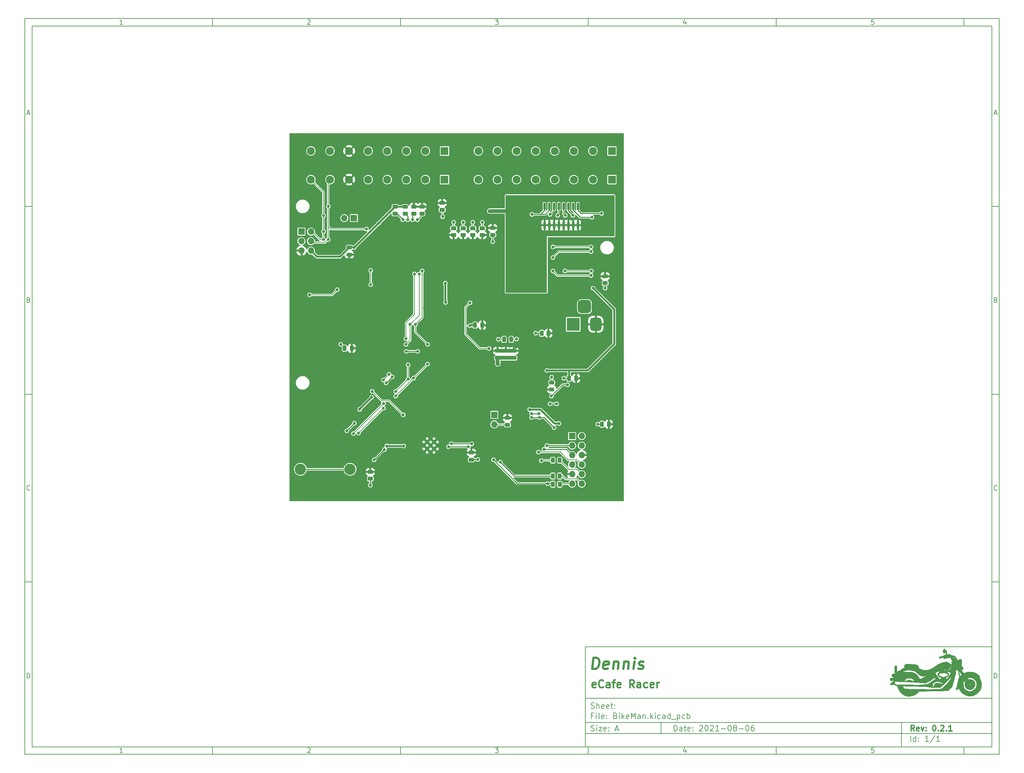
<source format=gbr>
%TF.GenerationSoftware,KiCad,Pcbnew,(5.99.0-11626-g43523df843)*%
%TF.CreationDate,2021-08-07T14:02:09-04:00*%
%TF.ProjectId,BikeMan,42696b65-4d61-46e2-9e6b-696361645f70,0.2.1*%
%TF.SameCoordinates,Original*%
%TF.FileFunction,Copper,L2,Bot*%
%TF.FilePolarity,Positive*%
%FSLAX46Y46*%
G04 Gerber Fmt 4.6, Leading zero omitted, Abs format (unit mm)*
G04 Created by KiCad (PCBNEW (5.99.0-11626-g43523df843)) date 2021-08-07 14:02:09*
%MOMM*%
%LPD*%
G01*
G04 APERTURE LIST*
G04 Aperture macros list*
%AMRoundRect*
0 Rectangle with rounded corners*
0 $1 Rounding radius*
0 $2 $3 $4 $5 $6 $7 $8 $9 X,Y pos of 4 corners*
0 Add a 4 corners polygon primitive as box body*
4,1,4,$2,$3,$4,$5,$6,$7,$8,$9,$2,$3,0*
0 Add four circle primitives for the rounded corners*
1,1,$1+$1,$2,$3*
1,1,$1+$1,$4,$5*
1,1,$1+$1,$6,$7*
1,1,$1+$1,$8,$9*
0 Add four rect primitives between the rounded corners*
20,1,$1+$1,$2,$3,$4,$5,0*
20,1,$1+$1,$4,$5,$6,$7,0*
20,1,$1+$1,$6,$7,$8,$9,0*
20,1,$1+$1,$8,$9,$2,$3,0*%
G04 Aperture macros list end*
%ADD10C,0.100000*%
%ADD11C,0.150000*%
%ADD12C,0.300000*%
%ADD13C,0.600000*%
%ADD14C,0.400000*%
%TA.AperFunction,ComponentPad*%
%ADD15R,2.100000X2.100000*%
%TD*%
%TA.AperFunction,ComponentPad*%
%ADD16C,2.100000*%
%TD*%
%TA.AperFunction,ComponentPad*%
%ADD17R,3.500000X3.500000*%
%TD*%
%TA.AperFunction,ComponentPad*%
%ADD18RoundRect,0.750000X0.750000X1.000000X-0.750000X1.000000X-0.750000X-1.000000X0.750000X-1.000000X0*%
%TD*%
%TA.AperFunction,ComponentPad*%
%ADD19RoundRect,0.875000X0.875000X0.875000X-0.875000X0.875000X-0.875000X-0.875000X0.875000X-0.875000X0*%
%TD*%
%TA.AperFunction,ComponentPad*%
%ADD20R,1.700000X1.700000*%
%TD*%
%TA.AperFunction,ComponentPad*%
%ADD21O,1.700000X1.700000*%
%TD*%
%TA.AperFunction,ComponentPad*%
%ADD22C,0.300000*%
%TD*%
%TA.AperFunction,ComponentPad*%
%ADD23C,3.000000*%
%TD*%
%TA.AperFunction,SMDPad,CuDef*%
%ADD24RoundRect,0.250000X0.250000X0.475000X-0.250000X0.475000X-0.250000X-0.475000X0.250000X-0.475000X0*%
%TD*%
%TA.AperFunction,SMDPad,CuDef*%
%ADD25RoundRect,0.250000X0.475000X-0.250000X0.475000X0.250000X-0.475000X0.250000X-0.475000X-0.250000X0*%
%TD*%
%TA.AperFunction,SMDPad,CuDef*%
%ADD26RoundRect,0.250000X-0.250000X-0.475000X0.250000X-0.475000X0.250000X0.475000X-0.250000X0.475000X0*%
%TD*%
%TA.AperFunction,SMDPad,CuDef*%
%ADD27RoundRect,0.250000X-0.450000X0.262500X-0.450000X-0.262500X0.450000X-0.262500X0.450000X0.262500X0*%
%TD*%
%TA.AperFunction,SMDPad,CuDef*%
%ADD28RoundRect,0.250000X0.450000X-0.262500X0.450000X0.262500X-0.450000X0.262500X-0.450000X-0.262500X0*%
%TD*%
%TA.AperFunction,SMDPad,CuDef*%
%ADD29RoundRect,0.250000X-0.262500X-0.450000X0.262500X-0.450000X0.262500X0.450000X-0.262500X0.450000X0*%
%TD*%
%TA.AperFunction,SMDPad,CuDef*%
%ADD30RoundRect,0.250000X-0.475000X0.250000X-0.475000X-0.250000X0.475000X-0.250000X0.475000X0.250000X0*%
%TD*%
%TA.AperFunction,SMDPad,CuDef*%
%ADD31RoundRect,0.150000X0.150000X-0.825000X0.150000X0.825000X-0.150000X0.825000X-0.150000X-0.825000X0*%
%TD*%
%TA.AperFunction,ViaPad*%
%ADD32C,0.800000*%
%TD*%
%TA.AperFunction,Conductor*%
%ADD33C,0.200000*%
%TD*%
%TA.AperFunction,Conductor*%
%ADD34C,0.250000*%
%TD*%
%TA.AperFunction,Conductor*%
%ADD35C,1.000000*%
%TD*%
%TA.AperFunction,Conductor*%
%ADD36C,0.500000*%
%TD*%
G04 APERTURE END LIST*
D10*
D11*
X159225488Y-177289968D02*
X159225488Y-203900024D01*
X267400024Y-203900024D01*
X267400024Y-177289968D01*
X159225488Y-177289968D01*
D10*
D11*
X10000000Y-10000000D02*
X10000000Y-205900000D01*
X269400000Y-205900000D01*
X269400000Y-10000000D01*
X10000000Y-10000000D01*
D10*
D11*
X12000000Y-12000000D02*
X12000000Y-203900000D01*
X267400000Y-203900000D01*
X267400000Y-12000000D01*
X12000000Y-12000000D01*
D10*
D11*
X60000000Y-12000000D02*
X60000000Y-10000000D01*
D10*
D11*
X110000000Y-12000000D02*
X110000000Y-10000000D01*
D10*
D11*
X160000000Y-12000000D02*
X160000000Y-10000000D01*
D10*
D11*
X210000000Y-12000000D02*
X210000000Y-10000000D01*
D10*
D11*
X260000000Y-12000000D02*
X260000000Y-10000000D01*
D10*
D11*
X36065476Y-11588095D02*
X35322619Y-11588095D01*
X35694047Y-11588095D02*
X35694047Y-10288095D01*
X35570238Y-10473809D01*
X35446428Y-10597619D01*
X35322619Y-10659523D01*
D10*
D11*
X85322619Y-10411904D02*
X85384523Y-10350000D01*
X85508333Y-10288095D01*
X85817857Y-10288095D01*
X85941666Y-10350000D01*
X86003571Y-10411904D01*
X86065476Y-10535714D01*
X86065476Y-10659523D01*
X86003571Y-10845238D01*
X85260714Y-11588095D01*
X86065476Y-11588095D01*
D10*
D11*
X135260714Y-10288095D02*
X136065476Y-10288095D01*
X135632142Y-10783333D01*
X135817857Y-10783333D01*
X135941666Y-10845238D01*
X136003571Y-10907142D01*
X136065476Y-11030952D01*
X136065476Y-11340476D01*
X136003571Y-11464285D01*
X135941666Y-11526190D01*
X135817857Y-11588095D01*
X135446428Y-11588095D01*
X135322619Y-11526190D01*
X135260714Y-11464285D01*
D10*
D11*
X185941666Y-10721428D02*
X185941666Y-11588095D01*
X185632142Y-10226190D02*
X185322619Y-11154761D01*
X186127380Y-11154761D01*
D10*
D11*
X236003571Y-10288095D02*
X235384523Y-10288095D01*
X235322619Y-10907142D01*
X235384523Y-10845238D01*
X235508333Y-10783333D01*
X235817857Y-10783333D01*
X235941666Y-10845238D01*
X236003571Y-10907142D01*
X236065476Y-11030952D01*
X236065476Y-11340476D01*
X236003571Y-11464285D01*
X235941666Y-11526190D01*
X235817857Y-11588095D01*
X235508333Y-11588095D01*
X235384523Y-11526190D01*
X235322619Y-11464285D01*
D10*
D11*
X60000000Y-203900000D02*
X60000000Y-205900000D01*
D10*
D11*
X110000000Y-203900000D02*
X110000000Y-205900000D01*
D10*
D11*
X160000000Y-203900000D02*
X160000000Y-205900000D01*
D10*
D11*
X210000000Y-203900000D02*
X210000000Y-205900000D01*
D10*
D11*
X260000000Y-203900000D02*
X260000000Y-205900000D01*
D10*
D11*
X36065476Y-205488095D02*
X35322619Y-205488095D01*
X35694047Y-205488095D02*
X35694047Y-204188095D01*
X35570238Y-204373809D01*
X35446428Y-204497619D01*
X35322619Y-204559523D01*
D10*
D11*
X85322619Y-204311904D02*
X85384523Y-204250000D01*
X85508333Y-204188095D01*
X85817857Y-204188095D01*
X85941666Y-204250000D01*
X86003571Y-204311904D01*
X86065476Y-204435714D01*
X86065476Y-204559523D01*
X86003571Y-204745238D01*
X85260714Y-205488095D01*
X86065476Y-205488095D01*
D10*
D11*
X135260714Y-204188095D02*
X136065476Y-204188095D01*
X135632142Y-204683333D01*
X135817857Y-204683333D01*
X135941666Y-204745238D01*
X136003571Y-204807142D01*
X136065476Y-204930952D01*
X136065476Y-205240476D01*
X136003571Y-205364285D01*
X135941666Y-205426190D01*
X135817857Y-205488095D01*
X135446428Y-205488095D01*
X135322619Y-205426190D01*
X135260714Y-205364285D01*
D10*
D11*
X185941666Y-204621428D02*
X185941666Y-205488095D01*
X185632142Y-204126190D02*
X185322619Y-205054761D01*
X186127380Y-205054761D01*
D10*
D11*
X236003571Y-204188095D02*
X235384523Y-204188095D01*
X235322619Y-204807142D01*
X235384523Y-204745238D01*
X235508333Y-204683333D01*
X235817857Y-204683333D01*
X235941666Y-204745238D01*
X236003571Y-204807142D01*
X236065476Y-204930952D01*
X236065476Y-205240476D01*
X236003571Y-205364285D01*
X235941666Y-205426190D01*
X235817857Y-205488095D01*
X235508333Y-205488095D01*
X235384523Y-205426190D01*
X235322619Y-205364285D01*
D10*
D11*
X10000000Y-60000000D02*
X12000000Y-60000000D01*
D10*
D11*
X10000000Y-110000000D02*
X12000000Y-110000000D01*
D10*
D11*
X10000000Y-160000000D02*
X12000000Y-160000000D01*
D10*
D11*
X10690476Y-35216666D02*
X11309523Y-35216666D01*
X10566666Y-35588095D02*
X11000000Y-34288095D01*
X11433333Y-35588095D01*
D10*
D11*
X11092857Y-84907142D02*
X11278571Y-84969047D01*
X11340476Y-85030952D01*
X11402380Y-85154761D01*
X11402380Y-85340476D01*
X11340476Y-85464285D01*
X11278571Y-85526190D01*
X11154761Y-85588095D01*
X10659523Y-85588095D01*
X10659523Y-84288095D01*
X11092857Y-84288095D01*
X11216666Y-84350000D01*
X11278571Y-84411904D01*
X11340476Y-84535714D01*
X11340476Y-84659523D01*
X11278571Y-84783333D01*
X11216666Y-84845238D01*
X11092857Y-84907142D01*
X10659523Y-84907142D01*
D10*
D11*
X11402380Y-135464285D02*
X11340476Y-135526190D01*
X11154761Y-135588095D01*
X11030952Y-135588095D01*
X10845238Y-135526190D01*
X10721428Y-135402380D01*
X10659523Y-135278571D01*
X10597619Y-135030952D01*
X10597619Y-134845238D01*
X10659523Y-134597619D01*
X10721428Y-134473809D01*
X10845238Y-134350000D01*
X11030952Y-134288095D01*
X11154761Y-134288095D01*
X11340476Y-134350000D01*
X11402380Y-134411904D01*
D10*
D11*
X10659523Y-185588095D02*
X10659523Y-184288095D01*
X10969047Y-184288095D01*
X11154761Y-184350000D01*
X11278571Y-184473809D01*
X11340476Y-184597619D01*
X11402380Y-184845238D01*
X11402380Y-185030952D01*
X11340476Y-185278571D01*
X11278571Y-185402380D01*
X11154761Y-185526190D01*
X10969047Y-185588095D01*
X10659523Y-185588095D01*
D10*
D11*
X269400000Y-60000000D02*
X267400000Y-60000000D01*
D10*
D11*
X269400000Y-110000000D02*
X267400000Y-110000000D01*
D10*
D11*
X269400000Y-160000000D02*
X267400000Y-160000000D01*
D10*
D11*
X268090476Y-35216666D02*
X268709523Y-35216666D01*
X267966666Y-35588095D02*
X268400000Y-34288095D01*
X268833333Y-35588095D01*
D10*
D11*
X268492857Y-84907142D02*
X268678571Y-84969047D01*
X268740476Y-85030952D01*
X268802380Y-85154761D01*
X268802380Y-85340476D01*
X268740476Y-85464285D01*
X268678571Y-85526190D01*
X268554761Y-85588095D01*
X268059523Y-85588095D01*
X268059523Y-84288095D01*
X268492857Y-84288095D01*
X268616666Y-84350000D01*
X268678571Y-84411904D01*
X268740476Y-84535714D01*
X268740476Y-84659523D01*
X268678571Y-84783333D01*
X268616666Y-84845238D01*
X268492857Y-84907142D01*
X268059523Y-84907142D01*
D10*
D11*
X268802380Y-135464285D02*
X268740476Y-135526190D01*
X268554761Y-135588095D01*
X268430952Y-135588095D01*
X268245238Y-135526190D01*
X268121428Y-135402380D01*
X268059523Y-135278571D01*
X267997619Y-135030952D01*
X267997619Y-134845238D01*
X268059523Y-134597619D01*
X268121428Y-134473809D01*
X268245238Y-134350000D01*
X268430952Y-134288095D01*
X268554761Y-134288095D01*
X268740476Y-134350000D01*
X268802380Y-134411904D01*
D10*
D11*
X268059523Y-185588095D02*
X268059523Y-184288095D01*
X268369047Y-184288095D01*
X268554761Y-184350000D01*
X268678571Y-184473809D01*
X268740476Y-184597619D01*
X268802380Y-184845238D01*
X268802380Y-185030952D01*
X268740476Y-185278571D01*
X268678571Y-185402380D01*
X268554761Y-185526190D01*
X268369047Y-185588095D01*
X268059523Y-185588095D01*
D10*
D11*
X182832142Y-199678571D02*
X182832142Y-198178571D01*
X183189285Y-198178571D01*
X183403571Y-198250000D01*
X183546428Y-198392857D01*
X183617857Y-198535714D01*
X183689285Y-198821428D01*
X183689285Y-199035714D01*
X183617857Y-199321428D01*
X183546428Y-199464285D01*
X183403571Y-199607142D01*
X183189285Y-199678571D01*
X182832142Y-199678571D01*
X184975000Y-199678571D02*
X184975000Y-198892857D01*
X184903571Y-198750000D01*
X184760714Y-198678571D01*
X184475000Y-198678571D01*
X184332142Y-198750000D01*
X184975000Y-199607142D02*
X184832142Y-199678571D01*
X184475000Y-199678571D01*
X184332142Y-199607142D01*
X184260714Y-199464285D01*
X184260714Y-199321428D01*
X184332142Y-199178571D01*
X184475000Y-199107142D01*
X184832142Y-199107142D01*
X184975000Y-199035714D01*
X185475000Y-198678571D02*
X186046428Y-198678571D01*
X185689285Y-198178571D02*
X185689285Y-199464285D01*
X185760714Y-199607142D01*
X185903571Y-199678571D01*
X186046428Y-199678571D01*
X187117857Y-199607142D02*
X186975000Y-199678571D01*
X186689285Y-199678571D01*
X186546428Y-199607142D01*
X186475000Y-199464285D01*
X186475000Y-198892857D01*
X186546428Y-198750000D01*
X186689285Y-198678571D01*
X186975000Y-198678571D01*
X187117857Y-198750000D01*
X187189285Y-198892857D01*
X187189285Y-199035714D01*
X186475000Y-199178571D01*
X187832142Y-199535714D02*
X187903571Y-199607142D01*
X187832142Y-199678571D01*
X187760714Y-199607142D01*
X187832142Y-199535714D01*
X187832142Y-199678571D01*
X187832142Y-198750000D02*
X187903571Y-198821428D01*
X187832142Y-198892857D01*
X187760714Y-198821428D01*
X187832142Y-198750000D01*
X187832142Y-198892857D01*
X189617857Y-198321428D02*
X189689285Y-198250000D01*
X189832142Y-198178571D01*
X190189285Y-198178571D01*
X190332142Y-198250000D01*
X190403571Y-198321428D01*
X190475000Y-198464285D01*
X190475000Y-198607142D01*
X190403571Y-198821428D01*
X189546428Y-199678571D01*
X190475000Y-199678571D01*
X191403571Y-198178571D02*
X191546428Y-198178571D01*
X191689285Y-198250000D01*
X191760714Y-198321428D01*
X191832142Y-198464285D01*
X191903571Y-198750000D01*
X191903571Y-199107142D01*
X191832142Y-199392857D01*
X191760714Y-199535714D01*
X191689285Y-199607142D01*
X191546428Y-199678571D01*
X191403571Y-199678571D01*
X191260714Y-199607142D01*
X191189285Y-199535714D01*
X191117857Y-199392857D01*
X191046428Y-199107142D01*
X191046428Y-198750000D01*
X191117857Y-198464285D01*
X191189285Y-198321428D01*
X191260714Y-198250000D01*
X191403571Y-198178571D01*
X192475000Y-198321428D02*
X192546428Y-198250000D01*
X192689285Y-198178571D01*
X193046428Y-198178571D01*
X193189285Y-198250000D01*
X193260714Y-198321428D01*
X193332142Y-198464285D01*
X193332142Y-198607142D01*
X193260714Y-198821428D01*
X192403571Y-199678571D01*
X193332142Y-199678571D01*
X194760714Y-199678571D02*
X193903571Y-199678571D01*
X194332142Y-199678571D02*
X194332142Y-198178571D01*
X194189285Y-198392857D01*
X194046428Y-198535714D01*
X193903571Y-198607142D01*
X195403571Y-199107142D02*
X196546428Y-199107142D01*
X197546428Y-198178571D02*
X197689285Y-198178571D01*
X197832142Y-198250000D01*
X197903571Y-198321428D01*
X197975000Y-198464285D01*
X198046428Y-198750000D01*
X198046428Y-199107142D01*
X197975000Y-199392857D01*
X197903571Y-199535714D01*
X197832142Y-199607142D01*
X197689285Y-199678571D01*
X197546428Y-199678571D01*
X197403571Y-199607142D01*
X197332142Y-199535714D01*
X197260714Y-199392857D01*
X197189285Y-199107142D01*
X197189285Y-198750000D01*
X197260714Y-198464285D01*
X197332142Y-198321428D01*
X197403571Y-198250000D01*
X197546428Y-198178571D01*
X198903571Y-198821428D02*
X198760714Y-198750000D01*
X198689285Y-198678571D01*
X198617857Y-198535714D01*
X198617857Y-198464285D01*
X198689285Y-198321428D01*
X198760714Y-198250000D01*
X198903571Y-198178571D01*
X199189285Y-198178571D01*
X199332142Y-198250000D01*
X199403571Y-198321428D01*
X199475000Y-198464285D01*
X199475000Y-198535714D01*
X199403571Y-198678571D01*
X199332142Y-198750000D01*
X199189285Y-198821428D01*
X198903571Y-198821428D01*
X198760714Y-198892857D01*
X198689285Y-198964285D01*
X198617857Y-199107142D01*
X198617857Y-199392857D01*
X198689285Y-199535714D01*
X198760714Y-199607142D01*
X198903571Y-199678571D01*
X199189285Y-199678571D01*
X199332142Y-199607142D01*
X199403571Y-199535714D01*
X199475000Y-199392857D01*
X199475000Y-199107142D01*
X199403571Y-198964285D01*
X199332142Y-198892857D01*
X199189285Y-198821428D01*
X200117857Y-199107142D02*
X201260714Y-199107142D01*
X202260714Y-198178571D02*
X202403571Y-198178571D01*
X202546428Y-198250000D01*
X202617857Y-198321428D01*
X202689285Y-198464285D01*
X202760714Y-198750000D01*
X202760714Y-199107142D01*
X202689285Y-199392857D01*
X202617857Y-199535714D01*
X202546428Y-199607142D01*
X202403571Y-199678571D01*
X202260714Y-199678571D01*
X202117857Y-199607142D01*
X202046428Y-199535714D01*
X201975000Y-199392857D01*
X201903571Y-199107142D01*
X201903571Y-198750000D01*
X201975000Y-198464285D01*
X202046428Y-198321428D01*
X202117857Y-198250000D01*
X202260714Y-198178571D01*
X204046428Y-198178571D02*
X203760714Y-198178571D01*
X203617857Y-198250000D01*
X203546428Y-198321428D01*
X203403571Y-198535714D01*
X203332142Y-198821428D01*
X203332142Y-199392857D01*
X203403571Y-199535714D01*
X203475000Y-199607142D01*
X203617857Y-199678571D01*
X203903571Y-199678571D01*
X204046428Y-199607142D01*
X204117857Y-199535714D01*
X204189285Y-199392857D01*
X204189285Y-199035714D01*
X204117857Y-198892857D01*
X204046428Y-198821428D01*
X203903571Y-198750000D01*
X203617857Y-198750000D01*
X203475000Y-198821428D01*
X203403571Y-198892857D01*
X203332142Y-199035714D01*
D10*
D11*
X159400000Y-200400000D02*
X267400000Y-200400000D01*
D10*
D11*
X159400000Y-197400000D02*
X267400000Y-197400000D01*
D10*
D12*
X246809285Y-199678571D02*
X246309285Y-198964285D01*
X245952142Y-199678571D02*
X245952142Y-198178571D01*
X246523571Y-198178571D01*
X246666428Y-198250000D01*
X246737857Y-198321428D01*
X246809285Y-198464285D01*
X246809285Y-198678571D01*
X246737857Y-198821428D01*
X246666428Y-198892857D01*
X246523571Y-198964285D01*
X245952142Y-198964285D01*
X248023571Y-199607142D02*
X247880714Y-199678571D01*
X247595000Y-199678571D01*
X247452142Y-199607142D01*
X247380714Y-199464285D01*
X247380714Y-198892857D01*
X247452142Y-198750000D01*
X247595000Y-198678571D01*
X247880714Y-198678571D01*
X248023571Y-198750000D01*
X248095000Y-198892857D01*
X248095000Y-199035714D01*
X247380714Y-199178571D01*
X248595000Y-198678571D02*
X248952142Y-199678571D01*
X249309285Y-198678571D01*
X249880714Y-199535714D02*
X249952142Y-199607142D01*
X249880714Y-199678571D01*
X249809285Y-199607142D01*
X249880714Y-199535714D01*
X249880714Y-199678571D01*
X249880714Y-198750000D02*
X249952142Y-198821428D01*
X249880714Y-198892857D01*
X249809285Y-198821428D01*
X249880714Y-198750000D01*
X249880714Y-198892857D01*
X252023571Y-198178571D02*
X252166428Y-198178571D01*
X252309285Y-198250000D01*
X252380714Y-198321428D01*
X252452142Y-198464285D01*
X252523571Y-198750000D01*
X252523571Y-199107142D01*
X252452142Y-199392857D01*
X252380714Y-199535714D01*
X252309285Y-199607142D01*
X252166428Y-199678571D01*
X252023571Y-199678571D01*
X251880714Y-199607142D01*
X251809285Y-199535714D01*
X251737857Y-199392857D01*
X251666428Y-199107142D01*
X251666428Y-198750000D01*
X251737857Y-198464285D01*
X251809285Y-198321428D01*
X251880714Y-198250000D01*
X252023571Y-198178571D01*
X253166428Y-199535714D02*
X253237857Y-199607142D01*
X253166428Y-199678571D01*
X253095000Y-199607142D01*
X253166428Y-199535714D01*
X253166428Y-199678571D01*
X253809285Y-198321428D02*
X253880714Y-198250000D01*
X254023571Y-198178571D01*
X254380714Y-198178571D01*
X254523571Y-198250000D01*
X254595000Y-198321428D01*
X254666428Y-198464285D01*
X254666428Y-198607142D01*
X254595000Y-198821428D01*
X253737857Y-199678571D01*
X254666428Y-199678571D01*
X255309285Y-199535714D02*
X255380714Y-199607142D01*
X255309285Y-199678571D01*
X255237857Y-199607142D01*
X255309285Y-199535714D01*
X255309285Y-199678571D01*
X256809285Y-199678571D02*
X255952142Y-199678571D01*
X256380714Y-199678571D02*
X256380714Y-198178571D01*
X256237857Y-198392857D01*
X256095000Y-198535714D01*
X255952142Y-198607142D01*
D10*
D11*
X160760714Y-199607142D02*
X160975000Y-199678571D01*
X161332142Y-199678571D01*
X161475000Y-199607142D01*
X161546428Y-199535714D01*
X161617857Y-199392857D01*
X161617857Y-199250000D01*
X161546428Y-199107142D01*
X161475000Y-199035714D01*
X161332142Y-198964285D01*
X161046428Y-198892857D01*
X160903571Y-198821428D01*
X160832142Y-198750000D01*
X160760714Y-198607142D01*
X160760714Y-198464285D01*
X160832142Y-198321428D01*
X160903571Y-198250000D01*
X161046428Y-198178571D01*
X161403571Y-198178571D01*
X161617857Y-198250000D01*
X162260714Y-199678571D02*
X162260714Y-198678571D01*
X162260714Y-198178571D02*
X162189285Y-198250000D01*
X162260714Y-198321428D01*
X162332142Y-198250000D01*
X162260714Y-198178571D01*
X162260714Y-198321428D01*
X162832142Y-198678571D02*
X163617857Y-198678571D01*
X162832142Y-199678571D01*
X163617857Y-199678571D01*
X164760714Y-199607142D02*
X164617857Y-199678571D01*
X164332142Y-199678571D01*
X164189285Y-199607142D01*
X164117857Y-199464285D01*
X164117857Y-198892857D01*
X164189285Y-198750000D01*
X164332142Y-198678571D01*
X164617857Y-198678571D01*
X164760714Y-198750000D01*
X164832142Y-198892857D01*
X164832142Y-199035714D01*
X164117857Y-199178571D01*
X165475000Y-199535714D02*
X165546428Y-199607142D01*
X165475000Y-199678571D01*
X165403571Y-199607142D01*
X165475000Y-199535714D01*
X165475000Y-199678571D01*
X165475000Y-198750000D02*
X165546428Y-198821428D01*
X165475000Y-198892857D01*
X165403571Y-198821428D01*
X165475000Y-198750000D01*
X165475000Y-198892857D01*
X167260714Y-199250000D02*
X167975000Y-199250000D01*
X167117857Y-199678571D02*
X167617857Y-198178571D01*
X168117857Y-199678571D01*
D10*
D11*
X245832142Y-202478571D02*
X245832142Y-200978571D01*
X247189285Y-202478571D02*
X247189285Y-200978571D01*
X247189285Y-202407142D02*
X247046428Y-202478571D01*
X246760714Y-202478571D01*
X246617857Y-202407142D01*
X246546428Y-202335714D01*
X246475000Y-202192857D01*
X246475000Y-201764285D01*
X246546428Y-201621428D01*
X246617857Y-201550000D01*
X246760714Y-201478571D01*
X247046428Y-201478571D01*
X247189285Y-201550000D01*
X247903571Y-202335714D02*
X247975000Y-202407142D01*
X247903571Y-202478571D01*
X247832142Y-202407142D01*
X247903571Y-202335714D01*
X247903571Y-202478571D01*
X247903571Y-201550000D02*
X247975000Y-201621428D01*
X247903571Y-201692857D01*
X247832142Y-201621428D01*
X247903571Y-201550000D01*
X247903571Y-201692857D01*
X250546428Y-202478571D02*
X249689285Y-202478571D01*
X250117857Y-202478571D02*
X250117857Y-200978571D01*
X249975000Y-201192857D01*
X249832142Y-201335714D01*
X249689285Y-201407142D01*
X252260714Y-200907142D02*
X250975000Y-202835714D01*
X253546428Y-202478571D02*
X252689285Y-202478571D01*
X253117857Y-202478571D02*
X253117857Y-200978571D01*
X252975000Y-201192857D01*
X252832142Y-201335714D01*
X252689285Y-201407142D01*
D10*
D13*
X161005998Y-183137830D02*
X161380998Y-180137830D01*
X162095284Y-180137830D01*
X162505998Y-180280688D01*
X162755998Y-180566402D01*
X162863141Y-180852116D01*
X162934570Y-181423545D01*
X162880998Y-181852116D01*
X162666713Y-182423545D01*
X162488141Y-182709259D01*
X162166713Y-182994973D01*
X161720284Y-183137830D01*
X161005998Y-183137830D01*
X165166713Y-182994973D02*
X164863141Y-183137830D01*
X164291713Y-183137830D01*
X164023856Y-182994973D01*
X163916713Y-182709259D01*
X164059570Y-181566402D01*
X164238141Y-181280688D01*
X164541713Y-181137830D01*
X165113141Y-181137830D01*
X165380998Y-181280688D01*
X165488141Y-181566402D01*
X165452427Y-181852116D01*
X163988141Y-182137830D01*
X166827427Y-181137830D02*
X166577427Y-183137830D01*
X166791713Y-181423545D02*
X166952427Y-181280688D01*
X167255998Y-181137830D01*
X167684570Y-181137830D01*
X167952427Y-181280688D01*
X168059570Y-181566402D01*
X167863141Y-183137830D01*
X169541713Y-181137830D02*
X169291713Y-183137830D01*
X169505998Y-181423545D02*
X169666713Y-181280688D01*
X169970284Y-181137830D01*
X170398856Y-181137830D01*
X170666713Y-181280688D01*
X170773856Y-181566402D01*
X170577427Y-183137830D01*
X172005998Y-183137830D02*
X172255998Y-181137830D01*
X172380998Y-180137830D02*
X172220284Y-180280688D01*
X172345284Y-180423545D01*
X172505998Y-180280688D01*
X172380998Y-180137830D01*
X172345284Y-180423545D01*
X173309570Y-182994973D02*
X173577427Y-183137830D01*
X174148856Y-183137830D01*
X174452427Y-182994973D01*
X174630998Y-182709259D01*
X174648856Y-182566402D01*
X174541713Y-182280688D01*
X174273856Y-182137830D01*
X173845284Y-182137830D01*
X173577427Y-181994973D01*
X173470284Y-181709259D01*
X173488141Y-181566402D01*
X173666713Y-181280688D01*
X173970284Y-181137830D01*
X174398856Y-181137830D01*
X174666713Y-181280688D01*
D10*
D11*
X161332126Y-195622209D02*
X160832126Y-195622209D01*
X160832126Y-196407923D02*
X160832126Y-194907923D01*
X161546412Y-194907923D01*
X162117841Y-196407923D02*
X162117841Y-195407923D01*
X162117841Y-194907923D02*
X162046412Y-194979352D01*
X162117841Y-195050780D01*
X162189269Y-194979352D01*
X162117841Y-194907923D01*
X162117841Y-195050780D01*
X163046412Y-196407923D02*
X162903555Y-196336494D01*
X162832126Y-196193637D01*
X162832126Y-194907923D01*
X164189269Y-196336494D02*
X164046412Y-196407923D01*
X163760698Y-196407923D01*
X163617841Y-196336494D01*
X163546412Y-196193637D01*
X163546412Y-195622209D01*
X163617841Y-195479352D01*
X163760698Y-195407923D01*
X164046412Y-195407923D01*
X164189269Y-195479352D01*
X164260698Y-195622209D01*
X164260698Y-195765066D01*
X163546412Y-195907923D01*
X164903555Y-196265066D02*
X164974984Y-196336494D01*
X164903555Y-196407923D01*
X164832126Y-196336494D01*
X164903555Y-196265066D01*
X164903555Y-196407923D01*
X164903555Y-195479352D02*
X164974984Y-195550780D01*
X164903555Y-195622209D01*
X164832126Y-195550780D01*
X164903555Y-195479352D01*
X164903555Y-195622209D01*
X167260698Y-195622209D02*
X167474984Y-195693637D01*
X167546412Y-195765066D01*
X167617841Y-195907923D01*
X167617841Y-196122209D01*
X167546412Y-196265066D01*
X167474984Y-196336494D01*
X167332126Y-196407923D01*
X166760698Y-196407923D01*
X166760698Y-194907923D01*
X167260698Y-194907923D01*
X167403555Y-194979352D01*
X167474984Y-195050780D01*
X167546412Y-195193637D01*
X167546412Y-195336494D01*
X167474984Y-195479352D01*
X167403555Y-195550780D01*
X167260698Y-195622209D01*
X166760698Y-195622209D01*
X168260698Y-196407923D02*
X168260698Y-195407923D01*
X168260698Y-194907923D02*
X168189269Y-194979352D01*
X168260698Y-195050780D01*
X168332126Y-194979352D01*
X168260698Y-194907923D01*
X168260698Y-195050780D01*
X168974984Y-196407923D02*
X168974984Y-194907923D01*
X169117841Y-195836494D02*
X169546412Y-196407923D01*
X169546412Y-195407923D02*
X168974984Y-195979352D01*
X170760698Y-196336494D02*
X170617841Y-196407923D01*
X170332126Y-196407923D01*
X170189269Y-196336494D01*
X170117841Y-196193637D01*
X170117841Y-195622209D01*
X170189269Y-195479352D01*
X170332126Y-195407923D01*
X170617841Y-195407923D01*
X170760698Y-195479352D01*
X170832126Y-195622209D01*
X170832126Y-195765066D01*
X170117841Y-195907923D01*
X171474984Y-196407923D02*
X171474984Y-194907923D01*
X171974984Y-195979352D01*
X172474984Y-194907923D01*
X172474984Y-196407923D01*
X173832126Y-196407923D02*
X173832126Y-195622209D01*
X173760698Y-195479352D01*
X173617841Y-195407923D01*
X173332126Y-195407923D01*
X173189269Y-195479352D01*
X173832126Y-196336494D02*
X173689269Y-196407923D01*
X173332126Y-196407923D01*
X173189269Y-196336494D01*
X173117841Y-196193637D01*
X173117841Y-196050780D01*
X173189269Y-195907923D01*
X173332126Y-195836494D01*
X173689269Y-195836494D01*
X173832126Y-195765066D01*
X174546412Y-195407923D02*
X174546412Y-196407923D01*
X174546412Y-195550780D02*
X174617841Y-195479352D01*
X174760698Y-195407923D01*
X174974984Y-195407923D01*
X175117841Y-195479352D01*
X175189269Y-195622209D01*
X175189269Y-196407923D01*
X175903555Y-196265066D02*
X175974984Y-196336494D01*
X175903555Y-196407923D01*
X175832126Y-196336494D01*
X175903555Y-196265066D01*
X175903555Y-196407923D01*
X176617841Y-196407923D02*
X176617841Y-194907923D01*
X176760698Y-195836494D02*
X177189269Y-196407923D01*
X177189269Y-195407923D02*
X176617841Y-195979352D01*
X177832126Y-196407923D02*
X177832126Y-195407923D01*
X177832126Y-194907923D02*
X177760698Y-194979352D01*
X177832126Y-195050780D01*
X177903555Y-194979352D01*
X177832126Y-194907923D01*
X177832126Y-195050780D01*
X179189269Y-196336494D02*
X179046412Y-196407923D01*
X178760698Y-196407923D01*
X178617841Y-196336494D01*
X178546412Y-196265066D01*
X178474984Y-196122209D01*
X178474984Y-195693637D01*
X178546412Y-195550780D01*
X178617841Y-195479352D01*
X178760698Y-195407923D01*
X179046412Y-195407923D01*
X179189269Y-195479352D01*
X180474984Y-196407923D02*
X180474984Y-195622209D01*
X180403555Y-195479352D01*
X180260698Y-195407923D01*
X179974984Y-195407923D01*
X179832126Y-195479352D01*
X180474984Y-196336494D02*
X180332126Y-196407923D01*
X179974984Y-196407923D01*
X179832126Y-196336494D01*
X179760698Y-196193637D01*
X179760698Y-196050780D01*
X179832126Y-195907923D01*
X179974984Y-195836494D01*
X180332126Y-195836494D01*
X180474984Y-195765066D01*
X181832126Y-196407923D02*
X181832126Y-194907923D01*
X181832126Y-196336494D02*
X181689269Y-196407923D01*
X181403555Y-196407923D01*
X181260698Y-196336494D01*
X181189269Y-196265066D01*
X181117841Y-196122209D01*
X181117841Y-195693637D01*
X181189269Y-195550780D01*
X181260698Y-195479352D01*
X181403555Y-195407923D01*
X181689269Y-195407923D01*
X181832126Y-195479352D01*
X182189269Y-196550780D02*
X183332126Y-196550780D01*
X183689269Y-195407923D02*
X183689269Y-196907923D01*
X183689269Y-195479352D02*
X183832126Y-195407923D01*
X184117841Y-195407923D01*
X184260698Y-195479352D01*
X184332126Y-195550780D01*
X184403555Y-195693637D01*
X184403555Y-196122209D01*
X184332126Y-196265066D01*
X184260698Y-196336494D01*
X184117841Y-196407923D01*
X183832126Y-196407923D01*
X183689269Y-196336494D01*
X185689269Y-196336494D02*
X185546412Y-196407923D01*
X185260698Y-196407923D01*
X185117841Y-196336494D01*
X185046412Y-196265066D01*
X184974984Y-196122209D01*
X184974984Y-195693637D01*
X185046412Y-195550780D01*
X185117841Y-195479352D01*
X185260698Y-195407923D01*
X185546412Y-195407923D01*
X185689269Y-195479352D01*
X186332126Y-196407923D02*
X186332126Y-194907923D01*
X186332126Y-195479352D02*
X186474984Y-195407923D01*
X186760698Y-195407923D01*
X186903555Y-195479352D01*
X186974984Y-195550780D01*
X187046412Y-195693637D01*
X187046412Y-196122209D01*
X186974984Y-196265066D01*
X186903555Y-196336494D01*
X186760698Y-196407923D01*
X186474984Y-196407923D01*
X186332126Y-196336494D01*
D10*
D11*
X159400240Y-191013080D02*
X267400240Y-191013080D01*
D10*
D11*
X160760698Y-193635966D02*
X160974984Y-193707395D01*
X161332126Y-193707395D01*
X161474984Y-193635966D01*
X161546412Y-193564538D01*
X161617841Y-193421681D01*
X161617841Y-193278824D01*
X161546412Y-193135966D01*
X161474984Y-193064538D01*
X161332126Y-192993109D01*
X161046412Y-192921681D01*
X160903555Y-192850252D01*
X160832126Y-192778824D01*
X160760698Y-192635966D01*
X160760698Y-192493109D01*
X160832126Y-192350252D01*
X160903555Y-192278824D01*
X161046412Y-192207395D01*
X161403555Y-192207395D01*
X161617841Y-192278824D01*
X162260698Y-193707395D02*
X162260698Y-192207395D01*
X162903555Y-193707395D02*
X162903555Y-192921681D01*
X162832126Y-192778824D01*
X162689269Y-192707395D01*
X162474984Y-192707395D01*
X162332126Y-192778824D01*
X162260698Y-192850252D01*
X164189269Y-193635966D02*
X164046412Y-193707395D01*
X163760698Y-193707395D01*
X163617841Y-193635966D01*
X163546412Y-193493109D01*
X163546412Y-192921681D01*
X163617841Y-192778824D01*
X163760698Y-192707395D01*
X164046412Y-192707395D01*
X164189269Y-192778824D01*
X164260698Y-192921681D01*
X164260698Y-193064538D01*
X163546412Y-193207395D01*
X165474984Y-193635966D02*
X165332126Y-193707395D01*
X165046412Y-193707395D01*
X164903555Y-193635966D01*
X164832126Y-193493109D01*
X164832126Y-192921681D01*
X164903555Y-192778824D01*
X165046412Y-192707395D01*
X165332126Y-192707395D01*
X165474984Y-192778824D01*
X165546412Y-192921681D01*
X165546412Y-193064538D01*
X164832126Y-193207395D01*
X165974984Y-192707395D02*
X166546412Y-192707395D01*
X166189269Y-192207395D02*
X166189269Y-193493109D01*
X166260698Y-193635966D01*
X166403555Y-193707395D01*
X166546412Y-193707395D01*
X167046412Y-193564538D02*
X167117841Y-193635966D01*
X167046412Y-193707395D01*
X166974984Y-193635966D01*
X167046412Y-193564538D01*
X167046412Y-193707395D01*
X167046412Y-192778824D02*
X167117841Y-192850252D01*
X167046412Y-192921681D01*
X166974984Y-192850252D01*
X167046412Y-192778824D01*
X167046412Y-192921681D01*
D10*
D14*
X161898079Y-187999395D02*
X161707603Y-188094633D01*
X161326650Y-188094633D01*
X161136174Y-187999395D01*
X161040936Y-187808919D01*
X161040936Y-187047014D01*
X161136174Y-186856538D01*
X161326650Y-186761300D01*
X161707603Y-186761300D01*
X161898079Y-186856538D01*
X161993317Y-187047014D01*
X161993317Y-187237491D01*
X161040936Y-187427967D01*
X163993317Y-187904157D02*
X163898079Y-187999395D01*
X163612364Y-188094633D01*
X163421888Y-188094633D01*
X163136174Y-187999395D01*
X162945698Y-187808919D01*
X162850460Y-187618443D01*
X162755222Y-187237491D01*
X162755222Y-186951776D01*
X162850460Y-186570824D01*
X162945698Y-186380348D01*
X163136174Y-186189872D01*
X163421888Y-186094633D01*
X163612364Y-186094633D01*
X163898079Y-186189872D01*
X163993317Y-186285110D01*
X165707603Y-188094633D02*
X165707603Y-187047014D01*
X165612364Y-186856538D01*
X165421888Y-186761300D01*
X165040936Y-186761300D01*
X164850460Y-186856538D01*
X165707603Y-187999395D02*
X165517126Y-188094633D01*
X165040936Y-188094633D01*
X164850460Y-187999395D01*
X164755222Y-187808919D01*
X164755222Y-187618443D01*
X164850460Y-187427967D01*
X165040936Y-187332729D01*
X165517126Y-187332729D01*
X165707603Y-187237491D01*
X166374269Y-186761300D02*
X167136174Y-186761300D01*
X166659984Y-188094633D02*
X166659984Y-186380348D01*
X166755222Y-186189872D01*
X166945698Y-186094633D01*
X167136174Y-186094633D01*
X168564745Y-187999395D02*
X168374269Y-188094633D01*
X167993317Y-188094633D01*
X167802841Y-187999395D01*
X167707603Y-187808919D01*
X167707603Y-187047014D01*
X167802841Y-186856538D01*
X167993317Y-186761300D01*
X168374269Y-186761300D01*
X168564745Y-186856538D01*
X168659984Y-187047014D01*
X168659984Y-187237491D01*
X167707603Y-187427967D01*
X172183793Y-188094633D02*
X171517126Y-187142252D01*
X171040936Y-188094633D02*
X171040936Y-186094633D01*
X171802841Y-186094633D01*
X171993317Y-186189872D01*
X172088555Y-186285110D01*
X172183793Y-186475586D01*
X172183793Y-186761300D01*
X172088555Y-186951776D01*
X171993317Y-187047014D01*
X171802841Y-187142252D01*
X171040936Y-187142252D01*
X173898079Y-188094633D02*
X173898079Y-187047014D01*
X173802841Y-186856538D01*
X173612364Y-186761300D01*
X173231412Y-186761300D01*
X173040936Y-186856538D01*
X173898079Y-187999395D02*
X173707603Y-188094633D01*
X173231412Y-188094633D01*
X173040936Y-187999395D01*
X172945698Y-187808919D01*
X172945698Y-187618443D01*
X173040936Y-187427967D01*
X173231412Y-187332729D01*
X173707603Y-187332729D01*
X173898079Y-187237491D01*
X175707603Y-187999395D02*
X175517126Y-188094633D01*
X175136174Y-188094633D01*
X174945698Y-187999395D01*
X174850460Y-187904157D01*
X174755222Y-187713681D01*
X174755222Y-187142252D01*
X174850460Y-186951776D01*
X174945698Y-186856538D01*
X175136174Y-186761300D01*
X175517126Y-186761300D01*
X175707603Y-186856538D01*
X177326650Y-187999395D02*
X177136174Y-188094633D01*
X176755222Y-188094633D01*
X176564745Y-187999395D01*
X176469507Y-187808919D01*
X176469507Y-187047014D01*
X176564745Y-186856538D01*
X176755222Y-186761300D01*
X177136174Y-186761300D01*
X177326650Y-186856538D01*
X177421888Y-187047014D01*
X177421888Y-187237491D01*
X176469507Y-187427967D01*
X178279031Y-188094633D02*
X178279031Y-186761300D01*
X178279031Y-187142252D02*
X178374269Y-186951776D01*
X178469507Y-186856538D01*
X178659984Y-186761300D01*
X178850460Y-186761300D01*
D10*
D11*
D10*
D11*
X179400000Y-197400000D02*
X179400000Y-200400000D01*
D10*
D11*
X243400000Y-197400000D02*
X243400000Y-203900000D01*
D10*
G36*
X254871287Y-177823007D02*
G01*
X254915287Y-177937007D01*
X255031287Y-178139007D01*
X255160287Y-178202007D01*
X255293287Y-178245007D01*
X255373287Y-178389007D01*
X255409287Y-178661007D01*
X255415287Y-178886007D01*
X255421287Y-179147007D01*
X255466287Y-179268007D01*
X255589287Y-179282007D01*
X255830287Y-179219007D01*
X255838287Y-179217007D01*
X256053287Y-179172007D01*
X256184287Y-179209007D01*
X256267287Y-179291007D01*
X256430287Y-179405007D01*
X256681288Y-179495007D01*
X256775288Y-179515007D01*
X257319287Y-179663007D01*
X257722288Y-179905007D01*
X257984288Y-180240007D01*
X258093287Y-180586007D01*
X258143287Y-180895007D01*
X258411287Y-180737007D01*
X258682287Y-180619007D01*
X258963287Y-180555007D01*
X258967288Y-180555007D01*
X259172287Y-180558007D01*
X259275288Y-180636007D01*
X259316288Y-180742007D01*
X259365287Y-181033007D01*
X259383288Y-181411007D01*
X259371288Y-181796007D01*
X259329287Y-182109007D01*
X259318288Y-182152007D01*
X259293287Y-182412007D01*
X259397287Y-182564007D01*
X259580288Y-182605007D01*
X259677287Y-182636007D01*
X259722288Y-182758007D01*
X259733287Y-182986007D01*
X259720287Y-183227007D01*
X259671287Y-183340007D01*
X259580288Y-183367007D01*
X259392287Y-183313007D01*
X259326287Y-183265007D01*
X259235287Y-183193007D01*
X259235287Y-183246007D01*
X259320287Y-183410007D01*
X259484288Y-183671007D01*
X259566288Y-183795007D01*
X259737287Y-184041007D01*
X259868287Y-184220007D01*
X259934287Y-184297007D01*
X259937287Y-184298007D01*
X260023287Y-184266007D01*
X260214287Y-184184007D01*
X260378288Y-184110007D01*
X260636287Y-184011007D01*
X260908287Y-183953007D01*
X261251288Y-183928007D01*
X261553287Y-183925007D01*
X262220287Y-183971007D01*
X262782288Y-184113007D01*
X263283287Y-184366007D01*
X263754287Y-184736007D01*
X264030287Y-185000007D01*
X264178287Y-185175007D01*
X264205288Y-185275007D01*
X264121288Y-185313007D01*
X264087288Y-185314007D01*
X264012287Y-185335007D01*
X264044288Y-185422007D01*
X264126288Y-185533007D01*
X264374287Y-185962007D01*
X264548287Y-186495007D01*
X264639287Y-187080007D01*
X264640288Y-187664007D01*
X264545287Y-188196007D01*
X264518287Y-188278007D01*
X264209287Y-188911007D01*
X263766287Y-189464007D01*
X263215288Y-189913007D01*
X262582287Y-190231007D01*
X262459287Y-190273007D01*
X261830288Y-190390007D01*
X261179288Y-190360007D01*
X260539288Y-190197007D01*
X259941288Y-189914007D01*
X259418287Y-189523007D01*
X259002287Y-189038007D01*
X258877287Y-188828007D01*
X258751288Y-188611007D01*
X258652288Y-188473007D01*
X258618287Y-188447007D01*
X258513288Y-188478007D01*
X258309287Y-188556007D01*
X258173287Y-188613007D01*
X257944287Y-188700007D01*
X257819287Y-188706007D01*
X257792287Y-188614007D01*
X257858287Y-188407007D01*
X257996288Y-188095007D01*
X258139287Y-187699007D01*
X258206287Y-187319007D01*
X258206287Y-187310007D01*
X259778287Y-187310007D01*
X259849288Y-187855007D01*
X260068288Y-188318007D01*
X260432287Y-188695007D01*
X260738287Y-188888007D01*
X261211287Y-189076007D01*
X261654287Y-189115007D01*
X262111287Y-189004007D01*
X262363287Y-188891007D01*
X262806288Y-188582007D01*
X263126288Y-188186007D01*
X263318288Y-187732007D01*
X263378288Y-187248007D01*
X263301288Y-186764007D01*
X263084287Y-186308007D01*
X262787288Y-185965007D01*
X262339287Y-185656007D01*
X261850287Y-185509007D01*
X261414288Y-185504007D01*
X261110287Y-185546007D01*
X260953288Y-185606007D01*
X260923287Y-185701007D01*
X260969287Y-185800007D01*
X261071287Y-185885007D01*
X261262287Y-185920007D01*
X261517287Y-185918007D01*
X261979288Y-185967007D01*
X262361287Y-186144007D01*
X262656287Y-186419007D01*
X262855287Y-186767007D01*
X262948288Y-187159007D01*
X262927287Y-187569007D01*
X262784287Y-187969007D01*
X262509287Y-188331007D01*
X262340288Y-188474007D01*
X262069287Y-188601007D01*
X261704287Y-188673007D01*
X261662288Y-188676007D01*
X261181288Y-188636007D01*
X260774287Y-188456007D01*
X260459287Y-188156007D01*
X260256287Y-187755007D01*
X260181288Y-187274007D01*
X260182287Y-187252007D01*
X261430287Y-187252007D01*
X261450288Y-187378007D01*
X261539288Y-187431007D01*
X261682287Y-187394007D01*
X261707287Y-187375007D01*
X261713287Y-187277007D01*
X261632287Y-187172007D01*
X261525288Y-187132007D01*
X261501288Y-187140007D01*
X261430287Y-187252007D01*
X260182287Y-187252007D01*
X260190287Y-187080007D01*
X260205288Y-186765007D01*
X260172287Y-186578007D01*
X260117287Y-186503007D01*
X259994287Y-186476007D01*
X259891287Y-186597007D01*
X259817287Y-186845007D01*
X259780287Y-187201007D01*
X259778287Y-187310007D01*
X258206287Y-187310007D01*
X258208287Y-187258007D01*
X258244287Y-186845007D01*
X258340288Y-186384007D01*
X258428287Y-186099007D01*
X260180287Y-186099007D01*
X260203288Y-186234007D01*
X260244287Y-186292007D01*
X260394287Y-186407007D01*
X260515288Y-186363007D01*
X260530287Y-186341007D01*
X260509287Y-186237007D01*
X260416287Y-186124007D01*
X260266287Y-186048007D01*
X260180287Y-186099007D01*
X258428287Y-186099007D01*
X258476287Y-185948007D01*
X258634287Y-185607007D01*
X258639287Y-185598007D01*
X258745287Y-185404007D01*
X258760287Y-185262007D01*
X258688288Y-185088007D01*
X258678287Y-185069007D01*
X258596287Y-184806007D01*
X258552287Y-184439007D01*
X258547287Y-184260007D01*
X258539288Y-184036007D01*
X258717288Y-184036007D01*
X258735287Y-184273007D01*
X258782288Y-184545007D01*
X258844287Y-184802007D01*
X258911287Y-184990007D01*
X258966287Y-185060007D01*
X259060287Y-185004007D01*
X259202287Y-184870007D01*
X259379287Y-184679007D01*
X259048287Y-184222007D01*
X258717288Y-183764007D01*
X258717288Y-184036007D01*
X258539288Y-184036007D01*
X258536287Y-183979007D01*
X258507287Y-183779007D01*
X258468287Y-183706007D01*
X258380287Y-183636007D01*
X258342288Y-183557007D01*
X258237287Y-183445007D01*
X258003288Y-183409007D01*
X257998288Y-183409007D01*
X257787288Y-183417007D01*
X257708287Y-183469007D01*
X257734288Y-183610007D01*
X257784287Y-183745007D01*
X257810287Y-183845007D01*
X257816288Y-183978007D01*
X257797287Y-184166007D01*
X257752287Y-184429007D01*
X257674288Y-184789007D01*
X257562287Y-185268007D01*
X257411287Y-185886007D01*
X257388288Y-185978007D01*
X257204287Y-186703007D01*
X257051288Y-187265007D01*
X256928287Y-187667007D01*
X256834287Y-187914007D01*
X256769287Y-188008007D01*
X256610287Y-188115007D01*
X256543287Y-188187007D01*
X256435287Y-188268007D01*
X256380287Y-188255007D01*
X256308287Y-188277007D01*
X256219287Y-188419007D01*
X256210288Y-188439007D01*
X256061288Y-188668007D01*
X255870287Y-188843007D01*
X255803287Y-188880007D01*
X255714287Y-188911007D01*
X255589287Y-188937007D01*
X255412287Y-188958007D01*
X255167287Y-188975007D01*
X254838287Y-188990007D01*
X254411287Y-189002007D01*
X253870287Y-189013007D01*
X253198287Y-189023007D01*
X252382287Y-189034007D01*
X251862287Y-189040007D01*
X248091287Y-189082007D01*
X247720287Y-189484007D01*
X247187287Y-189942007D01*
X246568287Y-190256007D01*
X245873287Y-190421007D01*
X245623287Y-190442007D01*
X245170287Y-190443007D01*
X244769287Y-190405007D01*
X244577287Y-190363007D01*
X243906287Y-190083007D01*
X243324287Y-189666007D01*
X242847287Y-189134007D01*
X242496287Y-188504007D01*
X242338287Y-188033007D01*
X242264287Y-187792007D01*
X242218287Y-187727007D01*
X243660287Y-187727007D01*
X243688287Y-187806007D01*
X243797287Y-187973007D01*
X243897287Y-188104007D01*
X244084288Y-188315007D01*
X244251288Y-188420007D01*
X244465288Y-188456007D01*
X244521287Y-188458007D01*
X245774287Y-188496007D01*
X246984287Y-188527007D01*
X248138287Y-188549007D01*
X249225287Y-188564007D01*
X250232287Y-188570007D01*
X251145287Y-188570007D01*
X251953288Y-188561007D01*
X252644287Y-188544007D01*
X253205287Y-188520007D01*
X253622287Y-188489007D01*
X253885287Y-188449007D01*
X253907287Y-188444007D01*
X254058287Y-188379007D01*
X254243287Y-188251007D01*
X254480287Y-188046007D01*
X254788287Y-187745007D01*
X255185288Y-187335007D01*
X255262287Y-187254007D01*
X255703288Y-186779007D01*
X256033287Y-186401007D01*
X256264287Y-186102007D01*
X256409287Y-185863007D01*
X256479288Y-185666007D01*
X256487287Y-185492007D01*
X256471287Y-185406007D01*
X256433287Y-185280007D01*
X256392287Y-185268007D01*
X256321287Y-185385007D01*
X256252287Y-185526007D01*
X256126288Y-185717007D01*
X255904287Y-185991007D01*
X255611287Y-186321007D01*
X255273287Y-186680007D01*
X254917287Y-187042007D01*
X254569287Y-187381007D01*
X254253287Y-187669007D01*
X253997287Y-187882007D01*
X253830287Y-187990007D01*
X253610287Y-188044007D01*
X253261287Y-188083007D01*
X252823287Y-188106007D01*
X252337287Y-188114007D01*
X251841287Y-188106007D01*
X251377287Y-188084007D01*
X250984287Y-188046007D01*
X250701287Y-187994007D01*
X250667287Y-187984007D01*
X250519287Y-187948007D01*
X250292287Y-187917007D01*
X249972287Y-187888007D01*
X249545287Y-187862007D01*
X248997287Y-187837007D01*
X248315287Y-187813007D01*
X247484287Y-187788007D01*
X246994287Y-187775007D01*
X246264287Y-187758007D01*
X245588287Y-187743007D01*
X244985287Y-187732007D01*
X244473287Y-187724007D01*
X244070287Y-187720007D01*
X243796287Y-187720007D01*
X243667287Y-187725007D01*
X243660287Y-187727007D01*
X242218287Y-187727007D01*
X242177287Y-187671007D01*
X242036287Y-187623007D01*
X241981287Y-187617007D01*
X241725287Y-187522007D01*
X241617287Y-187394007D01*
X241550287Y-187285007D01*
X241468287Y-187240007D01*
X241323287Y-187251007D01*
X241067287Y-187314007D01*
X241045287Y-187319007D01*
X240677287Y-187392007D01*
X240441288Y-187386007D01*
X240346287Y-187302007D01*
X240344287Y-187283007D01*
X240398287Y-187192007D01*
X240542287Y-187017007D01*
X240745287Y-186793007D01*
X240767287Y-186770007D01*
X240965288Y-186542007D01*
X241374287Y-186542007D01*
X241401287Y-186622007D01*
X241506287Y-186795007D01*
X241618287Y-186959007D01*
X241895287Y-187344007D01*
X244781287Y-187367007D01*
X245466287Y-187373007D01*
X246097287Y-187380007D01*
X246655287Y-187387007D01*
X247120287Y-187394007D01*
X247471288Y-187401007D01*
X247689287Y-187407007D01*
X247752287Y-187410007D01*
X247863287Y-187412007D01*
X248110287Y-187401007D01*
X248460287Y-187380007D01*
X248777287Y-187358007D01*
X251656287Y-187358007D01*
X251656287Y-187648007D01*
X251748287Y-187822007D01*
X251867287Y-187852007D01*
X251965288Y-187747007D01*
X251995287Y-187593007D01*
X252079287Y-187308007D01*
X252230287Y-187106007D01*
X252373287Y-186982007D01*
X252528287Y-186914007D01*
X252751287Y-186886007D01*
X253025287Y-186881007D01*
X253403287Y-186898007D01*
X253685288Y-186961007D01*
X253922287Y-187074007D01*
X254164287Y-187195007D01*
X254297287Y-187210007D01*
X254310288Y-187121007D01*
X254261287Y-187028007D01*
X254036287Y-186809007D01*
X253695287Y-186642007D01*
X253289287Y-186537007D01*
X252867287Y-186506007D01*
X252478287Y-186562007D01*
X252393287Y-186590007D01*
X252048288Y-186784007D01*
X251793287Y-187052007D01*
X251656287Y-187358007D01*
X248777287Y-187358007D01*
X248878287Y-187351007D01*
X249014287Y-187341007D01*
X249622287Y-187285007D01*
X250069287Y-187221007D01*
X250366287Y-187148007D01*
X250458287Y-187109007D01*
X250716287Y-186957007D01*
X251031287Y-186755007D01*
X251371287Y-186524007D01*
X251709288Y-186284007D01*
X252015287Y-186057007D01*
X252260287Y-185865007D01*
X252413287Y-185727007D01*
X252451287Y-185672007D01*
X252421287Y-185567007D01*
X252320287Y-185539007D01*
X252134287Y-185592007D01*
X251851287Y-185732007D01*
X251456287Y-185964007D01*
X251085287Y-186198007D01*
X250561287Y-186524007D01*
X250161287Y-186750007D01*
X249875287Y-186881007D01*
X249700287Y-186922007D01*
X249519287Y-186912007D01*
X249212287Y-186885007D01*
X248822288Y-186845007D01*
X248391287Y-186797007D01*
X248379287Y-186796007D01*
X248110287Y-186771007D01*
X247719287Y-186744007D01*
X247228287Y-186715007D01*
X246658287Y-186686007D01*
X246031287Y-186657007D01*
X245369287Y-186629007D01*
X244694287Y-186603007D01*
X244026287Y-186580007D01*
X243388288Y-186559007D01*
X242801287Y-186543007D01*
X242287287Y-186532007D01*
X241867287Y-186526007D01*
X241563287Y-186527007D01*
X241398287Y-186536007D01*
X241374287Y-186542007D01*
X240965288Y-186542007D01*
X241020287Y-186480007D01*
X241104287Y-186348007D01*
X244027287Y-186348007D01*
X244408287Y-186305007D01*
X244746287Y-186250007D01*
X245091287Y-186169007D01*
X245146287Y-186153007D01*
X245380287Y-186094007D01*
X245568287Y-186097007D01*
X245791287Y-186170007D01*
X245908287Y-186220007D01*
X246276287Y-186344007D01*
X246612287Y-186361007D01*
X246772287Y-186337007D01*
X246761287Y-186282007D01*
X246654287Y-186161007D01*
X246489288Y-186010007D01*
X246306287Y-185863007D01*
X246144287Y-185758007D01*
X245907287Y-185680007D01*
X245592287Y-185633007D01*
X245424287Y-185625007D01*
X244928287Y-185684007D01*
X244522287Y-185871007D01*
X244239288Y-186120007D01*
X244027287Y-186348007D01*
X241104287Y-186348007D01*
X241162287Y-186258007D01*
X241188287Y-186119007D01*
X241106287Y-186076007D01*
X240989288Y-186131007D01*
X240850287Y-186247007D01*
X240691288Y-186362007D01*
X240541287Y-186344007D01*
X240517287Y-186332007D01*
X240339287Y-186150007D01*
X240277287Y-185891007D01*
X240302287Y-185738007D01*
X240367287Y-185632007D01*
X240507287Y-185581007D01*
X240764287Y-185568007D01*
X241054288Y-185546007D01*
X241201287Y-185475007D01*
X241221287Y-185441007D01*
X241207287Y-185335007D01*
X241120287Y-185314007D01*
X240907287Y-185242007D01*
X240786287Y-185042007D01*
X240767287Y-184887007D01*
X240838287Y-184624007D01*
X241048288Y-184455007D01*
X241399287Y-184381007D01*
X241494287Y-184377007D01*
X241768287Y-184361007D01*
X241982287Y-184329007D01*
X242110287Y-184290007D01*
X242131287Y-184252007D01*
X242020287Y-184226007D01*
X241889287Y-184219007D01*
X241529287Y-184214007D01*
X241529287Y-184016007D01*
X243571287Y-184016007D01*
X243686287Y-184012007D01*
X243752287Y-183993007D01*
X243908287Y-183969007D01*
X244193287Y-183949007D01*
X244567287Y-183935007D01*
X244990287Y-183929007D01*
X245001288Y-183929007D01*
X245459288Y-183932007D01*
X245790287Y-183945007D01*
X246038287Y-183974007D01*
X246243287Y-184026007D01*
X246448287Y-184107007D01*
X246528287Y-184143007D01*
X246996287Y-184400007D01*
X247403287Y-184727007D01*
X247793287Y-185163007D01*
X247955287Y-185377007D01*
X248317287Y-185874007D01*
X249114288Y-185463007D01*
X249441288Y-185287007D01*
X249703288Y-185132007D01*
X249869287Y-185019007D01*
X249911287Y-184971007D01*
X249852288Y-184897007D01*
X249673288Y-184934007D01*
X249473287Y-185025007D01*
X249120287Y-185124007D01*
X248730287Y-185072007D01*
X248297287Y-184866007D01*
X247815287Y-184504007D01*
X247578288Y-184287007D01*
X247446287Y-184172007D01*
X252298288Y-184172007D01*
X252334288Y-184246007D01*
X252451287Y-184429007D01*
X252630287Y-184697007D01*
X252854287Y-185020007D01*
X252869287Y-185041007D01*
X253465288Y-185887007D01*
X253840288Y-185752007D01*
X254214287Y-185617007D01*
X254141287Y-185592007D01*
X254864288Y-185592007D01*
X255542287Y-185880007D01*
X255673288Y-185661007D01*
X255774287Y-185485007D01*
X255927287Y-185211007D01*
X256105287Y-184889007D01*
X256161287Y-184787007D01*
X256518287Y-184132007D01*
X256210288Y-184004007D01*
X255891287Y-183902007D01*
X255631287Y-183881007D01*
X255471288Y-183941007D01*
X255456287Y-183960007D01*
X255478287Y-184053007D01*
X255557287Y-184100007D01*
X255843287Y-184263007D01*
X255983288Y-184479007D01*
X255984287Y-184728007D01*
X255851287Y-184987007D01*
X255590288Y-185234007D01*
X255207287Y-185447007D01*
X255203288Y-185448007D01*
X254864288Y-185592007D01*
X254141287Y-185592007D01*
X253936287Y-185522007D01*
X253577287Y-185366007D01*
X253273287Y-185176007D01*
X253063287Y-184979007D01*
X252994287Y-184850007D01*
X252967287Y-184536007D01*
X253257287Y-184536007D01*
X253275287Y-184703007D01*
X253424287Y-184883007D01*
X253669287Y-185055007D01*
X253975287Y-185197007D01*
X254307287Y-185288007D01*
X254530287Y-185310007D01*
X254751287Y-185275007D01*
X255040287Y-185179007D01*
X255229287Y-185095007D01*
X255491287Y-184949007D01*
X255626287Y-184823007D01*
X255668287Y-184687007D01*
X255669287Y-184669007D01*
X255615287Y-184503007D01*
X255444287Y-184379007D01*
X255136287Y-184291007D01*
X254759287Y-184237007D01*
X254424287Y-184227007D01*
X254064287Y-184258007D01*
X253725287Y-184319007D01*
X253449287Y-184402007D01*
X253282287Y-184499007D01*
X253257287Y-184536007D01*
X252967287Y-184536007D01*
X252965288Y-184515007D01*
X253073287Y-184272007D01*
X253275287Y-184129007D01*
X253471288Y-184005007D01*
X253506287Y-183899007D01*
X253380287Y-183825007D01*
X253277287Y-183806007D01*
X253097287Y-183829007D01*
X252837287Y-183908007D01*
X252565287Y-184018007D01*
X252349287Y-184134007D01*
X252298288Y-184172007D01*
X247446287Y-184172007D01*
X247245287Y-183999007D01*
X246922287Y-183775007D01*
X246698287Y-183664007D01*
X246044287Y-183512007D01*
X245324287Y-183477007D01*
X244592287Y-183560007D01*
X243901287Y-183758007D01*
X243879287Y-183767007D01*
X243683287Y-183866007D01*
X243575287Y-183958007D01*
X243571287Y-184016007D01*
X241529287Y-184016007D01*
X241529287Y-182351007D01*
X242122287Y-182351007D01*
X242122287Y-183790007D01*
X242375287Y-183790007D01*
X242636287Y-183724007D01*
X242956287Y-183538007D01*
X243024287Y-183488007D01*
X243337287Y-183270007D01*
X243684287Y-183058007D01*
X243839287Y-182974007D01*
X244082287Y-182836007D01*
X244182287Y-182736007D01*
X244164287Y-182666007D01*
X244075287Y-182469007D01*
X244142287Y-182220007D01*
X244245287Y-182066007D01*
X244338287Y-181960007D01*
X244442287Y-181895007D01*
X244596288Y-181860007D01*
X244842287Y-181846007D01*
X245197288Y-181843007D01*
X245673288Y-181855007D01*
X246206287Y-181886007D01*
X246689287Y-181929007D01*
X246736287Y-181935007D01*
X247191288Y-182004007D01*
X247503287Y-182096007D01*
X247697288Y-182227007D01*
X247800287Y-182411007D01*
X247835287Y-182611007D01*
X247872287Y-182792007D01*
X247977288Y-182933007D01*
X248189287Y-183080007D01*
X248261287Y-183121007D01*
X248826287Y-183356007D01*
X249458287Y-183467007D01*
X249752287Y-183462007D01*
X251779287Y-183462007D01*
X251782287Y-183464007D01*
X251904287Y-183489007D01*
X252176287Y-183506007D01*
X252579287Y-183517007D01*
X253096288Y-183521007D01*
X253707287Y-183517007D01*
X253891287Y-183514007D01*
X254546287Y-183502007D01*
X255055287Y-183488007D01*
X255439287Y-183470007D01*
X255721288Y-183447007D01*
X255923288Y-183416007D01*
X256067287Y-183377007D01*
X256154287Y-183339007D01*
X256426288Y-183119007D01*
X256614288Y-182819007D01*
X256679288Y-182503007D01*
X256661287Y-182416007D01*
X256611287Y-182465007D01*
X256515288Y-182662007D01*
X256515288Y-182663007D01*
X256330288Y-182957007D01*
X256102288Y-183150007D01*
X255834288Y-183241007D01*
X255426287Y-183319007D01*
X254910287Y-183379007D01*
X254315287Y-183420007D01*
X253671287Y-183438007D01*
X253008287Y-183432007D01*
X252883287Y-183428007D01*
X252376287Y-183415007D01*
X252019287Y-183416007D01*
X251818287Y-183431007D01*
X251779287Y-183462007D01*
X249752287Y-183462007D01*
X250106287Y-183456007D01*
X250721288Y-183319007D01*
X251025287Y-183191007D01*
X251241287Y-183097007D01*
X251396287Y-183060007D01*
X251427287Y-183065007D01*
X251521287Y-183036007D01*
X251708287Y-182921007D01*
X251953288Y-182742007D01*
X252018287Y-182691007D01*
X252567287Y-182290007D01*
X253146287Y-181938007D01*
X253726287Y-181648007D01*
X254277287Y-181432007D01*
X254768287Y-181304007D01*
X255170287Y-181276007D01*
X255222287Y-181282007D01*
X255778287Y-181437007D01*
X256261287Y-181732007D01*
X256347288Y-181807007D01*
X256552287Y-181944007D01*
X256692287Y-181941007D01*
X256742287Y-181811007D01*
X256690287Y-181602007D01*
X256628288Y-181359007D01*
X256677287Y-181220007D01*
X256830288Y-181201007D01*
X256861287Y-181210007D01*
X256996288Y-181222007D01*
X257010287Y-181153007D01*
X256909287Y-181034007D01*
X256812287Y-180962007D01*
X256654287Y-180798007D01*
X256597288Y-180634007D01*
X256542287Y-180431007D01*
X256505287Y-180370007D01*
X257167287Y-180370007D01*
X257216287Y-180465007D01*
X257277288Y-180552007D01*
X257429288Y-180747007D01*
X257506287Y-180821007D01*
X257502287Y-180777007D01*
X257792287Y-180777007D01*
X257807287Y-180887007D01*
X257836287Y-180889007D01*
X257857287Y-180775007D01*
X257843287Y-180726007D01*
X257805287Y-180694007D01*
X257792287Y-180777007D01*
X257502287Y-180777007D01*
X257501288Y-180767007D01*
X257454287Y-180672007D01*
X257317287Y-180487007D01*
X257223287Y-180397007D01*
X257167287Y-180370007D01*
X256505287Y-180370007D01*
X256433287Y-180252007D01*
X256310287Y-180128007D01*
X256190287Y-180106007D01*
X255997287Y-180172007D01*
X255991287Y-180175007D01*
X255708287Y-180245007D01*
X255406287Y-180255007D01*
X255393287Y-180253007D01*
X255035287Y-180277007D01*
X254861287Y-180355007D01*
X254663287Y-180445007D01*
X254544287Y-180421007D01*
X254533287Y-180293007D01*
X254543287Y-180260007D01*
X254554288Y-180173007D01*
X254467287Y-180155007D01*
X254307287Y-180181007D01*
X253908287Y-180257007D01*
X253644287Y-180296007D01*
X253484287Y-180297007D01*
X253396287Y-180262007D01*
X253351287Y-180190007D01*
X253344287Y-180009007D01*
X253486287Y-179877007D01*
X253579287Y-179849007D01*
X257009287Y-179849007D01*
X257115287Y-179953007D01*
X257213287Y-180024007D01*
X257429288Y-180194007D01*
X257587288Y-180361007D01*
X257617287Y-180405007D01*
X257717288Y-180551007D01*
X257775288Y-180548007D01*
X257785287Y-180477007D01*
X257722288Y-180351007D01*
X257567287Y-180178007D01*
X257368287Y-180000007D01*
X257174288Y-179863007D01*
X257040287Y-179811007D01*
X257009287Y-179849007D01*
X253579287Y-179849007D01*
X253785287Y-179787007D01*
X253897287Y-179769007D01*
X256769287Y-179769007D01*
X256812287Y-179811007D01*
X256854288Y-179769007D01*
X256812287Y-179726007D01*
X256769287Y-179769007D01*
X253897287Y-179769007D01*
X253916287Y-179766007D01*
X254273287Y-179691007D01*
X254643287Y-179573007D01*
X254757287Y-179526007D01*
X254996287Y-179406007D01*
X255115287Y-179297007D01*
X255156287Y-179154007D01*
X255159287Y-179075007D01*
X255130287Y-178842007D01*
X255049287Y-178751007D01*
X254928287Y-178813007D01*
X254906287Y-178838007D01*
X254741287Y-178946007D01*
X254646287Y-178964007D01*
X254510287Y-178893007D01*
X254437287Y-178711007D01*
X254423288Y-178461007D01*
X254468287Y-178189007D01*
X254568287Y-177939007D01*
X254705287Y-177771007D01*
X254797287Y-177733007D01*
X254871287Y-177823007D01*
G37*
X254871287Y-177823007D02*
X254915287Y-177937007D01*
X255031287Y-178139007D01*
X255160287Y-178202007D01*
X255293287Y-178245007D01*
X255373287Y-178389007D01*
X255409287Y-178661007D01*
X255415287Y-178886007D01*
X255421287Y-179147007D01*
X255466287Y-179268007D01*
X255589287Y-179282007D01*
X255830287Y-179219007D01*
X255838287Y-179217007D01*
X256053287Y-179172007D01*
X256184287Y-179209007D01*
X256267287Y-179291007D01*
X256430287Y-179405007D01*
X256681288Y-179495007D01*
X256775288Y-179515007D01*
X257319287Y-179663007D01*
X257722288Y-179905007D01*
X257984288Y-180240007D01*
X258093287Y-180586007D01*
X258143287Y-180895007D01*
X258411287Y-180737007D01*
X258682287Y-180619007D01*
X258963287Y-180555007D01*
X258967288Y-180555007D01*
X259172287Y-180558007D01*
X259275288Y-180636007D01*
X259316288Y-180742007D01*
X259365287Y-181033007D01*
X259383288Y-181411007D01*
X259371288Y-181796007D01*
X259329287Y-182109007D01*
X259318288Y-182152007D01*
X259293287Y-182412007D01*
X259397287Y-182564007D01*
X259580288Y-182605007D01*
X259677287Y-182636007D01*
X259722288Y-182758007D01*
X259733287Y-182986007D01*
X259720287Y-183227007D01*
X259671287Y-183340007D01*
X259580288Y-183367007D01*
X259392287Y-183313007D01*
X259326287Y-183265007D01*
X259235287Y-183193007D01*
X259235287Y-183246007D01*
X259320287Y-183410007D01*
X259484288Y-183671007D01*
X259566288Y-183795007D01*
X259737287Y-184041007D01*
X259868287Y-184220007D01*
X259934287Y-184297007D01*
X259937287Y-184298007D01*
X260023287Y-184266007D01*
X260214287Y-184184007D01*
X260378288Y-184110007D01*
X260636287Y-184011007D01*
X260908287Y-183953007D01*
X261251288Y-183928007D01*
X261553287Y-183925007D01*
X262220287Y-183971007D01*
X262782288Y-184113007D01*
X263283287Y-184366007D01*
X263754287Y-184736007D01*
X264030287Y-185000007D01*
X264178287Y-185175007D01*
X264205288Y-185275007D01*
X264121288Y-185313007D01*
X264087288Y-185314007D01*
X264012287Y-185335007D01*
X264044288Y-185422007D01*
X264126288Y-185533007D01*
X264374287Y-185962007D01*
X264548287Y-186495007D01*
X264639287Y-187080007D01*
X264640288Y-187664007D01*
X264545287Y-188196007D01*
X264518287Y-188278007D01*
X264209287Y-188911007D01*
X263766287Y-189464007D01*
X263215288Y-189913007D01*
X262582287Y-190231007D01*
X262459287Y-190273007D01*
X261830288Y-190390007D01*
X261179288Y-190360007D01*
X260539288Y-190197007D01*
X259941288Y-189914007D01*
X259418287Y-189523007D01*
X259002287Y-189038007D01*
X258877287Y-188828007D01*
X258751288Y-188611007D01*
X258652288Y-188473007D01*
X258618287Y-188447007D01*
X258513288Y-188478007D01*
X258309287Y-188556007D01*
X258173287Y-188613007D01*
X257944287Y-188700007D01*
X257819287Y-188706007D01*
X257792287Y-188614007D01*
X257858287Y-188407007D01*
X257996288Y-188095007D01*
X258139287Y-187699007D01*
X258206287Y-187319007D01*
X258206287Y-187310007D01*
X259778287Y-187310007D01*
X259849288Y-187855007D01*
X260068288Y-188318007D01*
X260432287Y-188695007D01*
X260738287Y-188888007D01*
X261211287Y-189076007D01*
X261654287Y-189115007D01*
X262111287Y-189004007D01*
X262363287Y-188891007D01*
X262806288Y-188582007D01*
X263126288Y-188186007D01*
X263318288Y-187732007D01*
X263378288Y-187248007D01*
X263301288Y-186764007D01*
X263084287Y-186308007D01*
X262787288Y-185965007D01*
X262339287Y-185656007D01*
X261850287Y-185509007D01*
X261414288Y-185504007D01*
X261110287Y-185546007D01*
X260953288Y-185606007D01*
X260923287Y-185701007D01*
X260969287Y-185800007D01*
X261071287Y-185885007D01*
X261262287Y-185920007D01*
X261517287Y-185918007D01*
X261979288Y-185967007D01*
X262361287Y-186144007D01*
X262656287Y-186419007D01*
X262855287Y-186767007D01*
X262948288Y-187159007D01*
X262927287Y-187569007D01*
X262784287Y-187969007D01*
X262509287Y-188331007D01*
X262340288Y-188474007D01*
X262069287Y-188601007D01*
X261704287Y-188673007D01*
X261662288Y-188676007D01*
X261181288Y-188636007D01*
X260774287Y-188456007D01*
X260459287Y-188156007D01*
X260256287Y-187755007D01*
X260181288Y-187274007D01*
X260182287Y-187252007D01*
X261430287Y-187252007D01*
X261450288Y-187378007D01*
X261539288Y-187431007D01*
X261682287Y-187394007D01*
X261707287Y-187375007D01*
X261713287Y-187277007D01*
X261632287Y-187172007D01*
X261525288Y-187132007D01*
X261501288Y-187140007D01*
X261430287Y-187252007D01*
X260182287Y-187252007D01*
X260190287Y-187080007D01*
X260205288Y-186765007D01*
X260172287Y-186578007D01*
X260117287Y-186503007D01*
X259994287Y-186476007D01*
X259891287Y-186597007D01*
X259817287Y-186845007D01*
X259780287Y-187201007D01*
X259778287Y-187310007D01*
X258206287Y-187310007D01*
X258208287Y-187258007D01*
X258244287Y-186845007D01*
X258340288Y-186384007D01*
X258428287Y-186099007D01*
X260180287Y-186099007D01*
X260203288Y-186234007D01*
X260244287Y-186292007D01*
X260394287Y-186407007D01*
X260515288Y-186363007D01*
X260530287Y-186341007D01*
X260509287Y-186237007D01*
X260416287Y-186124007D01*
X260266287Y-186048007D01*
X260180287Y-186099007D01*
X258428287Y-186099007D01*
X258476287Y-185948007D01*
X258634287Y-185607007D01*
X258639287Y-185598007D01*
X258745287Y-185404007D01*
X258760287Y-185262007D01*
X258688288Y-185088007D01*
X258678287Y-185069007D01*
X258596287Y-184806007D01*
X258552287Y-184439007D01*
X258547287Y-184260007D01*
X258539288Y-184036007D01*
X258717288Y-184036007D01*
X258735287Y-184273007D01*
X258782288Y-184545007D01*
X258844287Y-184802007D01*
X258911287Y-184990007D01*
X258966287Y-185060007D01*
X259060287Y-185004007D01*
X259202287Y-184870007D01*
X259379287Y-184679007D01*
X259048287Y-184222007D01*
X258717288Y-183764007D01*
X258717288Y-184036007D01*
X258539288Y-184036007D01*
X258536287Y-183979007D01*
X258507287Y-183779007D01*
X258468287Y-183706007D01*
X258380287Y-183636007D01*
X258342288Y-183557007D01*
X258237287Y-183445007D01*
X258003288Y-183409007D01*
X257998288Y-183409007D01*
X257787288Y-183417007D01*
X257708287Y-183469007D01*
X257734288Y-183610007D01*
X257784287Y-183745007D01*
X257810287Y-183845007D01*
X257816288Y-183978007D01*
X257797287Y-184166007D01*
X257752287Y-184429007D01*
X257674288Y-184789007D01*
X257562287Y-185268007D01*
X257411287Y-185886007D01*
X257388288Y-185978007D01*
X257204287Y-186703007D01*
X257051288Y-187265007D01*
X256928287Y-187667007D01*
X256834287Y-187914007D01*
X256769287Y-188008007D01*
X256610287Y-188115007D01*
X256543287Y-188187007D01*
X256435287Y-188268007D01*
X256380287Y-188255007D01*
X256308287Y-188277007D01*
X256219287Y-188419007D01*
X256210288Y-188439007D01*
X256061288Y-188668007D01*
X255870287Y-188843007D01*
X255803287Y-188880007D01*
X255714287Y-188911007D01*
X255589287Y-188937007D01*
X255412287Y-188958007D01*
X255167287Y-188975007D01*
X254838287Y-188990007D01*
X254411287Y-189002007D01*
X253870287Y-189013007D01*
X253198287Y-189023007D01*
X252382287Y-189034007D01*
X251862287Y-189040007D01*
X248091287Y-189082007D01*
X247720287Y-189484007D01*
X247187287Y-189942007D01*
X246568287Y-190256007D01*
X245873287Y-190421007D01*
X245623287Y-190442007D01*
X245170287Y-190443007D01*
X244769287Y-190405007D01*
X244577287Y-190363007D01*
X243906287Y-190083007D01*
X243324287Y-189666007D01*
X242847287Y-189134007D01*
X242496287Y-188504007D01*
X242338287Y-188033007D01*
X242264287Y-187792007D01*
X242218287Y-187727007D01*
X243660287Y-187727007D01*
X243688287Y-187806007D01*
X243797287Y-187973007D01*
X243897287Y-188104007D01*
X244084288Y-188315007D01*
X244251288Y-188420007D01*
X244465288Y-188456007D01*
X244521287Y-188458007D01*
X245774287Y-188496007D01*
X246984287Y-188527007D01*
X248138287Y-188549007D01*
X249225287Y-188564007D01*
X250232287Y-188570007D01*
X251145287Y-188570007D01*
X251953288Y-188561007D01*
X252644287Y-188544007D01*
X253205287Y-188520007D01*
X253622287Y-188489007D01*
X253885287Y-188449007D01*
X253907287Y-188444007D01*
X254058287Y-188379007D01*
X254243287Y-188251007D01*
X254480287Y-188046007D01*
X254788287Y-187745007D01*
X255185288Y-187335007D01*
X255262287Y-187254007D01*
X255703288Y-186779007D01*
X256033287Y-186401007D01*
X256264287Y-186102007D01*
X256409287Y-185863007D01*
X256479288Y-185666007D01*
X256487287Y-185492007D01*
X256471287Y-185406007D01*
X256433287Y-185280007D01*
X256392287Y-185268007D01*
X256321287Y-185385007D01*
X256252287Y-185526007D01*
X256126288Y-185717007D01*
X255904287Y-185991007D01*
X255611287Y-186321007D01*
X255273287Y-186680007D01*
X254917287Y-187042007D01*
X254569287Y-187381007D01*
X254253287Y-187669007D01*
X253997287Y-187882007D01*
X253830287Y-187990007D01*
X253610287Y-188044007D01*
X253261287Y-188083007D01*
X252823287Y-188106007D01*
X252337287Y-188114007D01*
X251841287Y-188106007D01*
X251377287Y-188084007D01*
X250984287Y-188046007D01*
X250701287Y-187994007D01*
X250667287Y-187984007D01*
X250519287Y-187948007D01*
X250292287Y-187917007D01*
X249972287Y-187888007D01*
X249545287Y-187862007D01*
X248997287Y-187837007D01*
X248315287Y-187813007D01*
X247484287Y-187788007D01*
X246994287Y-187775007D01*
X246264287Y-187758007D01*
X245588287Y-187743007D01*
X244985287Y-187732007D01*
X244473287Y-187724007D01*
X244070287Y-187720007D01*
X243796287Y-187720007D01*
X243667287Y-187725007D01*
X243660287Y-187727007D01*
X242218287Y-187727007D01*
X242177287Y-187671007D01*
X242036287Y-187623007D01*
X241981287Y-187617007D01*
X241725287Y-187522007D01*
X241617287Y-187394007D01*
X241550287Y-187285007D01*
X241468287Y-187240007D01*
X241323287Y-187251007D01*
X241067287Y-187314007D01*
X241045287Y-187319007D01*
X240677287Y-187392007D01*
X240441288Y-187386007D01*
X240346287Y-187302007D01*
X240344287Y-187283007D01*
X240398287Y-187192007D01*
X240542287Y-187017007D01*
X240745287Y-186793007D01*
X240767287Y-186770007D01*
X240965288Y-186542007D01*
X241374287Y-186542007D01*
X241401287Y-186622007D01*
X241506287Y-186795007D01*
X241618287Y-186959007D01*
X241895287Y-187344007D01*
X244781287Y-187367007D01*
X245466287Y-187373007D01*
X246097287Y-187380007D01*
X246655287Y-187387007D01*
X247120287Y-187394007D01*
X247471288Y-187401007D01*
X247689287Y-187407007D01*
X247752287Y-187410007D01*
X247863287Y-187412007D01*
X248110287Y-187401007D01*
X248460287Y-187380007D01*
X248777287Y-187358007D01*
X251656287Y-187358007D01*
X251656287Y-187648007D01*
X251748287Y-187822007D01*
X251867287Y-187852007D01*
X251965288Y-187747007D01*
X251995287Y-187593007D01*
X252079287Y-187308007D01*
X252230287Y-187106007D01*
X252373287Y-186982007D01*
X252528287Y-186914007D01*
X252751287Y-186886007D01*
X253025287Y-186881007D01*
X253403287Y-186898007D01*
X253685288Y-186961007D01*
X253922287Y-187074007D01*
X254164287Y-187195007D01*
X254297287Y-187210007D01*
X254310288Y-187121007D01*
X254261287Y-187028007D01*
X254036287Y-186809007D01*
X253695287Y-186642007D01*
X253289287Y-186537007D01*
X252867287Y-186506007D01*
X252478287Y-186562007D01*
X252393287Y-186590007D01*
X252048288Y-186784007D01*
X251793287Y-187052007D01*
X251656287Y-187358007D01*
X248777287Y-187358007D01*
X248878287Y-187351007D01*
X249014287Y-187341007D01*
X249622287Y-187285007D01*
X250069287Y-187221007D01*
X250366287Y-187148007D01*
X250458287Y-187109007D01*
X250716287Y-186957007D01*
X251031287Y-186755007D01*
X251371287Y-186524007D01*
X251709288Y-186284007D01*
X252015287Y-186057007D01*
X252260287Y-185865007D01*
X252413287Y-185727007D01*
X252451287Y-185672007D01*
X252421287Y-185567007D01*
X252320287Y-185539007D01*
X252134287Y-185592007D01*
X251851287Y-185732007D01*
X251456287Y-185964007D01*
X251085287Y-186198007D01*
X250561287Y-186524007D01*
X250161287Y-186750007D01*
X249875287Y-186881007D01*
X249700287Y-186922007D01*
X249519287Y-186912007D01*
X249212287Y-186885007D01*
X248822288Y-186845007D01*
X248391287Y-186797007D01*
X248379287Y-186796007D01*
X248110287Y-186771007D01*
X247719287Y-186744007D01*
X247228287Y-186715007D01*
X246658287Y-186686007D01*
X246031287Y-186657007D01*
X245369287Y-186629007D01*
X244694287Y-186603007D01*
X244026287Y-186580007D01*
X243388288Y-186559007D01*
X242801287Y-186543007D01*
X242287287Y-186532007D01*
X241867287Y-186526007D01*
X241563287Y-186527007D01*
X241398287Y-186536007D01*
X241374287Y-186542007D01*
X240965288Y-186542007D01*
X241020287Y-186480007D01*
X241104287Y-186348007D01*
X244027287Y-186348007D01*
X244408287Y-186305007D01*
X244746287Y-186250007D01*
X245091287Y-186169007D01*
X245146287Y-186153007D01*
X245380287Y-186094007D01*
X245568287Y-186097007D01*
X245791287Y-186170007D01*
X245908287Y-186220007D01*
X246276287Y-186344007D01*
X246612287Y-186361007D01*
X246772287Y-186337007D01*
X246761287Y-186282007D01*
X246654287Y-186161007D01*
X246489288Y-186010007D01*
X246306287Y-185863007D01*
X246144287Y-185758007D01*
X245907287Y-185680007D01*
X245592287Y-185633007D01*
X245424287Y-185625007D01*
X244928287Y-185684007D01*
X244522287Y-185871007D01*
X244239288Y-186120007D01*
X244027287Y-186348007D01*
X241104287Y-186348007D01*
X241162287Y-186258007D01*
X241188287Y-186119007D01*
X241106287Y-186076007D01*
X240989288Y-186131007D01*
X240850287Y-186247007D01*
X240691288Y-186362007D01*
X240541287Y-186344007D01*
X240517287Y-186332007D01*
X240339287Y-186150007D01*
X240277287Y-185891007D01*
X240302287Y-185738007D01*
X240367287Y-185632007D01*
X240507287Y-185581007D01*
X240764287Y-185568007D01*
X241054288Y-185546007D01*
X241201287Y-185475007D01*
X241221287Y-185441007D01*
X241207287Y-185335007D01*
X241120287Y-185314007D01*
X240907287Y-185242007D01*
X240786287Y-185042007D01*
X240767287Y-184887007D01*
X240838287Y-184624007D01*
X241048288Y-184455007D01*
X241399287Y-184381007D01*
X241494287Y-184377007D01*
X241768287Y-184361007D01*
X241982287Y-184329007D01*
X242110287Y-184290007D01*
X242131287Y-184252007D01*
X242020287Y-184226007D01*
X241889287Y-184219007D01*
X241529287Y-184214007D01*
X241529287Y-184016007D01*
X243571287Y-184016007D01*
X243686287Y-184012007D01*
X243752287Y-183993007D01*
X243908287Y-183969007D01*
X244193287Y-183949007D01*
X244567287Y-183935007D01*
X244990287Y-183929007D01*
X245001288Y-183929007D01*
X245459288Y-183932007D01*
X245790287Y-183945007D01*
X246038287Y-183974007D01*
X246243287Y-184026007D01*
X246448287Y-184107007D01*
X246528287Y-184143007D01*
X246996287Y-184400007D01*
X247403287Y-184727007D01*
X247793287Y-185163007D01*
X247955287Y-185377007D01*
X248317287Y-185874007D01*
X249114288Y-185463007D01*
X249441288Y-185287007D01*
X249703288Y-185132007D01*
X249869287Y-185019007D01*
X249911287Y-184971007D01*
X249852288Y-184897007D01*
X249673288Y-184934007D01*
X249473287Y-185025007D01*
X249120287Y-185124007D01*
X248730287Y-185072007D01*
X248297287Y-184866007D01*
X247815287Y-184504007D01*
X247578288Y-184287007D01*
X247446287Y-184172007D01*
X252298288Y-184172007D01*
X252334288Y-184246007D01*
X252451287Y-184429007D01*
X252630287Y-184697007D01*
X252854287Y-185020007D01*
X252869287Y-185041007D01*
X253465288Y-185887007D01*
X253840288Y-185752007D01*
X254214287Y-185617007D01*
X254141287Y-185592007D01*
X254864288Y-185592007D01*
X255542287Y-185880007D01*
X255673288Y-185661007D01*
X255774287Y-185485007D01*
X255927287Y-185211007D01*
X256105287Y-184889007D01*
X256161287Y-184787007D01*
X256518287Y-184132007D01*
X256210288Y-184004007D01*
X255891287Y-183902007D01*
X255631287Y-183881007D01*
X255471288Y-183941007D01*
X255456287Y-183960007D01*
X255478287Y-184053007D01*
X255557287Y-184100007D01*
X255843287Y-184263007D01*
X255983288Y-184479007D01*
X255984287Y-184728007D01*
X255851287Y-184987007D01*
X255590288Y-185234007D01*
X255207287Y-185447007D01*
X255203288Y-185448007D01*
X254864288Y-185592007D01*
X254141287Y-185592007D01*
X253936287Y-185522007D01*
X253577287Y-185366007D01*
X253273287Y-185176007D01*
X253063287Y-184979007D01*
X252994287Y-184850007D01*
X252967287Y-184536007D01*
X253257287Y-184536007D01*
X253275287Y-184703007D01*
X253424287Y-184883007D01*
X253669287Y-185055007D01*
X253975287Y-185197007D01*
X254307287Y-185288007D01*
X254530287Y-185310007D01*
X254751287Y-185275007D01*
X255040287Y-185179007D01*
X255229287Y-185095007D01*
X255491287Y-184949007D01*
X255626287Y-184823007D01*
X255668287Y-184687007D01*
X255669287Y-184669007D01*
X255615287Y-184503007D01*
X255444287Y-184379007D01*
X255136287Y-184291007D01*
X254759287Y-184237007D01*
X254424287Y-184227007D01*
X254064287Y-184258007D01*
X253725287Y-184319007D01*
X253449287Y-184402007D01*
X253282287Y-184499007D01*
X253257287Y-184536007D01*
X252967287Y-184536007D01*
X252965288Y-184515007D01*
X253073287Y-184272007D01*
X253275287Y-184129007D01*
X253471288Y-184005007D01*
X253506287Y-183899007D01*
X253380287Y-183825007D01*
X253277287Y-183806007D01*
X253097287Y-183829007D01*
X252837287Y-183908007D01*
X252565287Y-184018007D01*
X252349287Y-184134007D01*
X252298288Y-184172007D01*
X247446287Y-184172007D01*
X247245287Y-183999007D01*
X246922287Y-183775007D01*
X246698287Y-183664007D01*
X246044287Y-183512007D01*
X245324287Y-183477007D01*
X244592287Y-183560007D01*
X243901287Y-183758007D01*
X243879287Y-183767007D01*
X243683287Y-183866007D01*
X243575287Y-183958007D01*
X243571287Y-184016007D01*
X241529287Y-184016007D01*
X241529287Y-182351007D01*
X242122287Y-182351007D01*
X242122287Y-183790007D01*
X242375287Y-183790007D01*
X242636287Y-183724007D01*
X242956287Y-183538007D01*
X243024287Y-183488007D01*
X243337287Y-183270007D01*
X243684287Y-183058007D01*
X243839287Y-182974007D01*
X244082287Y-182836007D01*
X244182287Y-182736007D01*
X244164287Y-182666007D01*
X244075287Y-182469007D01*
X244142287Y-182220007D01*
X244245287Y-182066007D01*
X244338287Y-181960007D01*
X244442287Y-181895007D01*
X244596288Y-181860007D01*
X244842287Y-181846007D01*
X245197288Y-181843007D01*
X245673288Y-181855007D01*
X246206287Y-181886007D01*
X246689287Y-181929007D01*
X246736287Y-181935007D01*
X247191288Y-182004007D01*
X247503287Y-182096007D01*
X247697288Y-182227007D01*
X247800287Y-182411007D01*
X247835287Y-182611007D01*
X247872287Y-182792007D01*
X247977288Y-182933007D01*
X248189287Y-183080007D01*
X248261287Y-183121007D01*
X248826287Y-183356007D01*
X249458287Y-183467007D01*
X249752287Y-183462007D01*
X251779287Y-183462007D01*
X251782287Y-183464007D01*
X251904287Y-183489007D01*
X252176287Y-183506007D01*
X252579287Y-183517007D01*
X253096288Y-183521007D01*
X253707287Y-183517007D01*
X253891287Y-183514007D01*
X254546287Y-183502007D01*
X255055287Y-183488007D01*
X255439287Y-183470007D01*
X255721288Y-183447007D01*
X255923288Y-183416007D01*
X256067287Y-183377007D01*
X256154287Y-183339007D01*
X256426288Y-183119007D01*
X256614288Y-182819007D01*
X256679288Y-182503007D01*
X256661287Y-182416007D01*
X256611287Y-182465007D01*
X256515288Y-182662007D01*
X256515288Y-182663007D01*
X256330288Y-182957007D01*
X256102288Y-183150007D01*
X255834288Y-183241007D01*
X255426287Y-183319007D01*
X254910287Y-183379007D01*
X254315287Y-183420007D01*
X253671287Y-183438007D01*
X253008287Y-183432007D01*
X252883287Y-183428007D01*
X252376287Y-183415007D01*
X252019287Y-183416007D01*
X251818287Y-183431007D01*
X251779287Y-183462007D01*
X249752287Y-183462007D01*
X250106287Y-183456007D01*
X250721288Y-183319007D01*
X251025287Y-183191007D01*
X251241287Y-183097007D01*
X251396287Y-183060007D01*
X251427287Y-183065007D01*
X251521287Y-183036007D01*
X251708287Y-182921007D01*
X251953288Y-182742007D01*
X252018287Y-182691007D01*
X252567287Y-182290007D01*
X253146287Y-181938007D01*
X253726287Y-181648007D01*
X254277287Y-181432007D01*
X254768287Y-181304007D01*
X255170287Y-181276007D01*
X255222287Y-181282007D01*
X255778287Y-181437007D01*
X256261287Y-181732007D01*
X256347288Y-181807007D01*
X256552287Y-181944007D01*
X256692287Y-181941007D01*
X256742287Y-181811007D01*
X256690287Y-181602007D01*
X256628288Y-181359007D01*
X256677287Y-181220007D01*
X256830288Y-181201007D01*
X256861287Y-181210007D01*
X256996288Y-181222007D01*
X257010287Y-181153007D01*
X256909287Y-181034007D01*
X256812287Y-180962007D01*
X256654287Y-180798007D01*
X256597288Y-180634007D01*
X256542287Y-180431007D01*
X256505287Y-180370007D01*
X257167287Y-180370007D01*
X257216287Y-180465007D01*
X257277288Y-180552007D01*
X257429288Y-180747007D01*
X257506287Y-180821007D01*
X257502287Y-180777007D01*
X257792287Y-180777007D01*
X257807287Y-180887007D01*
X257836287Y-180889007D01*
X257857287Y-180775007D01*
X257843287Y-180726007D01*
X257805287Y-180694007D01*
X257792287Y-180777007D01*
X257502287Y-180777007D01*
X257501288Y-180767007D01*
X257454287Y-180672007D01*
X257317287Y-180487007D01*
X257223287Y-180397007D01*
X257167287Y-180370007D01*
X256505287Y-180370007D01*
X256433287Y-180252007D01*
X256310287Y-180128007D01*
X256190287Y-180106007D01*
X255997287Y-180172007D01*
X255991287Y-180175007D01*
X255708287Y-180245007D01*
X255406287Y-180255007D01*
X255393287Y-180253007D01*
X255035287Y-180277007D01*
X254861287Y-180355007D01*
X254663287Y-180445007D01*
X254544287Y-180421007D01*
X254533287Y-180293007D01*
X254543287Y-180260007D01*
X254554288Y-180173007D01*
X254467287Y-180155007D01*
X254307287Y-180181007D01*
X253908287Y-180257007D01*
X253644287Y-180296007D01*
X253484287Y-180297007D01*
X253396287Y-180262007D01*
X253351287Y-180190007D01*
X253344287Y-180009007D01*
X253486287Y-179877007D01*
X253579287Y-179849007D01*
X257009287Y-179849007D01*
X257115287Y-179953007D01*
X257213287Y-180024007D01*
X257429288Y-180194007D01*
X257587288Y-180361007D01*
X257617287Y-180405007D01*
X257717288Y-180551007D01*
X257775288Y-180548007D01*
X257785287Y-180477007D01*
X257722288Y-180351007D01*
X257567287Y-180178007D01*
X257368287Y-180000007D01*
X257174288Y-179863007D01*
X257040287Y-179811007D01*
X257009287Y-179849007D01*
X253579287Y-179849007D01*
X253785287Y-179787007D01*
X253897287Y-179769007D01*
X256769287Y-179769007D01*
X256812287Y-179811007D01*
X256854288Y-179769007D01*
X256812287Y-179726007D01*
X256769287Y-179769007D01*
X253897287Y-179769007D01*
X253916287Y-179766007D01*
X254273287Y-179691007D01*
X254643287Y-179573007D01*
X254757287Y-179526007D01*
X254996287Y-179406007D01*
X255115287Y-179297007D01*
X255156287Y-179154007D01*
X255159287Y-179075007D01*
X255130287Y-178842007D01*
X255049287Y-178751007D01*
X254928287Y-178813007D01*
X254906287Y-178838007D01*
X254741287Y-178946007D01*
X254646287Y-178964007D01*
X254510287Y-178893007D01*
X254437287Y-178711007D01*
X254423288Y-178461007D01*
X254468287Y-178189007D01*
X254568287Y-177939007D01*
X254705287Y-177771007D01*
X254797287Y-177733007D01*
X254871287Y-177823007D01*
D15*
%TO.P,J6,1,Pin_1*%
%TO.N,/BUS.PWR_{IN}*%
X121750000Y-45250000D03*
X121750000Y-52870000D03*
D16*
%TO.P,J6,2,Pin_2*%
%TO.N,/Input_{1}*%
X116670000Y-52870000D03*
X116670000Y-45250000D03*
%TO.P,J6,3,Pin_3*%
%TO.N,/Input_{2}*%
X111590000Y-52870000D03*
X111590000Y-45250000D03*
%TO.P,J6,4,Pin_4*%
%TO.N,/Input_{3}*%
X106510000Y-45250000D03*
X106510000Y-52870000D03*
%TO.P,J6,5,Pin_5*%
%TO.N,/Input_{4}*%
X101430000Y-52870000D03*
X101430000Y-45250000D03*
%TO.P,J6,6,Pin_6*%
%TO.N,GND*%
X96350000Y-52870000D03*
X96350000Y-45250000D03*
%TO.P,J6,7,Pin_7*%
%TO.N,/CAN_{L}*%
X91270000Y-45250000D03*
X91270000Y-52870000D03*
%TO.P,J6,8,Pin_8*%
%TO.N,/CAN_{H}*%
X86190000Y-52870000D03*
X86190000Y-45250000D03*
%TD*%
D17*
%TO.P,J3,1*%
%TO.N,/Jack_PWR*%
X156000000Y-91381500D03*
D18*
%TO.P,J3,2*%
%TO.N,GND*%
X162000000Y-91381500D03*
D19*
%TO.P,J3,3*%
%TO.N,N/C*%
X159000000Y-86681500D03*
%TD*%
D20*
%TO.P,JP1,1,A*%
%TO.N,/MicroController/bootmode_select*%
X135000000Y-115500000D03*
D21*
%TO.P,JP1,2,B*%
%TO.N,Net-(JP1-Pad2)*%
X135000000Y-118040000D03*
%TD*%
D15*
%TO.P,J5,1,Pin_1*%
%TO.N,/Output_{1}*%
X166310000Y-45250000D03*
X166310000Y-52870000D03*
D16*
%TO.P,J5,2,Pin_2*%
%TO.N,/Output_{2}*%
X161230000Y-52870000D03*
X161230000Y-45250000D03*
%TO.P,J5,3,Pin_3*%
%TO.N,/Output_{3}*%
X156150000Y-45250000D03*
X156150000Y-52870000D03*
%TO.P,J5,4,Pin_4*%
%TO.N,/Output_{4}*%
X151070000Y-52870000D03*
X151070000Y-45250000D03*
%TO.P,J5,5,Pin_5*%
%TO.N,/Output_{5}*%
X145990000Y-52870000D03*
X145990000Y-45250000D03*
%TO.P,J5,6,Pin_6*%
%TO.N,/Output_{6}*%
X140910000Y-45250000D03*
X140910000Y-52870000D03*
%TO.P,J5,7,Pin_7*%
%TO.N,/Output_{7}*%
X135830000Y-45250000D03*
X135830000Y-52870000D03*
%TO.P,J5,8,Pin_8*%
%TO.N,/BUS.PWR_{OUT}*%
X130750000Y-52870000D03*
X130750000Y-45250000D03*
%TD*%
D20*
%TO.P,JP10,1,1*%
%TO.N,Net-(JP10-Pad1)*%
X97623400Y-63120400D03*
D21*
%TO.P,JP10,2,2*%
%TO.N,/CAN_{H}*%
X95083400Y-63120400D03*
%TD*%
D20*
%TO.P,J1,1,Pin_1*%
%TO.N,unconnected-(J1-Pad1)*%
X155725000Y-121150000D03*
D21*
%TO.P,J1,2,Pin_2*%
%TO.N,+5V*%
X158265000Y-121150000D03*
%TO.P,J1,3,Pin_3*%
%TO.N,/SDA_{3.3V}*%
X155725000Y-123690000D03*
%TO.P,J1,4,Pin_4*%
%TO.N,+5V*%
X158265000Y-123690000D03*
%TO.P,J1,5,Pin_5*%
%TO.N,/SCL_{3.3V}*%
X155725000Y-126230000D03*
%TO.P,J1,6,Pin_6*%
%TO.N,GND*%
X158265000Y-126230000D03*
%TO.P,J1,7,Pin_7*%
%TO.N,/MicroController/~silent_boot*%
X155725000Y-128770000D03*
%TO.P,J1,8,Pin_8*%
%TO.N,/MicroController/esp_rx*%
X158265000Y-128770000D03*
%TO.P,J1,9,Pin_9*%
%TO.N,GND*%
X155725000Y-131310000D03*
%TO.P,J1,10,Pin_10*%
%TO.N,Net-(J1-Pad10)*%
X158265000Y-131310000D03*
%TO.P,J1,11,Pin_11*%
%TO.N,Net-(J1-Pad11)*%
X155725000Y-133850000D03*
%TO.P,J1,12,Pin_12*%
%TO.N,Net-(J1-Pad12)*%
X158265000Y-133850000D03*
%TD*%
D20*
%TO.P,J4,1,Pin_1*%
%TO.N,unconnected-(J4-Pad1)*%
X83660000Y-66720000D03*
D21*
%TO.P,J4,2,Pin_2*%
%TO.N,/CAN_{H}*%
X86200000Y-66720000D03*
%TO.P,J4,3,Pin_3*%
%TO.N,unconnected-(J4-Pad3)*%
X83660000Y-69260000D03*
%TO.P,J4,4,Pin_4*%
%TO.N,/CAN_{L}*%
X86200000Y-69260000D03*
%TO.P,J4,5,Pin_5*%
%TO.N,GND*%
X83660000Y-71800000D03*
%TO.P,J4,6,Pin_6*%
%TO.N,+5V*%
X86200000Y-71800000D03*
%TD*%
D22*
%TO.P,U1,39_10*%
%TO.N,N/C*%
X118960700Y-125485400D03*
%TO.P,U1,39_11*%
X117125700Y-125485400D03*
%TO.P,U1,39_12*%
X119878200Y-124567900D03*
%TO.P,U1,39_13*%
X118043200Y-124567900D03*
%TO.P,U1,39_14*%
X116208200Y-124567900D03*
%TO.P,U1,39_15*%
X118960700Y-123650400D03*
%TO.P,U1,39_16*%
X117125700Y-123650400D03*
%TO.P,U1,39_17*%
X119878200Y-122732900D03*
%TO.P,U1,39_18*%
X118043200Y-122732900D03*
%TO.P,U1,39_19*%
X116208200Y-122732900D03*
%TO.P,U1,39_20*%
X118960700Y-121815400D03*
%TO.P,U1,39_21*%
X117125700Y-121815400D03*
%TD*%
D23*
%TO.P,BT1,1,+*%
%TO.N,Net-(BT1-Pad1)*%
X83400000Y-130000000D03*
X96600000Y-130000000D03*
%TD*%
D24*
%TO.P,C22,1*%
%TO.N,Net-(C22-Pad1)*%
X139506300Y-95424700D03*
%TO.P,C22,2*%
%TO.N,/Power Supply/SW*%
X137606300Y-95424700D03*
%TD*%
D25*
%TO.P,C19,1*%
%TO.N,+5V*%
X138048300Y-100337100D03*
%TO.P,C19,2*%
%TO.N,GND*%
X138048300Y-98437100D03*
%TD*%
%TO.P,C24,1*%
%TO.N,+5V*%
X140207300Y-100337100D03*
%TO.P,C24,2*%
%TO.N,GND*%
X140207300Y-98437100D03*
%TD*%
D26*
%TO.P,C18,1*%
%TO.N,/CAN Peripherals/~{reset}*%
X95163600Y-97798400D03*
%TO.P,C18,2*%
%TO.N,GND*%
X97063600Y-97798400D03*
%TD*%
D27*
%TO.P,R26,1*%
%TO.N,Net-(D11-Pad1)*%
X131790000Y-65837500D03*
%TO.P,R26,2*%
%TO.N,GND*%
X131790000Y-67662500D03*
%TD*%
D28*
%TO.P,R16,1*%
%TO.N,Net-(D4-Pad1)*%
X102000000Y-132500000D03*
%TO.P,R16,2*%
%TO.N,GND*%
X102000000Y-130675000D03*
%TD*%
%TO.P,R25,1*%
%TO.N,Net-(D13-Pad1)*%
X134575000Y-67582500D03*
%TO.P,R25,2*%
%TO.N,GND*%
X134575000Y-65757500D03*
%TD*%
D27*
%TO.P,R28,1*%
%TO.N,Net-(D14-Pad1)*%
X126710000Y-65837500D03*
%TO.P,R28,2*%
%TO.N,GND*%
X126710000Y-67662500D03*
%TD*%
D28*
%TO.P,R29,1*%
%TO.N,Net-(D8-Pad1)*%
X164500000Y-80412500D03*
%TO.P,R29,2*%
%TO.N,GND*%
X164500000Y-78587500D03*
%TD*%
D29*
%TO.P,R21,1*%
%TO.N,/MicroController/esp_tx*%
X150575000Y-127600000D03*
%TO.P,R21,2*%
%TO.N,Net-(J1-Pad10)*%
X152400000Y-127600000D03*
%TD*%
D28*
%TO.P,R32,1*%
%TO.N,/GPIO/In_{2}*%
X113616400Y-61927500D03*
%TO.P,R32,2*%
%TO.N,GND*%
X113616400Y-60102500D03*
%TD*%
D25*
%TO.P,C17,1*%
%TO.N,/MicroController/~esp_reset*%
X128905000Y-127450000D03*
%TO.P,C17,2*%
%TO.N,GND*%
X128905000Y-125550000D03*
%TD*%
D30*
%TO.P,C25,1*%
%TO.N,+5V*%
X96418400Y-70932000D03*
%TO.P,C25,2*%
%TO.N,GND*%
X96418400Y-72832000D03*
%TD*%
D29*
%TO.P,R20,1*%
%TO.N,Net-(D2-Pad1)*%
X163662500Y-118000000D03*
%TO.P,R20,2*%
%TO.N,GND*%
X165487500Y-118000000D03*
%TD*%
%TO.P,R19,1*%
%TO.N,/MicroController/esp_reset*%
X150587500Y-134000000D03*
%TO.P,R19,2*%
%TO.N,Net-(J1-Pad11)*%
X152412500Y-134000000D03*
%TD*%
D31*
%TO.P,R35,1*%
%TO.N,+12V*%
X157239799Y-64977200D03*
%TO.P,R35,2*%
X155969799Y-64977200D03*
%TO.P,R35,3*%
X154699799Y-64977200D03*
%TO.P,R35,4*%
X153429799Y-64977200D03*
%TO.P,R35,5*%
X152159799Y-64977200D03*
%TO.P,R35,6*%
X150889799Y-64977200D03*
%TO.P,R35,7*%
X149619799Y-64977200D03*
%TO.P,R35,8*%
X148349799Y-64977200D03*
%TO.P,R35,9*%
%TO.N,/GPIO/OUT_CTL_{7}*%
X148349799Y-60027200D03*
%TO.P,R35,10*%
X149619799Y-60027200D03*
%TO.P,R35,11*%
%TO.N,/GPIO/OUT_CTL_{6}*%
X150889799Y-60027200D03*
%TO.P,R35,12*%
%TO.N,/GPIO/OUT_CTL_{5}*%
X152159799Y-60027200D03*
%TO.P,R35,13*%
%TO.N,/GPIO/OUT_CTL_{4}*%
X153429799Y-60027200D03*
%TO.P,R35,14*%
%TO.N,/GPIO/OUT_CTL_{3}*%
X154699799Y-60027200D03*
%TO.P,R35,15*%
%TO.N,/GPIO/OUT_CTL_{2}*%
X155969799Y-60027200D03*
%TO.P,R35,16*%
%TO.N,/GPIO/OUT_CTL_{1}*%
X157239799Y-60027200D03*
%TD*%
D27*
%TO.P,R30,1*%
%TO.N,+5V*%
X111279600Y-60118800D03*
%TO.P,R30,2*%
%TO.N,/GPIO/In_{3}*%
X111279600Y-61943800D03*
%TD*%
%TO.P,R24,1*%
%TO.N,Net-(D15-Pad1)*%
X129250000Y-65837500D03*
%TO.P,R24,2*%
%TO.N,GND*%
X129250000Y-67662500D03*
%TD*%
%TO.P,R23,1*%
%TO.N,Net-(D7-Pad1)*%
X150269600Y-106902500D03*
%TO.P,R23,2*%
%TO.N,GND*%
X150269600Y-108727500D03*
%TD*%
D28*
%TO.P,R33,1*%
%TO.N,Net-(D17-Pad1)*%
X121133600Y-60912500D03*
%TO.P,R33,2*%
%TO.N,GND*%
X121133600Y-59087500D03*
%TD*%
D25*
%TO.P,C21,1*%
%TO.N,+5V*%
X135889300Y-100337100D03*
%TO.P,C21,2*%
%TO.N,GND*%
X135889300Y-98437100D03*
%TD*%
D28*
%TO.P,R34,1*%
%TO.N,/GPIO/In_{1}*%
X115750000Y-61929400D03*
%TO.P,R34,2*%
%TO.N,GND*%
X115750000Y-60104400D03*
%TD*%
D26*
%TO.P,C20,1*%
%TO.N,Net-(C20-Pad1)*%
X129882800Y-91614700D03*
%TO.P,C20,2*%
%TO.N,GND*%
X131782800Y-91614700D03*
%TD*%
D27*
%TO.P,R27,1*%
%TO.N,Net-(D12-Pad1)*%
X124170000Y-65837500D03*
%TO.P,R27,2*%
%TO.N,GND*%
X124170000Y-67662500D03*
%TD*%
D28*
%TO.P,R17,1*%
%TO.N,Net-(JP1-Pad2)*%
X138500000Y-118162500D03*
%TO.P,R17,2*%
%TO.N,GND*%
X138500000Y-116337500D03*
%TD*%
D29*
%TO.P,R22,1*%
%TO.N,Net-(D6-Pad1)*%
X147613500Y-93778000D03*
%TO.P,R22,2*%
%TO.N,GND*%
X149438500Y-93778000D03*
%TD*%
D27*
%TO.P,R31,1*%
%TO.N,+5V*%
X108587200Y-60118800D03*
%TO.P,R31,2*%
%TO.N,/GPIO/In_{4}*%
X108587200Y-61943800D03*
%TD*%
D29*
%TO.P,R18,1*%
%TO.N,/MicroController/bootmode_select*%
X150575000Y-131800000D03*
%TO.P,R18,2*%
%TO.N,Net-(J1-Pad12)*%
X152400000Y-131800000D03*
%TD*%
D26*
%TO.P,C23,1*%
%TO.N,+3V3*%
X154907600Y-105783000D03*
%TO.P,C23,2*%
%TO.N,GND*%
X156807600Y-105783000D03*
%TD*%
D32*
%TO.N,/~{INT_{GPIO}}*%
X110750000Y-115500000D03*
X107012299Y-104737701D03*
X113750000Y-78000000D03*
X105500000Y-106250000D03*
X111500000Y-95250000D03*
X102500000Y-109250000D03*
%TO.N,Net-(BT1-Pad1)*%
X97750000Y-117750000D03*
X95737701Y-119762299D03*
%TO.N,GND*%
X87000000Y-113000000D03*
X130500000Y-131500000D03*
X97800000Y-72200000D03*
X110499000Y-87987000D03*
X140750000Y-85000000D03*
X139750000Y-85000000D03*
X89500000Y-119000000D03*
X142750000Y-96500000D03*
X82600000Y-82177400D03*
X140750000Y-86000000D03*
X140750000Y-96500000D03*
X138750000Y-85000000D03*
X142750000Y-85000000D03*
X115750000Y-67974600D03*
X142750000Y-86000000D03*
X141750000Y-88000000D03*
X142750000Y-88000000D03*
X144450000Y-111286000D03*
X140750000Y-97500000D03*
X84683600Y-87892400D03*
X141750000Y-96500000D03*
X120677600Y-72521200D03*
X136750000Y-86000000D03*
X142750000Y-97500000D03*
X122750000Y-115750000D03*
X117020000Y-67974600D03*
X141750000Y-87000000D03*
X139750000Y-123250000D03*
X154000000Y-100250000D03*
X164700000Y-106200000D03*
X90200000Y-82177400D03*
X142500000Y-95000000D03*
X133349300Y-92503700D03*
X106500000Y-131000000D03*
X158000000Y-105758200D03*
X116468000Y-87098000D03*
X154000000Y-80250000D03*
X137750000Y-85000000D03*
X139750000Y-86000000D03*
X90000000Y-124500000D03*
X138750000Y-86000000D03*
X97000000Y-92500000D03*
X101250000Y-92250000D03*
X109400000Y-67974600D03*
X142750000Y-87000000D03*
X97800000Y-77600000D03*
X141750000Y-85000000D03*
X141750000Y-86000000D03*
X137750000Y-86000000D03*
X141750000Y-97500000D03*
X118290000Y-67974600D03*
X128777300Y-89328700D03*
X138641000Y-111253000D03*
X134750000Y-125500000D03*
X136750000Y-85000000D03*
%TO.N,/MicroController/~esp_reset*%
X130587500Y-127412500D03*
%TO.N,/~{GPIO_{RS}}*%
X160719599Y-72059800D03*
X150600000Y-73600000D03*
%TO.N,/~{GPIO_{OE}}*%
X150600000Y-70800000D03*
X160719599Y-70789800D03*
%TO.N,Net-(D4-Pad1)*%
X102000000Y-134250000D03*
%TO.N,/SDA_{5V}*%
X115000000Y-78000000D03*
X112600000Y-91400000D03*
X111500000Y-96750000D03*
%TO.N,/SDA_{3.3V}*%
X149000000Y-123700000D03*
X112052717Y-105947283D03*
X105512299Y-112487701D03*
X108750000Y-109250000D03*
X97500000Y-120500000D03*
X112052717Y-102171882D03*
%TO.N,/SCL_{5V}*%
X115800000Y-77200000D03*
X117250000Y-96750000D03*
X114000000Y-91400000D03*
%TO.N,/SCL_{3.3V}*%
X108750000Y-110500000D03*
X148250000Y-124650000D03*
X105500000Y-113750000D03*
X98875000Y-120375000D03*
X117250000Y-102000000D03*
X113500000Y-105750000D03*
%TO.N,Net-(C22-Pad1)*%
X140918500Y-95313300D03*
%TO.N,/MicroController/esp_tx*%
X147500000Y-127700000D03*
%TO.N,/MicroController/esp_rx*%
X146750000Y-125450000D03*
%TO.N,/MicroController/bootmode_select*%
X146900000Y-115200000D03*
X128100000Y-124000000D03*
X154500000Y-107500000D03*
X122800000Y-124000000D03*
X136600000Y-128100000D03*
X150200000Y-110500000D03*
X144900000Y-115200497D03*
%TO.N,/MicroController/~silent_boot*%
X123600000Y-123200000D03*
X129000000Y-123200000D03*
X150912299Y-118912299D03*
X149800000Y-112600000D03*
X151600000Y-112600000D03*
X147000000Y-116200000D03*
X144900000Y-116200000D03*
%TO.N,Net-(D2-Pad1)*%
X162500000Y-118000000D03*
%TO.N,Net-(D17-Pad1)*%
X121250000Y-62750000D03*
%TO.N,Net-(D6-Pad1)*%
X146000000Y-93750000D03*
%TO.N,Net-(D7-Pad1)*%
X150250000Y-105500000D03*
%TO.N,Net-(D8-Pad1)*%
X164500000Y-81750000D03*
%TO.N,/GPIO_{DATA}*%
X150600000Y-77200000D03*
X160719599Y-78409800D03*
%TO.N,/GPIO/OUT_CTL_{7}*%
X144971599Y-62153800D03*
%TO.N,/GPIO/OUT_CTL_{6}*%
X149797599Y-62153800D03*
%TO.N,/GPIO/OUT_CTL_{5}*%
X151829599Y-62407800D03*
%TO.N,/GPIO/OUT_CTL_{4}*%
X153861599Y-62407800D03*
%TO.N,/GPIO/OUT_CTL_{3}*%
X155893599Y-62407800D03*
%TO.N,/GPIO/OUT_CTL_{2}*%
X160973599Y-62915800D03*
%TO.N,/GPIO/OUT_CTL_{1}*%
X163513599Y-61899800D03*
%TO.N,Net-(D11-Pad1)*%
X131790000Y-64210000D03*
%TO.N,Net-(D12-Pad1)*%
X124170000Y-64210000D03*
%TO.N,/MicroController/esp_reset*%
X149200000Y-133800000D03*
X134800000Y-127500000D03*
%TO.N,/MicroController/mcu_indicator*%
X105750000Y-124750000D03*
X103000000Y-127500000D03*
%TO.N,Net-(D13-Pad1)*%
X134575000Y-69420000D03*
%TO.N,Net-(C20-Pad1)*%
X128500000Y-91750000D03*
%TO.N,/Power Supply/SW*%
X136092500Y-95364100D03*
%TO.N,/GPIO/In_{4}*%
X110670000Y-63555000D03*
%TO.N,/GPIO/In_{3}*%
X111940000Y-63580400D03*
%TO.N,/CAN_{L}*%
X90805000Y-59995000D03*
X100965000Y-66040000D03*
X90800000Y-68800000D03*
%TO.N,/CAN_{H}*%
X89535000Y-66675000D03*
X89535000Y-62465000D03*
X89535000Y-68800000D03*
%TO.N,/CAN Peripherals/~{reset}*%
X94133350Y-96730650D03*
%TO.N,/CAN Peripherals/OSC1*%
X85852000Y-83548000D03*
X93200000Y-82200000D03*
%TO.N,/CAN Peripherals/CAN_{Tx}*%
X102108000Y-77025500D03*
X102108000Y-80835500D03*
%TO.N,/Power Supply/Vout*%
X133603300Y-97837700D03*
%TO.N,+5V*%
X122044622Y-85544622D03*
X144400000Y-114100000D03*
%TO.N,/Power Supply/Vout*%
X128523300Y-85645700D03*
%TO.N,+5V*%
X152200000Y-117800000D03*
X121955378Y-80455378D03*
X97688400Y-70916800D03*
X104228000Y-64478000D03*
X135914700Y-101968100D03*
%TO.N,+3V3*%
X106200000Y-107000000D03*
X110900000Y-123800000D03*
X102362299Y-110837701D03*
X106400000Y-123800000D03*
X153500000Y-105758200D03*
X111563000Y-98594500D03*
X107800000Y-105400000D03*
X99150000Y-114050000D03*
X114611000Y-98594500D03*
X161300000Y-81800000D03*
X149000000Y-103700000D03*
%TO.N,+12V*%
X148000000Y-81500000D03*
X149750000Y-63250000D03*
X159750000Y-63750000D03*
X133750000Y-61250000D03*
X147000000Y-81500000D03*
X139750000Y-81250000D03*
X147250000Y-63250000D03*
X153000000Y-63250000D03*
X146000000Y-81500000D03*
X140750000Y-63500000D03*
X146500000Y-82500000D03*
X148500000Y-82500000D03*
X147500000Y-82500000D03*
X155750000Y-63500000D03*
X162250000Y-63500000D03*
X143250000Y-63500000D03*
%TO.N,/GPIO/SHIFT_IND*%
X160800000Y-77200000D03*
X153800000Y-77200000D03*
%TO.N,/GPIO/In_{1}*%
X114530800Y-63580400D03*
%TO.N,/GPIO/In_{2}*%
X113235400Y-63580400D03*
%TO.N,Net-(D14-Pad1)*%
X126710000Y-64210000D03*
%TO.N,Net-(D15-Pad1)*%
X129250000Y-64210000D03*
%TD*%
D33*
%TO.N,/~{INT_{GPIO}}*%
X106250000Y-111750000D02*
X107000000Y-111750000D01*
X107000000Y-111750000D02*
X110750000Y-115500000D01*
X102500000Y-109250000D02*
X105000000Y-111750000D01*
X105000000Y-111750000D02*
X106250000Y-111750000D01*
X113750000Y-78000000D02*
X113750000Y-88750000D01*
X113750000Y-88750000D02*
X111500000Y-91000000D01*
X107012299Y-104737701D02*
X105500000Y-106250000D01*
X111500000Y-91000000D02*
X111500000Y-95250000D01*
%TO.N,Net-(JP1-Pad2)*%
X138500000Y-118162500D02*
X135122500Y-118162500D01*
X135122500Y-118162500D02*
X135000000Y-118040000D01*
D34*
%TO.N,Net-(BT1-Pad1)*%
X95737701Y-119762299D02*
X97750000Y-117750000D01*
X96600000Y-130000000D02*
X83400000Y-130000000D01*
D35*
%TO.N,GND*%
X140207300Y-98437100D02*
X135889300Y-98437100D01*
D36*
X133349300Y-92503700D02*
X133349300Y-92376700D01*
X133349300Y-92376700D02*
X132587300Y-91614700D01*
X132587300Y-91614700D02*
X131782800Y-91614700D01*
D34*
X157975200Y-105783000D02*
X158000000Y-105758200D01*
X156807600Y-105783000D02*
X157975200Y-105783000D01*
%TO.N,/MicroController/~esp_reset*%
X128942500Y-127412500D02*
X128905000Y-127450000D01*
X130587500Y-127412500D02*
X128942500Y-127412500D01*
D33*
%TO.N,/~{GPIO_{RS}}*%
X152140200Y-72059800D02*
X160719599Y-72059800D01*
X150600000Y-73600000D02*
X152140200Y-72059800D01*
%TO.N,/~{GPIO_{OE}}*%
X150610200Y-70789800D02*
X160719599Y-70789800D01*
X150600000Y-70800000D02*
X150610200Y-70789800D01*
D34*
%TO.N,Net-(D4-Pad1)*%
X102000000Y-134250000D02*
X102000000Y-132500000D01*
D33*
%TO.N,/SDA_{5V}*%
X112600000Y-95650000D02*
X111500000Y-96750000D01*
X112600000Y-91400000D02*
X112600000Y-95650000D01*
X115000000Y-89000000D02*
X112600000Y-91400000D01*
X115000000Y-78000000D02*
X115000000Y-89000000D01*
%TO.N,/SDA_{3.3V}*%
X112052717Y-105947283D02*
X108750000Y-109250000D01*
X97500000Y-120500000D02*
X105512299Y-112487701D01*
X112052717Y-102171882D02*
X112052717Y-105947283D01*
D34*
X155725000Y-123690000D02*
X149010000Y-123690000D01*
X149010000Y-123690000D02*
X149000000Y-123700000D01*
D33*
%TO.N,/SCL_{5V}*%
X115768489Y-87387748D02*
X115800000Y-87419259D01*
X115800000Y-77200000D02*
X115800000Y-86776741D01*
X115800000Y-87419259D02*
X115800000Y-89600000D01*
X115800000Y-86776741D02*
X115768489Y-86808252D01*
X115768489Y-86808252D02*
X115768489Y-87387748D01*
X114000000Y-93500000D02*
X117250000Y-96750000D01*
X115800000Y-89600000D02*
X114000000Y-91400000D01*
X114000000Y-91400000D02*
X114000000Y-93500000D01*
D34*
%TO.N,/SCL_{3.3V}*%
X155725000Y-126230000D02*
X154145000Y-124650000D01*
D33*
X113500000Y-105750000D02*
X117250000Y-102000000D01*
X108750000Y-110500000D02*
X113500000Y-105750000D01*
X105500000Y-113750000D02*
X98875000Y-120375000D01*
D34*
X154145000Y-124650000D02*
X148250000Y-124650000D01*
D33*
%TO.N,Net-(C22-Pad1)*%
X140807100Y-95424700D02*
X140918500Y-95313300D01*
X139506300Y-95424700D02*
X140807100Y-95424700D01*
%TO.N,/MicroController/esp_tx*%
X147600000Y-127600000D02*
X147500000Y-127700000D01*
X150575000Y-127600000D02*
X147600000Y-127600000D01*
%TO.N,/MicroController/esp_rx*%
X146800000Y-125400000D02*
X146750000Y-125450000D01*
X156995000Y-127500000D02*
X154600000Y-127500000D01*
X158265000Y-128770000D02*
X156995000Y-127500000D01*
X152500000Y-125400000D02*
X146800000Y-125400000D01*
X154600000Y-127500000D02*
X152500000Y-125400000D01*
D34*
%TO.N,/MicroController/bootmode_select*%
X122800000Y-124000000D02*
X128100000Y-124000000D01*
X144900497Y-115200000D02*
X144900000Y-115200497D01*
X146900000Y-115200000D02*
X144900497Y-115200000D01*
X150575000Y-131800000D02*
X140300000Y-131800000D01*
X154500000Y-107500000D02*
X153200000Y-107500000D01*
X140300000Y-131800000D02*
X136600000Y-128100000D01*
X153200000Y-107500000D02*
X150200000Y-110500000D01*
%TO.N,/MicroController/~silent_boot*%
X147000000Y-116200000D02*
X144900000Y-116200000D01*
X148200000Y-116200000D02*
X147000000Y-116200000D01*
X150912299Y-118912299D02*
X148200000Y-116200000D01*
X123600000Y-123200000D02*
X129000000Y-123200000D01*
X151600000Y-112600000D02*
X149800000Y-112600000D01*
%TO.N,Net-(D2-Pad1)*%
X162500000Y-118000000D02*
X163662500Y-118000000D01*
D33*
%TO.N,Net-(D17-Pad1)*%
X121250000Y-62750000D02*
X121133600Y-62633600D01*
X121133600Y-62633600D02*
X121133600Y-60912500D01*
D34*
%TO.N,Net-(D6-Pad1)*%
X146000000Y-93750000D02*
X147585500Y-93750000D01*
X147585500Y-93750000D02*
X147613500Y-93778000D01*
D33*
%TO.N,Net-(D7-Pad1)*%
X150250000Y-106882900D02*
X150269600Y-106902500D01*
X150250000Y-105500000D02*
X150250000Y-106882900D01*
D34*
%TO.N,Net-(D8-Pad1)*%
X164500000Y-80412500D02*
X164500000Y-81750000D01*
D33*
%TO.N,Net-(J1-Pad10)*%
X154800000Y-130000000D02*
X152400000Y-127600000D01*
X158265000Y-131310000D02*
X156955000Y-130000000D01*
X156955000Y-130000000D02*
X154800000Y-130000000D01*
%TO.N,Net-(J1-Pad11)*%
X152450000Y-133850000D02*
X152400000Y-133800000D01*
X155725000Y-133850000D02*
X152450000Y-133850000D01*
%TO.N,Net-(J1-Pad12)*%
X158265000Y-133850000D02*
X157015000Y-132600000D01*
X157015000Y-132600000D02*
X154000000Y-132600000D01*
X154000000Y-132600000D02*
X153200000Y-131800000D01*
X153200000Y-131800000D02*
X152400000Y-131800000D01*
%TO.N,/GPIO_{DATA}*%
X150600000Y-77200000D02*
X151809800Y-78409800D01*
X151809800Y-78409800D02*
X160719599Y-78409800D01*
D34*
%TO.N,/GPIO/OUT_CTL_{7}*%
X148349799Y-60027200D02*
X148349799Y-61050201D01*
X148468198Y-62153800D02*
X149619799Y-61002199D01*
X147246200Y-62153800D02*
X148468198Y-62153800D01*
X148349799Y-61050201D02*
X147246200Y-62153800D01*
X149619799Y-61002199D02*
X149619799Y-60027200D01*
X144971599Y-62153800D02*
X147246200Y-62153800D01*
%TO.N,/GPIO/OUT_CTL_{6}*%
X149797599Y-62153800D02*
X150889799Y-61061600D01*
X150889799Y-61061600D02*
X150889799Y-60027200D01*
%TO.N,/GPIO/OUT_CTL_{5}*%
X151829599Y-62407800D02*
X152159799Y-62077600D01*
X152159799Y-62077600D02*
X152159799Y-60027200D01*
%TO.N,/GPIO/OUT_CTL_{4}*%
X153861599Y-62407800D02*
X153429799Y-61976000D01*
X153429799Y-61976000D02*
X153429799Y-60027200D01*
%TO.N,/GPIO/OUT_CTL_{3}*%
X154699799Y-61214000D02*
X154699799Y-60027200D01*
X155893599Y-62407800D02*
X154699799Y-61214000D01*
%TO.N,/GPIO/OUT_CTL_{2}*%
X155969799Y-61002199D02*
X155969799Y-60027200D01*
X157883400Y-62915800D02*
X155969799Y-61002199D01*
X160973599Y-62915800D02*
X157883400Y-62915800D01*
%TO.N,/GPIO/OUT_CTL_{1}*%
X157239799Y-61001600D02*
X157239799Y-60027200D01*
X163513599Y-61899800D02*
X158137999Y-61899800D01*
X158137999Y-61899800D02*
X157239799Y-61001600D01*
D33*
%TO.N,Net-(D11-Pad1)*%
X131790000Y-65837500D02*
X131790000Y-64210000D01*
%TO.N,Net-(D12-Pad1)*%
X124170000Y-64210000D02*
X124170000Y-65837500D01*
D34*
%TO.N,/MicroController/esp_reset*%
X134800000Y-127500000D02*
X141100000Y-133800000D01*
X141100000Y-133800000D02*
X149200000Y-133800000D01*
X149200000Y-133800000D02*
X150575000Y-133800000D01*
%TO.N,/MicroController/mcu_indicator*%
X105750000Y-124750000D02*
X103000000Y-127500000D01*
%TO.N,Net-(D13-Pad1)*%
X134575000Y-69420000D02*
X134575000Y-67582500D01*
D36*
%TO.N,Net-(C20-Pad1)*%
X128500000Y-91750000D02*
X128635300Y-91614700D01*
X128635300Y-91614700D02*
X129882800Y-91614700D01*
D33*
%TO.N,/Power Supply/SW*%
X136153100Y-95424700D02*
X136092500Y-95364100D01*
X137606300Y-95424700D02*
X136153100Y-95424700D01*
D34*
%TO.N,/GPIO/In_{4}*%
X109058800Y-61943800D02*
X108587200Y-61943800D01*
X110670000Y-63555000D02*
X109058800Y-61943800D01*
%TO.N,/GPIO/In_{3}*%
X111940000Y-62604200D02*
X111279600Y-61943800D01*
X111940000Y-63580400D02*
X111940000Y-62604200D01*
D33*
%TO.N,/CAN_{L}*%
X86540000Y-69600000D02*
X90000000Y-69600000D01*
X90000000Y-69600000D02*
X90800000Y-68800000D01*
X90805000Y-53335000D02*
X91270000Y-52870000D01*
X100965000Y-66040000D02*
X91440000Y-66040000D01*
X90805000Y-68795000D02*
X90805000Y-59995000D01*
X91440000Y-66040000D02*
X90805000Y-65405000D01*
X90805000Y-59995000D02*
X90805000Y-53335000D01*
X86200000Y-69260000D02*
X86540000Y-69600000D01*
X90800000Y-68800000D02*
X90805000Y-68795000D01*
%TO.N,/CAN_{H}*%
X88600000Y-68800000D02*
X89535000Y-68800000D01*
X89535000Y-56215000D02*
X86190000Y-52870000D01*
X86520000Y-66720000D02*
X88600000Y-68800000D01*
X89535000Y-62465000D02*
X89535000Y-56215000D01*
X89535000Y-68800000D02*
X89535000Y-66675000D01*
X89535000Y-66675000D02*
X89535000Y-62465000D01*
X86200000Y-66720000D02*
X86520000Y-66720000D01*
%TO.N,/CAN Peripherals/~{reset}*%
X95163600Y-97798400D02*
X95163600Y-97760900D01*
X95163600Y-97760900D02*
X94133350Y-96730650D01*
%TO.N,/CAN Peripherals/OSC1*%
X85852000Y-83548000D02*
X91852000Y-83548000D01*
X91852000Y-83548000D02*
X93200000Y-82200000D01*
%TO.N,/CAN Peripherals/CAN_{Tx}*%
X102108000Y-80835500D02*
X102108000Y-77025500D01*
D36*
%TO.N,+5V*%
X147300000Y-114100000D02*
X144400000Y-114100000D01*
X122044622Y-85544622D02*
X122000000Y-85500000D01*
D33*
%TO.N,/Power Supply/Vout*%
X127380300Y-86788700D02*
X127380300Y-94027700D01*
D36*
%TO.N,+5V*%
X97774000Y-70932000D02*
X104228000Y-64478000D01*
X122000000Y-80500000D02*
X121955378Y-80455378D01*
X152200000Y-117800000D02*
X151000000Y-117800000D01*
D33*
X96433600Y-70916800D02*
X96418400Y-70932000D01*
D36*
X96418400Y-70932000D02*
X97774000Y-70932000D01*
X151000000Y-117800000D02*
X147300000Y-114100000D01*
X122000000Y-85500000D02*
X122000000Y-80500000D01*
D33*
%TO.N,/Power Supply/Vout*%
X127380300Y-94027700D02*
X131190300Y-97837700D01*
D35*
%TO.N,+5V*%
X135889300Y-100337100D02*
X135889300Y-101942700D01*
D36*
X108587200Y-60118800D02*
X111279600Y-60118800D01*
D35*
X135889300Y-101942700D02*
X135914700Y-101968100D01*
D33*
%TO.N,/Power Supply/Vout*%
X131190300Y-97837700D02*
X133603300Y-97837700D01*
D36*
%TO.N,+5V*%
X104228000Y-64478000D02*
X108587200Y-60118800D01*
D33*
X97688400Y-70916800D02*
X96433600Y-70916800D01*
D36*
X93950400Y-73400000D02*
X87800000Y-73400000D01*
X87800000Y-73400000D02*
X86200000Y-71800000D01*
D33*
%TO.N,/Power Supply/Vout*%
X128523300Y-85645700D02*
X127380300Y-86788700D01*
D36*
%TO.N,+5V*%
X96418400Y-70932000D02*
X93950400Y-73400000D01*
D35*
X140207300Y-100337100D02*
X135889300Y-100337100D01*
D36*
%TO.N,+3V3*%
X102362299Y-110837701D02*
X99150000Y-114050000D01*
D34*
X106200000Y-107000000D02*
X107800000Y-105400000D01*
D36*
X161300000Y-81800000D02*
X166900000Y-87400000D01*
X106400000Y-123800000D02*
X110900000Y-123800000D01*
X166900000Y-87400000D02*
X166900000Y-96700000D01*
X154800000Y-103700000D02*
X149000000Y-103700000D01*
X166900000Y-96700000D02*
X159900000Y-103700000D01*
X154907600Y-105783000D02*
X154907600Y-103807600D01*
D34*
X153524800Y-105783000D02*
X154907600Y-105783000D01*
D36*
X159900000Y-103700000D02*
X154800000Y-103700000D01*
D34*
X153500000Y-105758200D02*
X153524800Y-105783000D01*
D36*
X154907600Y-103807600D02*
X154800000Y-103700000D01*
D34*
X114611000Y-98594500D02*
X111563000Y-98594500D01*
D35*
%TO.N,+12V*%
X133750000Y-61250000D02*
X140250000Y-61250000D01*
D33*
%TO.N,/GPIO/SHIFT_IND*%
X153800000Y-77200000D02*
X160800000Y-77200000D01*
D34*
%TO.N,/GPIO/In_{1}*%
X114530800Y-63580400D02*
X115750000Y-62361200D01*
X115750000Y-62361200D02*
X115750000Y-61929400D01*
%TO.N,/GPIO/In_{2}*%
X113235400Y-62308500D02*
X113616400Y-61927500D01*
X113235400Y-63580400D02*
X113235400Y-62308500D01*
D33*
%TO.N,Net-(D14-Pad1)*%
X126710000Y-64210000D02*
X126710000Y-65837500D01*
%TO.N,Net-(D15-Pad1)*%
X129250000Y-64210000D02*
X129250000Y-65837500D01*
%TD*%
%TA.AperFunction,Conductor*%
%TO.N,GND*%
G36*
X169442121Y-40520002D02*
G01*
X169488614Y-40573658D01*
X169500000Y-40626000D01*
X169500000Y-138374000D01*
X169479998Y-138442121D01*
X169426342Y-138488614D01*
X169374000Y-138500000D01*
X80626000Y-138500000D01*
X80557879Y-138479998D01*
X80511386Y-138426342D01*
X80500000Y-138374000D01*
X80500000Y-129955361D01*
X81695316Y-129955361D01*
X81707443Y-130207820D01*
X81719165Y-130266748D01*
X81755839Y-130451121D01*
X81756752Y-130455713D01*
X81758331Y-130460111D01*
X81758333Y-130460118D01*
X81817949Y-130626161D01*
X81842160Y-130693595D01*
X81961792Y-130916240D01*
X81964587Y-130919984D01*
X81964589Y-130919986D01*
X82110226Y-131115018D01*
X82110231Y-131115024D01*
X82113018Y-131118756D01*
X82116327Y-131122036D01*
X82116332Y-131122042D01*
X82289200Y-131293408D01*
X82292517Y-131296696D01*
X82296279Y-131299454D01*
X82296282Y-131299457D01*
X82439216Y-131404260D01*
X82496346Y-131446149D01*
X82500481Y-131448325D01*
X82500485Y-131448327D01*
X82593737Y-131497389D01*
X82720026Y-131563833D01*
X82851707Y-131609818D01*
X82896087Y-131625316D01*
X82958644Y-131647162D01*
X82963237Y-131648034D01*
X83202369Y-131693435D01*
X83202372Y-131693435D01*
X83206958Y-131694306D01*
X83327081Y-131699026D01*
X83454845Y-131704046D01*
X83454850Y-131704046D01*
X83459513Y-131704229D01*
X83537657Y-131695671D01*
X83706107Y-131677223D01*
X83706112Y-131677222D01*
X83710760Y-131676713D01*
X83844829Y-131641416D01*
X83950658Y-131613554D01*
X83950661Y-131613553D01*
X83955181Y-131612363D01*
X84144001Y-131531239D01*
X84183111Y-131514436D01*
X84183113Y-131514435D01*
X84187405Y-131512591D01*
X84294774Y-131446149D01*
X84398358Y-131382050D01*
X84398362Y-131382047D01*
X84402331Y-131379591D01*
X84496989Y-131299457D01*
X84591672Y-131219302D01*
X84591673Y-131219301D01*
X84595238Y-131216283D01*
X84664929Y-131136816D01*
X84758806Y-131029771D01*
X84758810Y-131029766D01*
X84761888Y-131026256D01*
X84821567Y-130933475D01*
X84896094Y-130817610D01*
X84896096Y-130817607D01*
X84898619Y-130813684D01*
X85002428Y-130583236D01*
X85049227Y-130417299D01*
X85086968Y-130357165D01*
X85151230Y-130326982D01*
X85170496Y-130325500D01*
X94827446Y-130325500D01*
X94895567Y-130345502D01*
X94942060Y-130399158D01*
X94951025Y-130426921D01*
X94955838Y-130451121D01*
X94955839Y-130451125D01*
X94956752Y-130455713D01*
X94958331Y-130460111D01*
X94958333Y-130460118D01*
X95017949Y-130626161D01*
X95042160Y-130693595D01*
X95161792Y-130916240D01*
X95164587Y-130919984D01*
X95164589Y-130919986D01*
X95310226Y-131115018D01*
X95310231Y-131115024D01*
X95313018Y-131118756D01*
X95316327Y-131122036D01*
X95316332Y-131122042D01*
X95489200Y-131293408D01*
X95492517Y-131296696D01*
X95496279Y-131299454D01*
X95496282Y-131299457D01*
X95639216Y-131404260D01*
X95696346Y-131446149D01*
X95700481Y-131448325D01*
X95700485Y-131448327D01*
X95793737Y-131497389D01*
X95920026Y-131563833D01*
X96051707Y-131609818D01*
X96096087Y-131625316D01*
X96158644Y-131647162D01*
X96163237Y-131648034D01*
X96402369Y-131693435D01*
X96402372Y-131693435D01*
X96406958Y-131694306D01*
X96527081Y-131699026D01*
X96654845Y-131704046D01*
X96654850Y-131704046D01*
X96659513Y-131704229D01*
X96737657Y-131695671D01*
X96906107Y-131677223D01*
X96906112Y-131677222D01*
X96910760Y-131676713D01*
X97044829Y-131641416D01*
X97150658Y-131613554D01*
X97150661Y-131613553D01*
X97155181Y-131612363D01*
X97344001Y-131531239D01*
X97383111Y-131514436D01*
X97383113Y-131514435D01*
X97387405Y-131512591D01*
X97494774Y-131446149D01*
X97598358Y-131382050D01*
X97598362Y-131382047D01*
X97602331Y-131379591D01*
X97696989Y-131299457D01*
X97791672Y-131219302D01*
X97791673Y-131219301D01*
X97795238Y-131216283D01*
X97864929Y-131136816D01*
X97958806Y-131029771D01*
X97958810Y-131029766D01*
X97961888Y-131026256D01*
X98015731Y-130942548D01*
X100792001Y-130942548D01*
X100792001Y-130984595D01*
X100792338Y-130991114D01*
X100802257Y-131086706D01*
X100805149Y-131100100D01*
X100856588Y-131254284D01*
X100862761Y-131267462D01*
X100948063Y-131405307D01*
X100957099Y-131416708D01*
X101071829Y-131531239D01*
X101083240Y-131540251D01*
X101221243Y-131625316D01*
X101234424Y-131631463D01*
X101264410Y-131641409D01*
X101322770Y-131681840D01*
X101350006Y-131747404D01*
X101337472Y-131817286D01*
X101299601Y-131862353D01*
X101235424Y-131909755D01*
X101235421Y-131909758D01*
X101227850Y-131915350D01*
X101222258Y-131922921D01*
X101152959Y-132016743D01*
X101152958Y-132016746D01*
X101147366Y-132024316D01*
X101102481Y-132152131D01*
X101099500Y-132183666D01*
X101099500Y-132816334D01*
X101102481Y-132847869D01*
X101147366Y-132975684D01*
X101152958Y-132983254D01*
X101152959Y-132983257D01*
X101198144Y-133044432D01*
X101227850Y-133084650D01*
X101235421Y-133090242D01*
X101329243Y-133159541D01*
X101329246Y-133159542D01*
X101336816Y-133165134D01*
X101464631Y-133210019D01*
X101472277Y-133210742D01*
X101472278Y-133210742D01*
X101478248Y-133211306D01*
X101496166Y-133213000D01*
X101548500Y-133213000D01*
X101616621Y-133233002D01*
X101663114Y-133286658D01*
X101674500Y-133339000D01*
X101674500Y-133680714D01*
X101654498Y-133748835D01*
X101625204Y-133780677D01*
X101571718Y-133821718D01*
X101566695Y-133828264D01*
X101547314Y-133853522D01*
X101475464Y-133947159D01*
X101414956Y-134093238D01*
X101394318Y-134250000D01*
X101414956Y-134406762D01*
X101475464Y-134552841D01*
X101571718Y-134678282D01*
X101697159Y-134774536D01*
X101843238Y-134835044D01*
X102000000Y-134855682D01*
X102008188Y-134854604D01*
X102148574Y-134836122D01*
X102156762Y-134835044D01*
X102302841Y-134774536D01*
X102428282Y-134678282D01*
X102524536Y-134552841D01*
X102585044Y-134406762D01*
X102605682Y-134250000D01*
X102585044Y-134093238D01*
X102524536Y-133947159D01*
X102452686Y-133853522D01*
X102433305Y-133828264D01*
X102428282Y-133821718D01*
X102374796Y-133780677D01*
X102332929Y-133723339D01*
X102325500Y-133680714D01*
X102325500Y-133339000D01*
X102345502Y-133270879D01*
X102399158Y-133224386D01*
X102451500Y-133213000D01*
X102503834Y-133213000D01*
X102521752Y-133211306D01*
X102527722Y-133210742D01*
X102527723Y-133210742D01*
X102535369Y-133210019D01*
X102663184Y-133165134D01*
X102670754Y-133159542D01*
X102670757Y-133159541D01*
X102764579Y-133090242D01*
X102772150Y-133084650D01*
X102801856Y-133044432D01*
X102847041Y-132983257D01*
X102847042Y-132983254D01*
X102852634Y-132975684D01*
X102897519Y-132847869D01*
X102900500Y-132816334D01*
X102900500Y-132183666D01*
X102897519Y-132152131D01*
X102852634Y-132024316D01*
X102847042Y-132016746D01*
X102847041Y-132016743D01*
X102777742Y-131922921D01*
X102772150Y-131915350D01*
X102726752Y-131881818D01*
X102700315Y-131862291D01*
X102657404Y-131805729D01*
X102651885Y-131734948D01*
X102685510Y-131672418D01*
X102735300Y-131641416D01*
X102766782Y-131630913D01*
X102779962Y-131624739D01*
X102917807Y-131539437D01*
X102929208Y-131530401D01*
X103043739Y-131415671D01*
X103052751Y-131404260D01*
X103137816Y-131266257D01*
X103143963Y-131253076D01*
X103195138Y-131098790D01*
X103198005Y-131085414D01*
X103207672Y-130991062D01*
X103208000Y-130984645D01*
X103208000Y-130947115D01*
X103203525Y-130931876D01*
X103202135Y-130930671D01*
X103194452Y-130929000D01*
X100810116Y-130929000D01*
X100794877Y-130933475D01*
X100793672Y-130934865D01*
X100792001Y-130942548D01*
X98015731Y-130942548D01*
X98021567Y-130933475D01*
X98096094Y-130817610D01*
X98096096Y-130817607D01*
X98098619Y-130813684D01*
X98202428Y-130583236D01*
X98263876Y-130365355D01*
X100792000Y-130365355D01*
X100792000Y-130402885D01*
X100796475Y-130418124D01*
X100797865Y-130419329D01*
X100805548Y-130421000D01*
X101727885Y-130421000D01*
X101743124Y-130416525D01*
X101744329Y-130415135D01*
X101746000Y-130407452D01*
X101746000Y-129672616D01*
X101744659Y-129668048D01*
X102254000Y-129668048D01*
X102254000Y-130402885D01*
X102258475Y-130418124D01*
X102259865Y-130419329D01*
X102267548Y-130421000D01*
X103189884Y-130421000D01*
X103205123Y-130416525D01*
X103206328Y-130415135D01*
X103207999Y-130407452D01*
X103207999Y-130365405D01*
X103207662Y-130358886D01*
X103197743Y-130263294D01*
X103194851Y-130249900D01*
X103143412Y-130095716D01*
X103137239Y-130082538D01*
X103051937Y-129944693D01*
X103042901Y-129933292D01*
X102928171Y-129818761D01*
X102916760Y-129809749D01*
X102778757Y-129724684D01*
X102765576Y-129718537D01*
X102611290Y-129667362D01*
X102597914Y-129664495D01*
X102503562Y-129654828D01*
X102497145Y-129654500D01*
X102272115Y-129654500D01*
X102256876Y-129658975D01*
X102255671Y-129660365D01*
X102254000Y-129668048D01*
X101744659Y-129668048D01*
X101741525Y-129657377D01*
X101740135Y-129656172D01*
X101732452Y-129654501D01*
X101502905Y-129654501D01*
X101496386Y-129654838D01*
X101400794Y-129664757D01*
X101387400Y-129667649D01*
X101233216Y-129719088D01*
X101220038Y-129725261D01*
X101082193Y-129810563D01*
X101070792Y-129819599D01*
X100956261Y-129934329D01*
X100947249Y-129945740D01*
X100862184Y-130083743D01*
X100856037Y-130096924D01*
X100804862Y-130251210D01*
X100801995Y-130264586D01*
X100792328Y-130358938D01*
X100792000Y-130365355D01*
X98263876Y-130365355D01*
X98271034Y-130339976D01*
X98287263Y-130212409D01*
X98302533Y-130092378D01*
X98302533Y-130092372D01*
X98302931Y-130089247D01*
X98305268Y-130000000D01*
X98292235Y-129824622D01*
X98286883Y-129752597D01*
X98286882Y-129752593D01*
X98286537Y-129747945D01*
X98230756Y-129501428D01*
X98168687Y-129341818D01*
X98140843Y-129270216D01*
X98140842Y-129270214D01*
X98139150Y-129265863D01*
X98013731Y-129046426D01*
X97857255Y-128847938D01*
X97673160Y-128674758D01*
X97465489Y-128530691D01*
X97461296Y-128528623D01*
X97242993Y-128420968D01*
X97242990Y-128420967D01*
X97238805Y-128418903D01*
X97194379Y-128404682D01*
X97069096Y-128364579D01*
X96998087Y-128341849D01*
X96993480Y-128341099D01*
X96993477Y-128341098D01*
X96753235Y-128301972D01*
X96753236Y-128301972D01*
X96748624Y-128301221D01*
X96626026Y-128299616D01*
X96500573Y-128297974D01*
X96500570Y-128297974D01*
X96495896Y-128297913D01*
X96245455Y-128331996D01*
X96240965Y-128333305D01*
X96240959Y-128333306D01*
X96187923Y-128348765D01*
X96002803Y-128402723D01*
X95998556Y-128404681D01*
X95998553Y-128404682D01*
X95963226Y-128420968D01*
X95773270Y-128508539D01*
X95769361Y-128511102D01*
X95565812Y-128644554D01*
X95565807Y-128644558D01*
X95561899Y-128647120D01*
X95530933Y-128674758D01*
X95395150Y-128795949D01*
X95373333Y-128815421D01*
X95211715Y-129009746D01*
X95080595Y-129225825D01*
X95078786Y-129230139D01*
X95078785Y-129230141D01*
X95018832Y-129373114D01*
X94982854Y-129458911D01*
X94981704Y-129463439D01*
X94952224Y-129579516D01*
X94916069Y-129640617D01*
X94852620Y-129672471D01*
X94830101Y-129674500D01*
X85170593Y-129674500D01*
X85102472Y-129654498D01*
X85055979Y-129600842D01*
X85047700Y-129576308D01*
X85031787Y-129505985D01*
X85030756Y-129501428D01*
X84968687Y-129341818D01*
X84940843Y-129270216D01*
X84940842Y-129270214D01*
X84939150Y-129265863D01*
X84813731Y-129046426D01*
X84657255Y-128847938D01*
X84473160Y-128674758D01*
X84265489Y-128530691D01*
X84261296Y-128528623D01*
X84042993Y-128420968D01*
X84042990Y-128420967D01*
X84038805Y-128418903D01*
X83994379Y-128404682D01*
X83869096Y-128364579D01*
X83798087Y-128341849D01*
X83793480Y-128341099D01*
X83793477Y-128341098D01*
X83553235Y-128301972D01*
X83553236Y-128301972D01*
X83548624Y-128301221D01*
X83426026Y-128299616D01*
X83300573Y-128297974D01*
X83300570Y-128297974D01*
X83295896Y-128297913D01*
X83045455Y-128331996D01*
X83040965Y-128333305D01*
X83040959Y-128333306D01*
X82987923Y-128348765D01*
X82802803Y-128402723D01*
X82798556Y-128404681D01*
X82798553Y-128404682D01*
X82763226Y-128420968D01*
X82573270Y-128508539D01*
X82569361Y-128511102D01*
X82365812Y-128644554D01*
X82365807Y-128644558D01*
X82361899Y-128647120D01*
X82330933Y-128674758D01*
X82195150Y-128795949D01*
X82173333Y-128815421D01*
X82011715Y-129009746D01*
X81880595Y-129225825D01*
X81878786Y-129230139D01*
X81878785Y-129230141D01*
X81818832Y-129373114D01*
X81782854Y-129458911D01*
X81781704Y-129463439D01*
X81781702Y-129463446D01*
X81764859Y-129529766D01*
X81720639Y-129703883D01*
X81695316Y-129955361D01*
X80500000Y-129955361D01*
X80500000Y-127500000D01*
X102394318Y-127500000D01*
X102414956Y-127656762D01*
X102475464Y-127802841D01*
X102571718Y-127928282D01*
X102697159Y-128024536D01*
X102843238Y-128085044D01*
X103000000Y-128105682D01*
X103008188Y-128104604D01*
X103148574Y-128086122D01*
X103156762Y-128085044D01*
X103302841Y-128024536D01*
X103428282Y-127928282D01*
X103524536Y-127802841D01*
X103585044Y-127656762D01*
X103605682Y-127500000D01*
X103596882Y-127433157D01*
X103607821Y-127363010D01*
X103632709Y-127327617D01*
X105474927Y-125485400D01*
X116770831Y-125485400D01*
X116788200Y-125595061D01*
X116838605Y-125693987D01*
X116917113Y-125772495D01*
X117016039Y-125822900D01*
X117025831Y-125824451D01*
X117070870Y-125831585D01*
X117125700Y-125840269D01*
X117135492Y-125838718D01*
X117225569Y-125824451D01*
X117235361Y-125822900D01*
X117334287Y-125772495D01*
X117412795Y-125693987D01*
X117463200Y-125595061D01*
X117480569Y-125485400D01*
X118605831Y-125485400D01*
X118623200Y-125595061D01*
X118673605Y-125693987D01*
X118752113Y-125772495D01*
X118851039Y-125822900D01*
X118860831Y-125824451D01*
X118905870Y-125831585D01*
X118960700Y-125840269D01*
X118970492Y-125838718D01*
X119060569Y-125824451D01*
X119070361Y-125822900D01*
X119080865Y-125817548D01*
X127672001Y-125817548D01*
X127672001Y-125847095D01*
X127672338Y-125853614D01*
X127682257Y-125949206D01*
X127685149Y-125962600D01*
X127736588Y-126116784D01*
X127742761Y-126129962D01*
X127828063Y-126267807D01*
X127837099Y-126279208D01*
X127951829Y-126393739D01*
X127963240Y-126402751D01*
X128101243Y-126487816D01*
X128114424Y-126493963D01*
X128261092Y-126542611D01*
X128319451Y-126583042D01*
X128346688Y-126648606D01*
X128334154Y-126718488D01*
X128285830Y-126770500D01*
X128263171Y-126781087D01*
X128216816Y-126797366D01*
X128209246Y-126802958D01*
X128209243Y-126802959D01*
X128175544Y-126827850D01*
X128107850Y-126877850D01*
X128102258Y-126885421D01*
X128032959Y-126979243D01*
X128032958Y-126979246D01*
X128027366Y-126986816D01*
X127982481Y-127114631D01*
X127979500Y-127146166D01*
X127979500Y-127753834D01*
X127982481Y-127785369D01*
X128027366Y-127913184D01*
X128032958Y-127920754D01*
X128032959Y-127920757D01*
X128087342Y-127994384D01*
X128107850Y-128022150D01*
X128115421Y-128027742D01*
X128209243Y-128097041D01*
X128209246Y-128097042D01*
X128216816Y-128102634D01*
X128344631Y-128147519D01*
X128352277Y-128148242D01*
X128352278Y-128148242D01*
X128358248Y-128148806D01*
X128376166Y-128150500D01*
X129433834Y-128150500D01*
X129451752Y-128148806D01*
X129457722Y-128148242D01*
X129457723Y-128148242D01*
X129465369Y-128147519D01*
X129593184Y-128102634D01*
X129600754Y-128097042D01*
X129600757Y-128097041D01*
X129694579Y-128027742D01*
X129702150Y-128022150D01*
X129722658Y-127994384D01*
X129777041Y-127920757D01*
X129777042Y-127920754D01*
X129782634Y-127913184D01*
X129814567Y-127822251D01*
X129856011Y-127764606D01*
X129922040Y-127738518D01*
X129933450Y-127738000D01*
X130018214Y-127738000D01*
X130086335Y-127758002D01*
X130118177Y-127787296D01*
X130159218Y-127840782D01*
X130165764Y-127845805D01*
X130189986Y-127864391D01*
X130284659Y-127937036D01*
X130430738Y-127997544D01*
X130587500Y-128018182D01*
X130595688Y-128017104D01*
X130614868Y-128014579D01*
X130744262Y-127997544D01*
X130890341Y-127937036D01*
X130985014Y-127864391D01*
X131009236Y-127845805D01*
X131015782Y-127840782D01*
X131112036Y-127715341D01*
X131172544Y-127569262D01*
X131176975Y-127535609D01*
X131181663Y-127500000D01*
X134194318Y-127500000D01*
X134214956Y-127656762D01*
X134275464Y-127802841D01*
X134371718Y-127928282D01*
X134497159Y-128024536D01*
X134643238Y-128085044D01*
X134800000Y-128105682D01*
X134866843Y-128096882D01*
X134936990Y-128107821D01*
X134972383Y-128132709D01*
X137915675Y-131076002D01*
X140855895Y-134016222D01*
X140863322Y-134024326D01*
X140887545Y-134053194D01*
X140920184Y-134072038D01*
X140929452Y-134077942D01*
X140960316Y-134099553D01*
X140970962Y-134102406D01*
X140974130Y-134103883D01*
X140977407Y-134105076D01*
X140986955Y-134110588D01*
X141016508Y-134115799D01*
X141024069Y-134117132D01*
X141034803Y-134119512D01*
X141071193Y-134129263D01*
X141082169Y-134128303D01*
X141082172Y-134128303D01*
X141108731Y-134125979D01*
X141119712Y-134125500D01*
X148630714Y-134125500D01*
X148698835Y-134145502D01*
X148730677Y-134174796D01*
X148771718Y-134228282D01*
X148778264Y-134233305D01*
X148804286Y-134253272D01*
X148897159Y-134324536D01*
X149043238Y-134385044D01*
X149200000Y-134405682D01*
X149208188Y-134404604D01*
X149348574Y-134386122D01*
X149356762Y-134385044D01*
X149502841Y-134324536D01*
X149595714Y-134253272D01*
X149621736Y-134233305D01*
X149628282Y-134228282D01*
X149648537Y-134201885D01*
X149705875Y-134160018D01*
X149776746Y-134155796D01*
X149838649Y-134190560D01*
X149871930Y-134253272D01*
X149874500Y-134278589D01*
X149874500Y-134503834D01*
X149877481Y-134535369D01*
X149922366Y-134663184D01*
X149927958Y-134670754D01*
X149927959Y-134670757D01*
X149961961Y-134716791D01*
X150002850Y-134772150D01*
X150010421Y-134777742D01*
X150104243Y-134847041D01*
X150104246Y-134847042D01*
X150111816Y-134852634D01*
X150239631Y-134897519D01*
X150247277Y-134898242D01*
X150247278Y-134898242D01*
X150253248Y-134898806D01*
X150271166Y-134900500D01*
X150903834Y-134900500D01*
X150921752Y-134898806D01*
X150927722Y-134898242D01*
X150927723Y-134898242D01*
X150935369Y-134897519D01*
X151063184Y-134852634D01*
X151070754Y-134847042D01*
X151070757Y-134847041D01*
X151164579Y-134777742D01*
X151172150Y-134772150D01*
X151213039Y-134716791D01*
X151247041Y-134670757D01*
X151247042Y-134670754D01*
X151252634Y-134663184D01*
X151297519Y-134535369D01*
X151300500Y-134503834D01*
X151300500Y-133496166D01*
X151297519Y-133464631D01*
X151252634Y-133336816D01*
X151247042Y-133329246D01*
X151247041Y-133329243D01*
X151177742Y-133235421D01*
X151172150Y-133227850D01*
X151079668Y-133159541D01*
X151070757Y-133152959D01*
X151070754Y-133152958D01*
X151063184Y-133147366D01*
X150935369Y-133102481D01*
X150927723Y-133101758D01*
X150927722Y-133101758D01*
X150921752Y-133101194D01*
X150903834Y-133099500D01*
X150271166Y-133099500D01*
X150253248Y-133101194D01*
X150247278Y-133101758D01*
X150247277Y-133101758D01*
X150239631Y-133102481D01*
X150111816Y-133147366D01*
X150104246Y-133152958D01*
X150104243Y-133152959D01*
X150095332Y-133159541D01*
X150002850Y-133227850D01*
X149997258Y-133235421D01*
X149927959Y-133329243D01*
X149927958Y-133329246D01*
X149922366Y-133336816D01*
X149907811Y-133378264D01*
X149903602Y-133390249D01*
X149862158Y-133447894D01*
X149796129Y-133473982D01*
X149784719Y-133474500D01*
X149769286Y-133474500D01*
X149701165Y-133454498D01*
X149669323Y-133425204D01*
X149633305Y-133378264D01*
X149628282Y-133371718D01*
X149502841Y-133275464D01*
X149356762Y-133214956D01*
X149339786Y-133212721D01*
X149208188Y-133195396D01*
X149200000Y-133194318D01*
X149191812Y-133195396D01*
X149060215Y-133212721D01*
X149043238Y-133214956D01*
X148897159Y-133275464D01*
X148771718Y-133371718D01*
X148766695Y-133378264D01*
X148730677Y-133425204D01*
X148673339Y-133467071D01*
X148630714Y-133474500D01*
X141287017Y-133474500D01*
X141218896Y-133454498D01*
X141197922Y-133437595D01*
X140085832Y-132325505D01*
X140051808Y-132263195D01*
X140056872Y-132192380D01*
X140099419Y-132135544D01*
X140165939Y-132110733D01*
X140196806Y-132112326D01*
X140224070Y-132117133D01*
X140234783Y-132119508D01*
X140271193Y-132129263D01*
X140282168Y-132128303D01*
X140282170Y-132128303D01*
X140308731Y-132125979D01*
X140319712Y-132125500D01*
X149736000Y-132125500D01*
X149804121Y-132145502D01*
X149850614Y-132199158D01*
X149862000Y-132251500D01*
X149862000Y-132303834D01*
X149864981Y-132335369D01*
X149909866Y-132463184D01*
X149915458Y-132470754D01*
X149915459Y-132470757D01*
X149977835Y-132555206D01*
X149990350Y-132572150D01*
X149997921Y-132577742D01*
X150091743Y-132647041D01*
X150091746Y-132647042D01*
X150099316Y-132652634D01*
X150227131Y-132697519D01*
X150234777Y-132698242D01*
X150234778Y-132698242D01*
X150240748Y-132698806D01*
X150258666Y-132700500D01*
X150891334Y-132700500D01*
X150909252Y-132698806D01*
X150915222Y-132698242D01*
X150915223Y-132698242D01*
X150922869Y-132697519D01*
X151050684Y-132652634D01*
X151058254Y-132647042D01*
X151058257Y-132647041D01*
X151152079Y-132577742D01*
X151159650Y-132572150D01*
X151172165Y-132555206D01*
X151234541Y-132470757D01*
X151234542Y-132470754D01*
X151240134Y-132463184D01*
X151285019Y-132335369D01*
X151288000Y-132303834D01*
X151288000Y-131296166D01*
X151285019Y-131264631D01*
X151240134Y-131136816D01*
X151234542Y-131129246D01*
X151234541Y-131129243D01*
X151165242Y-131035421D01*
X151159650Y-131027850D01*
X151109914Y-130991114D01*
X151058257Y-130952959D01*
X151058254Y-130952958D01*
X151050684Y-130947366D01*
X150922869Y-130902481D01*
X150915223Y-130901758D01*
X150915222Y-130901758D01*
X150909252Y-130901194D01*
X150891334Y-130899500D01*
X150258666Y-130899500D01*
X150240748Y-130901194D01*
X150234778Y-130901758D01*
X150234777Y-130901758D01*
X150227131Y-130902481D01*
X150099316Y-130947366D01*
X150091746Y-130952958D01*
X150091743Y-130952959D01*
X150040086Y-130991114D01*
X149990350Y-131027850D01*
X149984758Y-131035421D01*
X149915459Y-131129243D01*
X149915458Y-131129246D01*
X149909866Y-131136816D01*
X149864981Y-131264631D01*
X149862000Y-131296166D01*
X149862000Y-131348500D01*
X149841998Y-131416621D01*
X149788342Y-131463114D01*
X149736000Y-131474500D01*
X140487017Y-131474500D01*
X140418896Y-131454498D01*
X140397922Y-131437595D01*
X137232709Y-128272383D01*
X137198683Y-128210071D01*
X137196882Y-128166842D01*
X137199034Y-128150500D01*
X137205682Y-128100000D01*
X137185044Y-127943238D01*
X137124536Y-127797159D01*
X137053677Y-127704813D01*
X137049984Y-127700000D01*
X146894318Y-127700000D01*
X146914956Y-127856762D01*
X146975464Y-128002841D01*
X146987019Y-128017900D01*
X147055221Y-128106782D01*
X147071718Y-128128282D01*
X147197159Y-128224536D01*
X147343238Y-128285044D01*
X147500000Y-128305682D01*
X147508188Y-128304604D01*
X147648574Y-128286122D01*
X147656762Y-128285044D01*
X147802841Y-128224536D01*
X147928282Y-128128282D01*
X147944780Y-128106782D01*
X148012981Y-128017900D01*
X148024536Y-128002841D01*
X148027696Y-127995212D01*
X148027699Y-127995207D01*
X148034710Y-127978281D01*
X148079259Y-127923000D01*
X148151118Y-127900500D01*
X149736000Y-127900500D01*
X149804121Y-127920502D01*
X149850614Y-127974158D01*
X149862000Y-128026500D01*
X149862000Y-128103834D01*
X149864981Y-128135369D01*
X149909866Y-128263184D01*
X149915458Y-128270754D01*
X149915459Y-128270757D01*
X149969022Y-128343274D01*
X149990350Y-128372150D01*
X149997921Y-128377742D01*
X150091743Y-128447041D01*
X150091746Y-128447042D01*
X150099316Y-128452634D01*
X150227131Y-128497519D01*
X150234777Y-128498242D01*
X150234778Y-128498242D01*
X150240748Y-128498806D01*
X150258666Y-128500500D01*
X150891334Y-128500500D01*
X150909252Y-128498806D01*
X150915222Y-128498242D01*
X150915223Y-128498242D01*
X150922869Y-128497519D01*
X151050684Y-128452634D01*
X151058254Y-128447042D01*
X151058257Y-128447041D01*
X151152079Y-128377742D01*
X151159650Y-128372150D01*
X151180978Y-128343274D01*
X151234541Y-128270757D01*
X151234542Y-128270754D01*
X151240134Y-128263184D01*
X151285019Y-128135369D01*
X151288000Y-128103834D01*
X151288000Y-127096166D01*
X151285019Y-127064631D01*
X151240134Y-126936816D01*
X151234542Y-126929246D01*
X151234541Y-126929243D01*
X151165242Y-126835421D01*
X151159650Y-126827850D01*
X151130942Y-126806646D01*
X151058257Y-126752959D01*
X151058254Y-126752958D01*
X151050684Y-126747366D01*
X150922869Y-126702481D01*
X150915223Y-126701758D01*
X150915222Y-126701758D01*
X150909252Y-126701194D01*
X150891334Y-126699500D01*
X150258666Y-126699500D01*
X150240748Y-126701194D01*
X150234778Y-126701758D01*
X150234777Y-126701758D01*
X150227131Y-126702481D01*
X150099316Y-126747366D01*
X150091746Y-126752958D01*
X150091743Y-126752959D01*
X150019058Y-126806646D01*
X149990350Y-126827850D01*
X149984758Y-126835421D01*
X149915459Y-126929243D01*
X149915458Y-126929246D01*
X149909866Y-126936816D01*
X149864981Y-127064631D01*
X149862000Y-127096166D01*
X149862000Y-127173500D01*
X149841998Y-127241621D01*
X149788342Y-127288114D01*
X149736000Y-127299500D01*
X148006731Y-127299500D01*
X147938610Y-127279498D01*
X147928540Y-127271382D01*
X147928282Y-127271718D01*
X147923113Y-127267752D01*
X147802841Y-127175464D01*
X147656762Y-127114956D01*
X147500000Y-127094318D01*
X147343238Y-127114956D01*
X147197159Y-127175464D01*
X147071718Y-127271718D01*
X146975464Y-127397159D01*
X146914956Y-127543238D01*
X146913878Y-127551426D01*
X146910052Y-127580491D01*
X146894318Y-127700000D01*
X137049984Y-127700000D01*
X137033305Y-127678264D01*
X137028282Y-127671718D01*
X136902841Y-127575464D01*
X136756762Y-127514956D01*
X136600000Y-127494318D01*
X136443238Y-127514956D01*
X136297159Y-127575464D01*
X136171718Y-127671718D01*
X136166695Y-127678264D01*
X136146323Y-127704813D01*
X136075464Y-127797159D01*
X136014956Y-127943238D01*
X136013878Y-127951424D01*
X136013878Y-127951425D01*
X136012079Y-127965090D01*
X135983355Y-128030017D01*
X135924089Y-128069107D01*
X135853097Y-128069950D01*
X135798062Y-128037736D01*
X135432709Y-127672383D01*
X135398683Y-127610071D01*
X135396882Y-127566842D01*
X135397642Y-127561074D01*
X135405682Y-127500000D01*
X135385044Y-127343238D01*
X135324536Y-127197159D01*
X135245624Y-127094318D01*
X135233305Y-127078264D01*
X135228282Y-127071718D01*
X135102841Y-126975464D01*
X134956762Y-126914956D01*
X134800000Y-126894318D01*
X134643238Y-126914956D01*
X134497159Y-126975464D01*
X134371718Y-127071718D01*
X134366695Y-127078264D01*
X134354376Y-127094318D01*
X134275464Y-127197159D01*
X134214956Y-127343238D01*
X134194318Y-127500000D01*
X131181663Y-127500000D01*
X131192104Y-127420688D01*
X131193182Y-127412500D01*
X131172544Y-127255738D01*
X131112036Y-127109659D01*
X131023613Y-126994424D01*
X131020805Y-126990764D01*
X131015782Y-126984218D01*
X130890341Y-126887964D01*
X130744262Y-126827456D01*
X130587500Y-126806818D01*
X130430738Y-126827456D01*
X130284659Y-126887964D01*
X130159218Y-126984218D01*
X130154195Y-126990764D01*
X130118177Y-127037704D01*
X130060839Y-127079571D01*
X130018214Y-127087000D01*
X129907112Y-127087000D01*
X129838991Y-127066998D01*
X129792498Y-127013342D01*
X129788230Y-127002749D01*
X129785755Y-126995703D01*
X129785753Y-126995699D01*
X129782634Y-126986816D01*
X129777042Y-126979246D01*
X129777041Y-126979243D01*
X129707742Y-126885421D01*
X129702150Y-126877850D01*
X129634456Y-126827850D01*
X129600757Y-126802959D01*
X129600754Y-126802958D01*
X129593184Y-126797366D01*
X129547027Y-126781157D01*
X129489381Y-126739714D01*
X129463293Y-126673684D01*
X129477044Y-126604032D01*
X129526269Y-126552871D01*
X129548899Y-126542750D01*
X129696784Y-126493412D01*
X129709962Y-126487239D01*
X129847807Y-126401937D01*
X129859208Y-126392901D01*
X129973739Y-126278171D01*
X129982751Y-126266760D01*
X130067816Y-126128757D01*
X130073963Y-126115576D01*
X130125138Y-125961290D01*
X130128005Y-125947914D01*
X130137672Y-125853562D01*
X130138000Y-125847146D01*
X130138000Y-125822115D01*
X130133525Y-125806876D01*
X130132135Y-125805671D01*
X130124452Y-125804000D01*
X127690116Y-125804000D01*
X127674877Y-125808475D01*
X127673672Y-125809865D01*
X127672001Y-125817548D01*
X119080865Y-125817548D01*
X119169287Y-125772495D01*
X119247795Y-125693987D01*
X119298200Y-125595061D01*
X119315569Y-125485400D01*
X119309962Y-125450000D01*
X146144318Y-125450000D01*
X146164956Y-125606762D01*
X146225464Y-125752841D01*
X146321718Y-125878282D01*
X146447159Y-125974536D01*
X146593238Y-126035044D01*
X146750000Y-126055682D01*
X146758188Y-126054604D01*
X146898574Y-126036122D01*
X146906762Y-126035044D01*
X147052841Y-125974536D01*
X147178282Y-125878282D01*
X147208641Y-125838718D01*
X147274536Y-125752841D01*
X147276631Y-125754448D01*
X147318520Y-125714507D01*
X147376257Y-125700500D01*
X152323339Y-125700500D01*
X152391460Y-125720502D01*
X152412434Y-125737405D01*
X154350481Y-127675452D01*
X154352237Y-127677486D01*
X154354575Y-127682269D01*
X154363104Y-127690181D01*
X154363105Y-127690182D01*
X154390477Y-127715573D01*
X154393882Y-127718853D01*
X154407276Y-127732247D01*
X154411245Y-127734969D01*
X154413889Y-127737291D01*
X154428115Y-127750488D01*
X154428118Y-127750490D01*
X154436646Y-127758401D01*
X154447453Y-127762713D01*
X154451443Y-127765235D01*
X154462227Y-127770994D01*
X154466552Y-127772911D01*
X154476146Y-127779492D01*
X154487465Y-127782178D01*
X154487467Y-127782179D01*
X154500127Y-127785183D01*
X154517724Y-127790748D01*
X154532362Y-127796588D01*
X154532365Y-127796589D01*
X154540622Y-127799883D01*
X154546915Y-127800500D01*
X154549994Y-127800500D01*
X154553067Y-127800650D01*
X154553056Y-127800866D01*
X154564431Y-127802198D01*
X154573746Y-127802654D01*
X154585066Y-127805340D01*
X154596595Y-127803771D01*
X154596596Y-127803771D01*
X154612173Y-127801651D01*
X154629164Y-127800500D01*
X154898426Y-127800500D01*
X154966547Y-127820502D01*
X155013040Y-127874158D01*
X155023144Y-127944432D01*
X154993650Y-128009012D01*
X154989746Y-128013163D01*
X154986447Y-128015815D01*
X154854024Y-128173630D01*
X154851056Y-128179028D01*
X154851053Y-128179033D01*
X154781428Y-128305682D01*
X154754776Y-128354162D01*
X154692484Y-128550532D01*
X154691798Y-128556649D01*
X154691797Y-128556653D01*
X154681938Y-128644554D01*
X154669520Y-128755262D01*
X154686759Y-128960553D01*
X154743544Y-129158586D01*
X154746362Y-129164069D01*
X154756374Y-129183551D01*
X154769722Y-129253281D01*
X154743252Y-129319159D01*
X154685368Y-129360268D01*
X154614448Y-129363557D01*
X154555213Y-129330241D01*
X153149905Y-127924934D01*
X153115880Y-127862622D01*
X153113000Y-127835839D01*
X153113000Y-127096166D01*
X153110019Y-127064631D01*
X153065134Y-126936816D01*
X153059542Y-126929246D01*
X153059541Y-126929243D01*
X152990242Y-126835421D01*
X152984650Y-126827850D01*
X152955942Y-126806646D01*
X152883257Y-126752959D01*
X152883254Y-126752958D01*
X152875684Y-126747366D01*
X152747869Y-126702481D01*
X152740223Y-126701758D01*
X152740222Y-126701758D01*
X152734252Y-126701194D01*
X152716334Y-126699500D01*
X152083666Y-126699500D01*
X152065748Y-126701194D01*
X152059778Y-126701758D01*
X152059777Y-126701758D01*
X152052131Y-126702481D01*
X151924316Y-126747366D01*
X151916746Y-126752958D01*
X151916743Y-126752959D01*
X151844058Y-126806646D01*
X151815350Y-126827850D01*
X151809758Y-126835421D01*
X151740459Y-126929243D01*
X151740458Y-126929246D01*
X151734866Y-126936816D01*
X151689981Y-127064631D01*
X151687000Y-127096166D01*
X151687000Y-128103834D01*
X151689981Y-128135369D01*
X151734866Y-128263184D01*
X151740458Y-128270754D01*
X151740459Y-128270757D01*
X151794022Y-128343274D01*
X151815350Y-128372150D01*
X151822921Y-128377742D01*
X151916743Y-128447041D01*
X151916746Y-128447042D01*
X151924316Y-128452634D01*
X152052131Y-128497519D01*
X152059777Y-128498242D01*
X152059778Y-128498242D01*
X152065748Y-128498806D01*
X152083666Y-128500500D01*
X152716334Y-128500500D01*
X152734252Y-128498806D01*
X152740222Y-128498242D01*
X152740223Y-128498242D01*
X152747869Y-128497519D01*
X152755118Y-128494974D01*
X152755120Y-128494973D01*
X152765352Y-128491380D01*
X152836252Y-128487681D01*
X152896196Y-128521167D01*
X154550481Y-130175452D01*
X154552237Y-130177486D01*
X154554575Y-130182269D01*
X154563104Y-130190181D01*
X154563105Y-130190182D01*
X154590477Y-130215573D01*
X154593882Y-130218853D01*
X154607277Y-130232248D01*
X154611247Y-130234972D01*
X154613895Y-130237297D01*
X154636646Y-130258401D01*
X154643702Y-130261216D01*
X154688863Y-130312554D01*
X154699491Y-130382751D01*
X154672566Y-130445042D01*
X154663104Y-130456728D01*
X154543098Y-130632649D01*
X154538000Y-130641623D01*
X154448338Y-130834783D01*
X154444775Y-130844470D01*
X154389389Y-131044183D01*
X154390912Y-131052607D01*
X154403292Y-131056000D01*
X155853000Y-131056000D01*
X155921121Y-131076002D01*
X155967614Y-131129658D01*
X155979000Y-131182000D01*
X155979000Y-131438000D01*
X155958998Y-131506121D01*
X155905342Y-131552614D01*
X155853000Y-131564000D01*
X154408225Y-131564000D01*
X154394694Y-131567973D01*
X154393257Y-131577966D01*
X154423565Y-131712446D01*
X154426645Y-131722275D01*
X154506770Y-131919603D01*
X154511413Y-131928794D01*
X154621025Y-132107665D01*
X154639563Y-132176199D01*
X154618107Y-132243875D01*
X154563467Y-132289208D01*
X154513592Y-132299500D01*
X154176661Y-132299500D01*
X154108540Y-132279498D01*
X154087566Y-132262595D01*
X153449519Y-131624548D01*
X153447763Y-131622514D01*
X153445425Y-131617731D01*
X153419660Y-131593830D01*
X153409523Y-131584427D01*
X153406118Y-131581147D01*
X153392723Y-131567752D01*
X153388753Y-131565028D01*
X153386105Y-131562703D01*
X153371881Y-131549508D01*
X153371878Y-131549506D01*
X153363354Y-131541599D01*
X153352550Y-131537289D01*
X153348561Y-131534767D01*
X153337773Y-131529006D01*
X153333448Y-131527089D01*
X153323854Y-131520508D01*
X153312535Y-131517822D01*
X153312533Y-131517821D01*
X153299873Y-131514817D01*
X153282276Y-131509252D01*
X153267638Y-131503412D01*
X153267635Y-131503411D01*
X153259378Y-131500117D01*
X153253085Y-131499500D01*
X153250006Y-131499500D01*
X153246933Y-131499350D01*
X153246944Y-131499134D01*
X153235556Y-131497801D01*
X153232841Y-131497668D01*
X153232039Y-131497389D01*
X153220981Y-131496095D01*
X153214934Y-131494660D01*
X153215639Y-131491689D01*
X153165780Y-131474361D01*
X153121965Y-131418497D01*
X153113000Y-131371819D01*
X153113000Y-131296166D01*
X153110019Y-131264631D01*
X153065134Y-131136816D01*
X153059542Y-131129246D01*
X153059541Y-131129243D01*
X152990242Y-131035421D01*
X152984650Y-131027850D01*
X152934914Y-130991114D01*
X152883257Y-130952959D01*
X152883254Y-130952958D01*
X152875684Y-130947366D01*
X152747869Y-130902481D01*
X152740223Y-130901758D01*
X152740222Y-130901758D01*
X152734252Y-130901194D01*
X152716334Y-130899500D01*
X152083666Y-130899500D01*
X152065748Y-130901194D01*
X152059778Y-130901758D01*
X152059777Y-130901758D01*
X152052131Y-130902481D01*
X151924316Y-130947366D01*
X151916746Y-130952958D01*
X151916743Y-130952959D01*
X151865086Y-130991114D01*
X151815350Y-131027850D01*
X151809758Y-131035421D01*
X151740459Y-131129243D01*
X151740458Y-131129246D01*
X151734866Y-131136816D01*
X151689981Y-131264631D01*
X151687000Y-131296166D01*
X151687000Y-132303834D01*
X151689981Y-132335369D01*
X151734866Y-132463184D01*
X151740458Y-132470754D01*
X151740459Y-132470757D01*
X151802835Y-132555206D01*
X151815350Y-132572150D01*
X151822921Y-132577742D01*
X151916743Y-132647041D01*
X151916746Y-132647042D01*
X151924316Y-132652634D01*
X152052131Y-132697519D01*
X152059777Y-132698242D01*
X152059778Y-132698242D01*
X152065748Y-132698806D01*
X152083666Y-132700500D01*
X152716334Y-132700500D01*
X152734252Y-132698806D01*
X152740222Y-132698242D01*
X152740223Y-132698242D01*
X152747869Y-132697519D01*
X152875684Y-132652634D01*
X152883254Y-132647042D01*
X152883257Y-132647041D01*
X152977079Y-132577742D01*
X152984650Y-132572150D01*
X152997165Y-132555206D01*
X153059541Y-132470757D01*
X153059542Y-132470754D01*
X153065134Y-132463184D01*
X153095738Y-132376034D01*
X153137181Y-132318389D01*
X153203210Y-132292300D01*
X153272862Y-132306050D01*
X153303716Y-132328687D01*
X153750481Y-132775452D01*
X153752237Y-132777486D01*
X153754575Y-132782269D01*
X153763104Y-132790181D01*
X153763105Y-132790182D01*
X153790477Y-132815573D01*
X153793882Y-132818853D01*
X153807277Y-132832248D01*
X153811247Y-132834972D01*
X153813895Y-132837297D01*
X153821428Y-132844285D01*
X153836646Y-132858401D01*
X153847453Y-132862713D01*
X153851438Y-132865232D01*
X153862247Y-132871004D01*
X153866552Y-132872911D01*
X153876146Y-132879493D01*
X153900099Y-132885177D01*
X153900136Y-132885186D01*
X153917732Y-132890751D01*
X153940622Y-132899883D01*
X153946915Y-132900500D01*
X153949997Y-132900500D01*
X153953067Y-132900650D01*
X153953056Y-132900866D01*
X153964431Y-132902198D01*
X153973745Y-132902653D01*
X153985066Y-132905340D01*
X153996595Y-132903771D01*
X153996596Y-132903771D01*
X154012173Y-132901651D01*
X154029164Y-132900500D01*
X154880129Y-132900500D01*
X154948250Y-132920502D01*
X154994743Y-132974158D01*
X155004847Y-133044432D01*
X154976651Y-133107489D01*
X154854024Y-133253630D01*
X154851056Y-133259028D01*
X154851053Y-133259033D01*
X154800684Y-133350655D01*
X154754776Y-133434162D01*
X154748595Y-133453649D01*
X154746073Y-133461598D01*
X154706410Y-133520482D01*
X154641208Y-133548575D01*
X154625971Y-133549500D01*
X153241537Y-133549500D01*
X153173416Y-133529498D01*
X153126923Y-133475842D01*
X153123114Y-133464422D01*
X153122519Y-133464631D01*
X153116641Y-133447894D01*
X153077634Y-133336816D01*
X153072042Y-133329246D01*
X153072041Y-133329243D01*
X153002742Y-133235421D01*
X152997150Y-133227850D01*
X152904668Y-133159541D01*
X152895757Y-133152959D01*
X152895754Y-133152958D01*
X152888184Y-133147366D01*
X152760369Y-133102481D01*
X152752723Y-133101758D01*
X152752722Y-133101758D01*
X152746752Y-133101194D01*
X152728834Y-133099500D01*
X152096166Y-133099500D01*
X152078248Y-133101194D01*
X152072278Y-133101758D01*
X152072277Y-133101758D01*
X152064631Y-133102481D01*
X151936816Y-133147366D01*
X151929246Y-133152958D01*
X151929243Y-133152959D01*
X151920332Y-133159541D01*
X151827850Y-133227850D01*
X151822258Y-133235421D01*
X151752959Y-133329243D01*
X151752958Y-133329246D01*
X151747366Y-133336816D01*
X151702481Y-133464631D01*
X151699500Y-133496166D01*
X151699500Y-134503834D01*
X151702481Y-134535369D01*
X151747366Y-134663184D01*
X151752958Y-134670754D01*
X151752959Y-134670757D01*
X151786961Y-134716791D01*
X151827850Y-134772150D01*
X151835421Y-134777742D01*
X151929243Y-134847041D01*
X151929246Y-134847042D01*
X151936816Y-134852634D01*
X152064631Y-134897519D01*
X152072277Y-134898242D01*
X152072278Y-134898242D01*
X152078248Y-134898806D01*
X152096166Y-134900500D01*
X152728834Y-134900500D01*
X152746752Y-134898806D01*
X152752722Y-134898242D01*
X152752723Y-134898242D01*
X152760369Y-134897519D01*
X152888184Y-134852634D01*
X152895754Y-134847042D01*
X152895757Y-134847041D01*
X152989579Y-134777742D01*
X152997150Y-134772150D01*
X153038039Y-134716791D01*
X153072041Y-134670757D01*
X153072042Y-134670754D01*
X153077634Y-134663184D01*
X153122519Y-134535369D01*
X153125500Y-134503834D01*
X153125500Y-134276500D01*
X153145502Y-134208379D01*
X153199158Y-134161886D01*
X153251500Y-134150500D01*
X154623686Y-134150500D01*
X154691807Y-134170502D01*
X154740840Y-134230121D01*
X154741843Y-134232655D01*
X154743544Y-134238586D01*
X154837712Y-134421818D01*
X154965677Y-134583270D01*
X155122564Y-134716791D01*
X155302398Y-134817297D01*
X155393940Y-134847041D01*
X155492471Y-134879056D01*
X155492475Y-134879057D01*
X155498329Y-134880959D01*
X155702894Y-134905351D01*
X155709029Y-134904879D01*
X155709031Y-134904879D01*
X155769565Y-134900221D01*
X155908300Y-134889546D01*
X155914230Y-134887890D01*
X155914232Y-134887890D01*
X156040505Y-134852634D01*
X156106725Y-134834145D01*
X156112214Y-134831372D01*
X156112220Y-134831370D01*
X156285116Y-134744033D01*
X156290610Y-134741258D01*
X156452951Y-134614424D01*
X156514934Y-134542616D01*
X156583540Y-134463134D01*
X156583540Y-134463133D01*
X156587564Y-134458472D01*
X156608387Y-134421818D01*
X156686276Y-134284707D01*
X156689323Y-134279344D01*
X156754351Y-134083863D01*
X156780171Y-133879474D01*
X156780583Y-133850000D01*
X156760480Y-133644970D01*
X156700935Y-133447749D01*
X156604218Y-133265849D01*
X156474011Y-133106200D01*
X156476331Y-133104308D01*
X156448469Y-133053283D01*
X156453534Y-132982468D01*
X156496081Y-132925632D01*
X156562601Y-132900821D01*
X156571590Y-132900500D01*
X156838339Y-132900500D01*
X156906460Y-132920502D01*
X156927434Y-132937405D01*
X157273789Y-133283760D01*
X157307815Y-133346072D01*
X157302750Y-133416887D01*
X157299949Y-133422999D01*
X157300173Y-133423095D01*
X157297743Y-133428765D01*
X157294776Y-133434162D01*
X157232484Y-133630532D01*
X157231798Y-133636649D01*
X157231797Y-133636653D01*
X157226855Y-133680714D01*
X157209520Y-133835262D01*
X157226759Y-134040553D01*
X157228458Y-134046478D01*
X157281117Y-134230121D01*
X157283544Y-134238586D01*
X157286359Y-134244063D01*
X157286360Y-134244066D01*
X157327716Y-134324536D01*
X157377712Y-134421818D01*
X157505677Y-134583270D01*
X157662564Y-134716791D01*
X157842398Y-134817297D01*
X157933940Y-134847041D01*
X158032471Y-134879056D01*
X158032475Y-134879057D01*
X158038329Y-134880959D01*
X158242894Y-134905351D01*
X158249029Y-134904879D01*
X158249031Y-134904879D01*
X158309565Y-134900221D01*
X158448300Y-134889546D01*
X158454230Y-134887890D01*
X158454232Y-134887890D01*
X158580505Y-134852634D01*
X158646725Y-134834145D01*
X158652214Y-134831372D01*
X158652220Y-134831370D01*
X158825116Y-134744033D01*
X158830610Y-134741258D01*
X158992951Y-134614424D01*
X159054934Y-134542616D01*
X159123540Y-134463134D01*
X159123540Y-134463133D01*
X159127564Y-134458472D01*
X159148387Y-134421818D01*
X159226276Y-134284707D01*
X159229323Y-134279344D01*
X159294351Y-134083863D01*
X159320171Y-133879474D01*
X159320583Y-133850000D01*
X159300480Y-133644970D01*
X159240935Y-133447749D01*
X159144218Y-133265849D01*
X159052147Y-133152959D01*
X159017906Y-133110975D01*
X159017903Y-133110972D01*
X159014011Y-133106200D01*
X159008642Y-133101758D01*
X158860025Y-132978811D01*
X158860021Y-132978809D01*
X158855275Y-132974882D01*
X158674055Y-132876897D01*
X158477254Y-132815977D01*
X158471129Y-132815333D01*
X158471128Y-132815333D01*
X158278498Y-132795087D01*
X158278496Y-132795087D01*
X158272369Y-132794443D01*
X158185529Y-132802346D01*
X158073342Y-132812555D01*
X158073339Y-132812556D01*
X158067203Y-132813114D01*
X157869572Y-132871280D01*
X157847627Y-132882752D01*
X157777994Y-132896587D01*
X157711933Y-132870578D01*
X157700157Y-132860186D01*
X157264519Y-132424548D01*
X157262763Y-132422514D01*
X157260425Y-132417731D01*
X157224523Y-132384427D01*
X157221118Y-132381147D01*
X157207723Y-132367752D01*
X157203753Y-132365028D01*
X157201105Y-132362703D01*
X157186881Y-132349508D01*
X157186878Y-132349506D01*
X157178354Y-132341599D01*
X157167550Y-132337289D01*
X157163561Y-132334767D01*
X157152773Y-132329006D01*
X157148448Y-132327089D01*
X157138854Y-132320508D01*
X157127535Y-132317822D01*
X157127533Y-132317821D01*
X157114873Y-132314817D01*
X157097276Y-132309252D01*
X157082638Y-132303412D01*
X157082635Y-132303411D01*
X157074378Y-132300117D01*
X157068085Y-132299500D01*
X157065006Y-132299500D01*
X157061933Y-132299350D01*
X157061944Y-132299134D01*
X157050569Y-132297802D01*
X157041254Y-132297346D01*
X157029934Y-132294660D01*
X157018405Y-132296229D01*
X157018404Y-132296229D01*
X157002827Y-132298349D01*
X156985836Y-132299500D01*
X156931998Y-132299500D01*
X156863877Y-132279498D01*
X156817384Y-132225842D01*
X156807280Y-132155568D01*
X156829676Y-132099974D01*
X156890003Y-132016020D01*
X156895313Y-132007183D01*
X156989670Y-131816267D01*
X156993469Y-131806672D01*
X157034593Y-131671319D01*
X157073534Y-131611955D01*
X157138388Y-131583068D01*
X157208564Y-131593830D01*
X157261782Y-131640823D01*
X157276270Y-131673217D01*
X157283544Y-131698586D01*
X157286359Y-131704063D01*
X157286360Y-131704066D01*
X157367708Y-131862353D01*
X157377712Y-131881818D01*
X157505677Y-132043270D01*
X157510370Y-132047264D01*
X157510371Y-132047265D01*
X157633589Y-132152131D01*
X157662564Y-132176791D01*
X157667942Y-132179797D01*
X157667944Y-132179798D01*
X157674865Y-132183666D01*
X157842398Y-132277297D01*
X157910270Y-132299350D01*
X158032471Y-132339056D01*
X158032475Y-132339057D01*
X158038329Y-132340959D01*
X158242894Y-132365351D01*
X158249029Y-132364879D01*
X158249031Y-132364879D01*
X158305039Y-132360569D01*
X158448300Y-132349546D01*
X158454230Y-132347890D01*
X158454232Y-132347890D01*
X158580340Y-132312680D01*
X158646725Y-132294145D01*
X158652214Y-132291372D01*
X158652220Y-132291370D01*
X158825116Y-132204033D01*
X158830610Y-132201258D01*
X158841974Y-132192380D01*
X158988101Y-132078213D01*
X158992951Y-132074424D01*
X159039827Y-132020118D01*
X159123540Y-131923134D01*
X159123540Y-131923133D01*
X159127564Y-131918472D01*
X159148387Y-131881818D01*
X159185046Y-131817286D01*
X159229323Y-131739344D01*
X159294351Y-131543863D01*
X159320171Y-131339474D01*
X159320583Y-131310000D01*
X159300480Y-131104970D01*
X159240935Y-130907749D01*
X159144218Y-130725849D01*
X159061857Y-130624865D01*
X159017906Y-130570975D01*
X159017903Y-130570972D01*
X159014011Y-130566200D01*
X159009262Y-130562271D01*
X158860025Y-130438811D01*
X158860021Y-130438809D01*
X158855275Y-130434882D01*
X158688068Y-130344474D01*
X158679474Y-130339827D01*
X158674055Y-130336897D01*
X158477254Y-130275977D01*
X158471129Y-130275333D01*
X158471128Y-130275333D01*
X158278498Y-130255087D01*
X158278496Y-130255087D01*
X158272369Y-130254443D01*
X158185529Y-130262346D01*
X158073342Y-130272555D01*
X158073339Y-130272556D01*
X158067203Y-130273114D01*
X157869572Y-130331280D01*
X157858828Y-130336897D01*
X157847626Y-130342753D01*
X157777990Y-130356586D01*
X157711930Y-130330575D01*
X157700158Y-130320186D01*
X157204516Y-129824545D01*
X157202763Y-129822515D01*
X157200425Y-129817731D01*
X157191821Y-129809749D01*
X157164523Y-129784427D01*
X157161118Y-129781147D01*
X157147723Y-129767752D01*
X157143753Y-129765028D01*
X157141105Y-129762703D01*
X157126881Y-129749508D01*
X157126878Y-129749506D01*
X157118354Y-129741599D01*
X157107550Y-129737289D01*
X157103561Y-129734767D01*
X157092773Y-129729006D01*
X157088448Y-129727089D01*
X157078854Y-129720508D01*
X157067535Y-129717822D01*
X157067533Y-129717821D01*
X157054873Y-129714817D01*
X157037276Y-129709252D01*
X157022638Y-129703412D01*
X157022635Y-129703411D01*
X157014378Y-129700117D01*
X157008085Y-129699500D01*
X157005006Y-129699500D01*
X157001933Y-129699350D01*
X157001944Y-129699134D01*
X156990569Y-129697802D01*
X156981254Y-129697346D01*
X156969934Y-129694660D01*
X156958405Y-129696229D01*
X156958404Y-129696229D01*
X156942827Y-129698349D01*
X156925836Y-129699500D01*
X156585669Y-129699500D01*
X156517548Y-129679498D01*
X156471055Y-129625842D01*
X156460951Y-129555568D01*
X156490287Y-129491169D01*
X156518132Y-129458911D01*
X156587564Y-129378472D01*
X156597906Y-129360268D01*
X156671828Y-129230141D01*
X156689323Y-129199344D01*
X156754351Y-129003863D01*
X156780171Y-128799474D01*
X156780583Y-128770000D01*
X156760480Y-128564970D01*
X156700935Y-128367749D01*
X156604218Y-128185849D01*
X156483420Y-128037736D01*
X156477906Y-128030975D01*
X156477903Y-128030972D01*
X156474011Y-128026200D01*
X156469262Y-128022271D01*
X156464921Y-128017900D01*
X156466171Y-128016658D01*
X156431111Y-127964751D01*
X156429489Y-127893773D01*
X156466498Y-127833186D01*
X156530389Y-127802225D01*
X156551165Y-127800500D01*
X156818339Y-127800500D01*
X156886460Y-127820502D01*
X156907434Y-127837405D01*
X157273789Y-128203760D01*
X157307815Y-128266072D01*
X157302750Y-128336887D01*
X157299949Y-128342999D01*
X157300173Y-128343095D01*
X157297743Y-128348765D01*
X157294776Y-128354162D01*
X157232484Y-128550532D01*
X157231798Y-128556649D01*
X157231797Y-128556653D01*
X157221938Y-128644554D01*
X157209520Y-128755262D01*
X157226759Y-128960553D01*
X157283544Y-129158586D01*
X157286359Y-129164063D01*
X157286360Y-129164066D01*
X157366067Y-129319159D01*
X157377712Y-129341818D01*
X157505677Y-129503270D01*
X157510370Y-129507264D01*
X157510371Y-129507265D01*
X157591497Y-129576308D01*
X157662564Y-129636791D01*
X157667942Y-129639797D01*
X157667944Y-129639798D01*
X157706342Y-129661258D01*
X157842398Y-129737297D01*
X157926597Y-129764655D01*
X158032471Y-129799056D01*
X158032475Y-129799057D01*
X158038329Y-129800959D01*
X158242894Y-129825351D01*
X158249029Y-129824879D01*
X158249031Y-129824879D01*
X158305039Y-129820569D01*
X158448300Y-129809546D01*
X158454230Y-129807890D01*
X158454232Y-129807890D01*
X158609082Y-129764655D01*
X158646725Y-129754145D01*
X158652214Y-129751372D01*
X158652220Y-129751370D01*
X158823683Y-129664757D01*
X158830610Y-129661258D01*
X158835578Y-129657377D01*
X158911780Y-129597841D01*
X158992951Y-129534424D01*
X159025191Y-129497074D01*
X159123540Y-129383134D01*
X159123540Y-129383133D01*
X159127564Y-129378472D01*
X159137906Y-129360268D01*
X159211828Y-129230141D01*
X159229323Y-129199344D01*
X159294351Y-129003863D01*
X159320171Y-128799474D01*
X159320583Y-128770000D01*
X159300480Y-128564970D01*
X159240935Y-128367749D01*
X159144218Y-128185849D01*
X159023420Y-128037736D01*
X159017906Y-128030975D01*
X159017903Y-128030972D01*
X159014011Y-128026200D01*
X159009262Y-128022271D01*
X158860025Y-127898811D01*
X158860021Y-127898809D01*
X158855275Y-127894882D01*
X158674055Y-127796897D01*
X158623183Y-127781150D01*
X158564025Y-127741899D01*
X158535477Y-127676895D01*
X158546605Y-127606776D01*
X158593876Y-127553804D01*
X158624235Y-127540099D01*
X158757255Y-127500191D01*
X158766842Y-127496433D01*
X158958095Y-127402739D01*
X158966945Y-127397464D01*
X159140328Y-127273792D01*
X159148200Y-127267139D01*
X159299052Y-127116812D01*
X159305730Y-127108965D01*
X159430003Y-126936020D01*
X159435313Y-126927183D01*
X159529670Y-126736267D01*
X159533469Y-126726672D01*
X159595377Y-126522910D01*
X159597555Y-126512837D01*
X159598986Y-126501962D01*
X159596775Y-126487778D01*
X159583617Y-126484000D01*
X158137000Y-126484000D01*
X158068879Y-126463998D01*
X158022386Y-126410342D01*
X158011000Y-126358000D01*
X158011000Y-126102000D01*
X158031002Y-126033879D01*
X158084658Y-125987386D01*
X158137000Y-125976000D01*
X159583344Y-125976000D01*
X159596875Y-125972027D01*
X159598180Y-125962947D01*
X159556214Y-125795875D01*
X159552894Y-125786124D01*
X159467972Y-125590814D01*
X159463105Y-125581739D01*
X159347426Y-125402926D01*
X159341136Y-125394757D01*
X159197806Y-125237240D01*
X159190273Y-125230215D01*
X159023139Y-125098222D01*
X159014552Y-125092517D01*
X158828117Y-124989599D01*
X158818705Y-124985369D01*
X158627031Y-124917493D01*
X158569495Y-124875899D01*
X158543579Y-124809801D01*
X158557513Y-124740185D01*
X158606872Y-124689154D01*
X158635206Y-124677362D01*
X158640790Y-124675803D01*
X158640799Y-124675800D01*
X158646725Y-124674145D01*
X158652214Y-124671372D01*
X158652220Y-124671370D01*
X158802582Y-124595416D01*
X158830610Y-124581258D01*
X158838367Y-124575198D01*
X158988101Y-124458213D01*
X158992951Y-124454424D01*
X158997283Y-124449406D01*
X159123540Y-124303134D01*
X159123540Y-124303133D01*
X159127564Y-124298472D01*
X159133618Y-124287816D01*
X159169566Y-124224536D01*
X159229323Y-124119344D01*
X159294351Y-123923863D01*
X159320171Y-123719474D01*
X159320583Y-123690000D01*
X159300480Y-123484970D01*
X159240935Y-123287749D01*
X159144218Y-123105849D01*
X159068479Y-123012984D01*
X159017906Y-122950975D01*
X159017903Y-122950972D01*
X159014011Y-122946200D01*
X158918361Y-122867071D01*
X158860025Y-122818811D01*
X158860021Y-122818809D01*
X158855275Y-122814882D01*
X158674055Y-122716897D01*
X158477254Y-122655977D01*
X158471129Y-122655333D01*
X158471128Y-122655333D01*
X158278498Y-122635087D01*
X158278496Y-122635087D01*
X158272369Y-122634443D01*
X158185529Y-122642346D01*
X158073342Y-122652555D01*
X158073339Y-122652556D01*
X158067203Y-122653114D01*
X157869572Y-122711280D01*
X157687002Y-122806726D01*
X157682201Y-122810586D01*
X157682198Y-122810588D01*
X157531254Y-122931950D01*
X157526447Y-122935815D01*
X157394024Y-123093630D01*
X157391056Y-123099028D01*
X157391053Y-123099033D01*
X157325587Y-123218116D01*
X157294776Y-123274162D01*
X157292913Y-123280035D01*
X157238793Y-123450645D01*
X157232484Y-123470532D01*
X157231798Y-123476649D01*
X157231797Y-123476653D01*
X157221134Y-123571718D01*
X157209520Y-123675262D01*
X157212285Y-123708188D01*
X157224074Y-123848574D01*
X157226759Y-123880553D01*
X157228458Y-123886478D01*
X157280542Y-124068116D01*
X157283544Y-124078586D01*
X157286359Y-124084063D01*
X157286360Y-124084066D01*
X157371895Y-124250500D01*
X157377712Y-124261818D01*
X157505677Y-124423270D01*
X157510370Y-124427264D01*
X157510371Y-124427265D01*
X157656929Y-124551995D01*
X157662564Y-124556791D01*
X157667942Y-124559797D01*
X157667944Y-124559798D01*
X157727778Y-124593238D01*
X157842398Y-124657297D01*
X157907437Y-124678429D01*
X157966042Y-124718502D01*
X157993680Y-124783898D01*
X157981574Y-124853855D01*
X157933568Y-124906162D01*
X157907646Y-124918027D01*
X157741868Y-124972212D01*
X157732359Y-124976209D01*
X157543463Y-125074542D01*
X157534738Y-125080036D01*
X157364433Y-125207905D01*
X157356726Y-125214748D01*
X157209590Y-125368717D01*
X157203104Y-125376727D01*
X157083098Y-125552649D01*
X157078000Y-125561623D01*
X156988338Y-125754783D01*
X156984775Y-125764470D01*
X156956012Y-125868185D01*
X156918533Y-125928483D01*
X156854405Y-125958946D01*
X156783986Y-125949903D01*
X156729636Y-125904224D01*
X156713973Y-125870933D01*
X156706791Y-125847146D01*
X156700935Y-125827749D01*
X156604218Y-125645849D01*
X156481345Y-125495192D01*
X156477906Y-125490975D01*
X156477903Y-125490972D01*
X156474011Y-125486200D01*
X156469262Y-125482271D01*
X156320025Y-125358811D01*
X156320021Y-125358809D01*
X156315275Y-125354882D01*
X156157922Y-125269802D01*
X156139474Y-125259827D01*
X156134055Y-125256897D01*
X155937254Y-125195977D01*
X155931129Y-125195333D01*
X155931128Y-125195333D01*
X155738498Y-125175087D01*
X155738496Y-125175087D01*
X155732369Y-125174443D01*
X155645529Y-125182346D01*
X155533342Y-125192555D01*
X155533339Y-125192556D01*
X155527203Y-125193114D01*
X155329572Y-125251280D01*
X155324112Y-125254134D01*
X155319779Y-125255885D01*
X155249126Y-125262858D01*
X155183483Y-125228156D01*
X154389105Y-124433779D01*
X154381678Y-124425674D01*
X154364541Y-124405251D01*
X154364542Y-124405251D01*
X154357455Y-124396806D01*
X154347906Y-124391293D01*
X154324815Y-124377961D01*
X154315544Y-124372055D01*
X154293715Y-124356770D01*
X154284684Y-124350446D01*
X154274034Y-124347592D01*
X154270866Y-124346115D01*
X154267590Y-124344923D01*
X154258045Y-124339412D01*
X154224301Y-124333462D01*
X154220942Y-124332870D01*
X154210215Y-124330492D01*
X154173807Y-124320736D01*
X154162822Y-124321697D01*
X154162820Y-124321697D01*
X154136272Y-124324020D01*
X154125290Y-124324500D01*
X149533222Y-124324500D01*
X149465101Y-124304498D01*
X149418608Y-124250842D01*
X149408504Y-124180568D01*
X149433259Y-124121797D01*
X149476996Y-124064797D01*
X149534334Y-124022929D01*
X149576959Y-124015500D01*
X154634211Y-124015500D01*
X154702332Y-124035502D01*
X154746278Y-124083906D01*
X154823879Y-124234901D01*
X154837712Y-124261818D01*
X154965677Y-124423270D01*
X154970370Y-124427264D01*
X154970371Y-124427265D01*
X155116929Y-124551995D01*
X155122564Y-124556791D01*
X155127942Y-124559797D01*
X155127944Y-124559798D01*
X155187778Y-124593238D01*
X155302398Y-124657297D01*
X155391949Y-124686394D01*
X155492471Y-124719056D01*
X155492475Y-124719057D01*
X155498329Y-124720959D01*
X155702894Y-124745351D01*
X155709029Y-124744879D01*
X155709031Y-124744879D01*
X155765039Y-124740569D01*
X155908300Y-124729546D01*
X155914230Y-124727890D01*
X155914232Y-124727890D01*
X156038104Y-124693304D01*
X156106725Y-124674145D01*
X156112214Y-124671372D01*
X156112220Y-124671370D01*
X156262582Y-124595416D01*
X156290610Y-124581258D01*
X156298367Y-124575198D01*
X156448101Y-124458213D01*
X156452951Y-124454424D01*
X156457283Y-124449406D01*
X156583540Y-124303134D01*
X156583540Y-124303133D01*
X156587564Y-124298472D01*
X156593618Y-124287816D01*
X156629566Y-124224536D01*
X156689323Y-124119344D01*
X156754351Y-123923863D01*
X156780171Y-123719474D01*
X156780583Y-123690000D01*
X156760480Y-123484970D01*
X156700935Y-123287749D01*
X156604218Y-123105849D01*
X156528479Y-123012984D01*
X156477906Y-122950975D01*
X156477903Y-122950972D01*
X156474011Y-122946200D01*
X156378361Y-122867071D01*
X156320025Y-122818811D01*
X156320021Y-122818809D01*
X156315275Y-122814882D01*
X156134055Y-122716897D01*
X155937254Y-122655977D01*
X155931129Y-122655333D01*
X155931128Y-122655333D01*
X155738498Y-122635087D01*
X155738496Y-122635087D01*
X155732369Y-122634443D01*
X155645529Y-122642346D01*
X155533342Y-122652555D01*
X155533339Y-122652556D01*
X155527203Y-122653114D01*
X155329572Y-122711280D01*
X155147002Y-122806726D01*
X155142201Y-122810586D01*
X155142198Y-122810588D01*
X154991254Y-122931950D01*
X154986447Y-122935815D01*
X154854024Y-123093630D01*
X154851056Y-123099028D01*
X154851053Y-123099033D01*
X154806272Y-123180491D01*
X154754776Y-123274162D01*
X154752914Y-123280031D01*
X154750485Y-123285699D01*
X154748458Y-123284830D01*
X154714342Y-123335481D01*
X154649140Y-123363575D01*
X154633901Y-123364500D01*
X149561613Y-123364500D01*
X149493492Y-123344498D01*
X149461650Y-123315204D01*
X149433305Y-123278264D01*
X149428282Y-123271718D01*
X149302841Y-123175464D01*
X149156762Y-123114956D01*
X149000000Y-123094318D01*
X148843238Y-123114956D01*
X148697159Y-123175464D01*
X148571718Y-123271718D01*
X148475464Y-123397159D01*
X148414956Y-123543238D01*
X148394318Y-123700000D01*
X148414956Y-123856762D01*
X148418115Y-123864389D01*
X148418116Y-123864392D01*
X148423123Y-123876479D01*
X148430712Y-123947069D01*
X148398933Y-124010556D01*
X148337874Y-124046783D01*
X148290269Y-124049619D01*
X148258190Y-124045396D01*
X148258188Y-124045396D01*
X148250000Y-124044318D01*
X148093238Y-124064956D01*
X147947159Y-124125464D01*
X147821718Y-124221718D01*
X147725464Y-124347159D01*
X147664956Y-124493238D01*
X147644318Y-124650000D01*
X147664956Y-124806762D01*
X147712848Y-124922382D01*
X147714049Y-124925282D01*
X147721638Y-124995871D01*
X147689859Y-125059358D01*
X147628801Y-125095586D01*
X147597640Y-125099500D01*
X147300103Y-125099500D01*
X147231982Y-125079498D01*
X147200140Y-125050204D01*
X147183305Y-125028264D01*
X147178282Y-125021718D01*
X147052841Y-124925464D01*
X146906762Y-124864956D01*
X146865282Y-124859495D01*
X146758188Y-124845396D01*
X146750000Y-124844318D01*
X146741812Y-124845396D01*
X146634719Y-124859495D01*
X146593238Y-124864956D01*
X146447159Y-124925464D01*
X146321718Y-125021718D01*
X146225464Y-125147159D01*
X146164956Y-125293238D01*
X146144318Y-125450000D01*
X119309962Y-125450000D01*
X119298200Y-125375739D01*
X119247795Y-125276813D01*
X119169287Y-125198305D01*
X119070361Y-125147900D01*
X118960700Y-125130531D01*
X118851039Y-125147900D01*
X118752113Y-125198305D01*
X118673605Y-125276813D01*
X118623200Y-125375739D01*
X118605831Y-125485400D01*
X117480569Y-125485400D01*
X117463200Y-125375739D01*
X117412795Y-125276813D01*
X117334287Y-125198305D01*
X117235361Y-125147900D01*
X117125700Y-125130531D01*
X117016039Y-125147900D01*
X116917113Y-125198305D01*
X116838605Y-125276813D01*
X116788200Y-125375739D01*
X116770831Y-125485400D01*
X105474927Y-125485400D01*
X105577618Y-125382709D01*
X105639930Y-125348683D01*
X105683158Y-125346882D01*
X105750000Y-125355682D01*
X105758188Y-125354604D01*
X105898574Y-125336122D01*
X105906762Y-125335044D01*
X106052841Y-125274536D01*
X106178282Y-125178282D01*
X106274536Y-125052841D01*
X106335044Y-124906762D01*
X106355682Y-124750000D01*
X106335044Y-124593238D01*
X106331884Y-124585609D01*
X106331883Y-124585605D01*
X106327572Y-124575198D01*
X106326787Y-124567900D01*
X115853331Y-124567900D01*
X115859315Y-124605682D01*
X115867632Y-124658188D01*
X115870700Y-124677561D01*
X115921105Y-124776487D01*
X115999613Y-124854995D01*
X116098539Y-124905400D01*
X116208200Y-124922769D01*
X116217992Y-124921218D01*
X116241511Y-124917493D01*
X116317861Y-124905400D01*
X116416787Y-124854995D01*
X116495295Y-124776487D01*
X116545700Y-124677561D01*
X116548769Y-124658188D01*
X116557085Y-124605682D01*
X116563069Y-124567900D01*
X117688331Y-124567900D01*
X117694315Y-124605682D01*
X117702632Y-124658188D01*
X117705700Y-124677561D01*
X117756105Y-124776487D01*
X117834613Y-124854995D01*
X117933539Y-124905400D01*
X118043200Y-124922769D01*
X118052992Y-124921218D01*
X118076511Y-124917493D01*
X118152861Y-124905400D01*
X118251787Y-124854995D01*
X118330295Y-124776487D01*
X118380700Y-124677561D01*
X118383769Y-124658188D01*
X118392085Y-124605682D01*
X118398069Y-124567900D01*
X119523331Y-124567900D01*
X119529315Y-124605682D01*
X119537632Y-124658188D01*
X119540700Y-124677561D01*
X119591105Y-124776487D01*
X119669613Y-124854995D01*
X119768539Y-124905400D01*
X119878200Y-124922769D01*
X119887992Y-124921218D01*
X119911511Y-124917493D01*
X119987861Y-124905400D01*
X120086787Y-124854995D01*
X120165295Y-124776487D01*
X120215700Y-124677561D01*
X120218769Y-124658188D01*
X120227085Y-124605682D01*
X120233069Y-124567900D01*
X120215700Y-124458239D01*
X120165295Y-124359313D01*
X120086787Y-124280805D01*
X119987861Y-124230400D01*
X119974376Y-124228264D01*
X119887992Y-124214582D01*
X119878200Y-124213031D01*
X119868408Y-124214582D01*
X119782025Y-124228264D01*
X119768539Y-124230400D01*
X119669613Y-124280805D01*
X119591105Y-124359313D01*
X119540700Y-124458239D01*
X119523331Y-124567900D01*
X118398069Y-124567900D01*
X118380700Y-124458239D01*
X118330295Y-124359313D01*
X118251787Y-124280805D01*
X118152861Y-124230400D01*
X118139376Y-124228264D01*
X118052992Y-124214582D01*
X118043200Y-124213031D01*
X118033408Y-124214582D01*
X117947025Y-124228264D01*
X117933539Y-124230400D01*
X117834613Y-124280805D01*
X117756105Y-124359313D01*
X117705700Y-124458239D01*
X117688331Y-124567900D01*
X116563069Y-124567900D01*
X116545700Y-124458239D01*
X116495295Y-124359313D01*
X116416787Y-124280805D01*
X116317861Y-124230400D01*
X116304376Y-124228264D01*
X116217992Y-124214582D01*
X116208200Y-124213031D01*
X116198408Y-124214582D01*
X116112025Y-124228264D01*
X116098539Y-124230400D01*
X115999613Y-124280805D01*
X115921105Y-124359313D01*
X115870700Y-124458239D01*
X115853331Y-124567900D01*
X106326787Y-124567900D01*
X106319982Y-124504608D01*
X106351761Y-124441121D01*
X106412818Y-124404893D01*
X106427532Y-124402057D01*
X106556762Y-124385044D01*
X106702841Y-124324536D01*
X106765395Y-124276537D01*
X106831616Y-124250937D01*
X106842099Y-124250500D01*
X110457901Y-124250500D01*
X110526022Y-124270502D01*
X110534605Y-124276537D01*
X110597159Y-124324536D01*
X110743238Y-124385044D01*
X110900000Y-124405682D01*
X110908188Y-124404604D01*
X111048574Y-124386122D01*
X111056762Y-124385044D01*
X111202841Y-124324536D01*
X111328282Y-124228282D01*
X111339985Y-124213031D01*
X111407177Y-124125464D01*
X111424536Y-124102841D01*
X111485044Y-123956762D01*
X111489255Y-123924780D01*
X111504604Y-123808188D01*
X111505682Y-123800000D01*
X111485987Y-123650400D01*
X116770831Y-123650400D01*
X116772382Y-123660192D01*
X116781772Y-123719474D01*
X116788200Y-123760061D01*
X116838605Y-123858987D01*
X116917113Y-123937495D01*
X117016039Y-123987900D01*
X117125700Y-124005269D01*
X117135492Y-124003718D01*
X117225569Y-123989451D01*
X117235361Y-123987900D01*
X117334287Y-123937495D01*
X117412795Y-123858987D01*
X117463200Y-123760061D01*
X117469629Y-123719474D01*
X117479018Y-123660192D01*
X117480569Y-123650400D01*
X118605831Y-123650400D01*
X118607382Y-123660192D01*
X118616772Y-123719474D01*
X118623200Y-123760061D01*
X118673605Y-123858987D01*
X118752113Y-123937495D01*
X118851039Y-123987900D01*
X118960700Y-124005269D01*
X118970492Y-124003718D01*
X118993966Y-124000000D01*
X122194318Y-124000000D01*
X122214956Y-124156762D01*
X122275464Y-124302841D01*
X122371718Y-124428282D01*
X122497159Y-124524536D01*
X122643238Y-124585044D01*
X122800000Y-124605682D01*
X122808188Y-124604604D01*
X122948574Y-124586122D01*
X122956762Y-124585044D01*
X123102841Y-124524536D01*
X123228282Y-124428282D01*
X123269323Y-124374796D01*
X123326661Y-124332929D01*
X123369286Y-124325500D01*
X127530714Y-124325500D01*
X127598835Y-124345502D01*
X127630677Y-124374796D01*
X127671718Y-124428282D01*
X127797159Y-124524536D01*
X127860728Y-124550867D01*
X127916008Y-124595416D01*
X127938429Y-124662779D01*
X127920871Y-124731570D01*
X127901682Y-124756294D01*
X127836261Y-124821829D01*
X127827249Y-124833240D01*
X127742184Y-124971243D01*
X127736037Y-124984424D01*
X127684862Y-125138710D01*
X127681995Y-125152086D01*
X127672328Y-125246438D01*
X127672000Y-125252855D01*
X127672000Y-125277885D01*
X127676475Y-125293124D01*
X127677865Y-125294329D01*
X127685548Y-125296000D01*
X128632885Y-125296000D01*
X128648124Y-125291525D01*
X128649329Y-125290135D01*
X128651000Y-125282452D01*
X128651000Y-124560116D01*
X128649659Y-124555548D01*
X129159000Y-124555548D01*
X129159000Y-125277885D01*
X129163475Y-125293124D01*
X129164865Y-125294329D01*
X129172548Y-125296000D01*
X130119884Y-125296000D01*
X130135123Y-125291525D01*
X130136328Y-125290135D01*
X130137999Y-125282452D01*
X130137999Y-125252905D01*
X130137662Y-125246386D01*
X130127743Y-125150794D01*
X130124851Y-125137400D01*
X130073412Y-124983216D01*
X130067239Y-124970038D01*
X129981937Y-124832193D01*
X129972901Y-124820792D01*
X129858171Y-124706261D01*
X129846760Y-124697249D01*
X129708757Y-124612184D01*
X129695576Y-124606037D01*
X129541290Y-124554862D01*
X129527914Y-124551995D01*
X129433562Y-124542328D01*
X129427145Y-124542000D01*
X129177115Y-124542000D01*
X129161876Y-124546475D01*
X129160671Y-124547865D01*
X129159000Y-124555548D01*
X128649659Y-124555548D01*
X128646525Y-124544877D01*
X128626587Y-124527600D01*
X128600921Y-124513587D01*
X128566894Y-124451276D01*
X128571956Y-124380460D01*
X128590051Y-124347784D01*
X128619506Y-124309397D01*
X128619509Y-124309392D01*
X128624536Y-124302841D01*
X128685044Y-124156762D01*
X128705682Y-124000000D01*
X128695779Y-123924779D01*
X128706718Y-123854632D01*
X128753846Y-123801533D01*
X128822200Y-123782343D01*
X128843213Y-123785236D01*
X128843238Y-123785044D01*
X129000000Y-123805682D01*
X129008188Y-123804604D01*
X129148574Y-123786122D01*
X129156762Y-123785044D01*
X129302841Y-123724536D01*
X129428282Y-123628282D01*
X129524536Y-123502841D01*
X129585044Y-123356762D01*
X129605682Y-123200000D01*
X129585044Y-123043238D01*
X129524536Y-122897159D01*
X129428282Y-122771718D01*
X129302841Y-122675464D01*
X129156762Y-122614956D01*
X129000000Y-122594318D01*
X128843238Y-122614956D01*
X128697159Y-122675464D01*
X128571718Y-122771718D01*
X128566695Y-122778264D01*
X128530677Y-122825204D01*
X128473339Y-122867071D01*
X128430714Y-122874500D01*
X124169286Y-122874500D01*
X124101165Y-122854498D01*
X124069323Y-122825204D01*
X124033305Y-122778264D01*
X124028282Y-122771718D01*
X123902841Y-122675464D01*
X123756762Y-122614956D01*
X123600000Y-122594318D01*
X123443238Y-122614956D01*
X123297159Y-122675464D01*
X123171718Y-122771718D01*
X123075464Y-122897159D01*
X123014956Y-123043238D01*
X122994318Y-123200000D01*
X122995396Y-123208188D01*
X123002346Y-123260978D01*
X122991407Y-123331126D01*
X122944279Y-123384225D01*
X122875925Y-123403415D01*
X122860980Y-123402346D01*
X122800000Y-123394318D01*
X122643238Y-123414956D01*
X122497159Y-123475464D01*
X122461481Y-123502841D01*
X122399330Y-123550531D01*
X122371718Y-123571718D01*
X122275464Y-123697159D01*
X122214956Y-123843238D01*
X122194318Y-124000000D01*
X118993966Y-124000000D01*
X119060569Y-123989451D01*
X119070361Y-123987900D01*
X119169287Y-123937495D01*
X119247795Y-123858987D01*
X119298200Y-123760061D01*
X119304629Y-123719474D01*
X119314018Y-123660192D01*
X119315569Y-123650400D01*
X119298200Y-123540739D01*
X119247795Y-123441813D01*
X119169287Y-123363305D01*
X119070361Y-123312900D01*
X118960700Y-123295531D01*
X118851039Y-123312900D01*
X118752113Y-123363305D01*
X118673605Y-123441813D01*
X118623200Y-123540739D01*
X118605831Y-123650400D01*
X117480569Y-123650400D01*
X117463200Y-123540739D01*
X117412795Y-123441813D01*
X117334287Y-123363305D01*
X117235361Y-123312900D01*
X117125700Y-123295531D01*
X117016039Y-123312900D01*
X116917113Y-123363305D01*
X116838605Y-123441813D01*
X116788200Y-123540739D01*
X116770831Y-123650400D01*
X111485987Y-123650400D01*
X111485044Y-123643238D01*
X111424536Y-123497159D01*
X111328282Y-123371718D01*
X111202841Y-123275464D01*
X111056762Y-123214956D01*
X110900000Y-123194318D01*
X110743238Y-123214956D01*
X110597159Y-123275464D01*
X110581149Y-123287749D01*
X110534605Y-123323463D01*
X110468384Y-123349063D01*
X110457901Y-123349500D01*
X106842099Y-123349500D01*
X106773978Y-123329498D01*
X106765395Y-123323463D01*
X106718851Y-123287749D01*
X106702841Y-123275464D01*
X106556762Y-123214956D01*
X106400000Y-123194318D01*
X106243238Y-123214956D01*
X106097159Y-123275464D01*
X105971718Y-123371718D01*
X105875464Y-123497159D01*
X105814956Y-123643238D01*
X105794318Y-123800000D01*
X105795396Y-123808188D01*
X105810746Y-123924780D01*
X105814956Y-123956762D01*
X105818116Y-123964390D01*
X105818117Y-123964395D01*
X105822428Y-123974802D01*
X105830018Y-124045392D01*
X105798239Y-124108879D01*
X105737182Y-124145107D01*
X105722468Y-124147943D01*
X105593238Y-124164956D01*
X105447159Y-124225464D01*
X105321718Y-124321718D01*
X105316695Y-124328264D01*
X105302196Y-124347159D01*
X105225464Y-124447159D01*
X105164956Y-124593238D01*
X105144318Y-124750000D01*
X105152796Y-124814391D01*
X105153118Y-124816840D01*
X105142179Y-124886989D01*
X105117291Y-124922382D01*
X103172383Y-126867291D01*
X103110071Y-126901316D01*
X103066843Y-126903118D01*
X103000000Y-126894318D01*
X102843238Y-126914956D01*
X102697159Y-126975464D01*
X102571718Y-127071718D01*
X102566695Y-127078264D01*
X102554376Y-127094318D01*
X102475464Y-127197159D01*
X102414956Y-127343238D01*
X102394318Y-127500000D01*
X80500000Y-127500000D01*
X80500000Y-122732900D01*
X115853331Y-122732900D01*
X115870700Y-122842561D01*
X115921105Y-122941487D01*
X115999613Y-123019995D01*
X116098539Y-123070400D01*
X116208200Y-123087769D01*
X116217992Y-123086218D01*
X116308069Y-123071951D01*
X116317861Y-123070400D01*
X116416787Y-123019995D01*
X116495295Y-122941487D01*
X116545700Y-122842561D01*
X116563069Y-122732900D01*
X117688331Y-122732900D01*
X117705700Y-122842561D01*
X117756105Y-122941487D01*
X117834613Y-123019995D01*
X117933539Y-123070400D01*
X118043200Y-123087769D01*
X118052992Y-123086218D01*
X118143069Y-123071951D01*
X118152861Y-123070400D01*
X118251787Y-123019995D01*
X118330295Y-122941487D01*
X118380700Y-122842561D01*
X118398069Y-122732900D01*
X119523331Y-122732900D01*
X119540700Y-122842561D01*
X119591105Y-122941487D01*
X119669613Y-123019995D01*
X119768539Y-123070400D01*
X119878200Y-123087769D01*
X119887992Y-123086218D01*
X119978069Y-123071951D01*
X119987861Y-123070400D01*
X120086787Y-123019995D01*
X120165295Y-122941487D01*
X120215700Y-122842561D01*
X120233069Y-122732900D01*
X120215700Y-122623239D01*
X120165295Y-122524313D01*
X120086787Y-122445805D01*
X119987861Y-122395400D01*
X119878200Y-122378031D01*
X119768539Y-122395400D01*
X119669613Y-122445805D01*
X119591105Y-122524313D01*
X119540700Y-122623239D01*
X119523331Y-122732900D01*
X118398069Y-122732900D01*
X118380700Y-122623239D01*
X118330295Y-122524313D01*
X118251787Y-122445805D01*
X118152861Y-122395400D01*
X118043200Y-122378031D01*
X117933539Y-122395400D01*
X117834613Y-122445805D01*
X117756105Y-122524313D01*
X117705700Y-122623239D01*
X117688331Y-122732900D01*
X116563069Y-122732900D01*
X116545700Y-122623239D01*
X116495295Y-122524313D01*
X116416787Y-122445805D01*
X116317861Y-122395400D01*
X116208200Y-122378031D01*
X116098539Y-122395400D01*
X115999613Y-122445805D01*
X115921105Y-122524313D01*
X115870700Y-122623239D01*
X115853331Y-122732900D01*
X80500000Y-122732900D01*
X80500000Y-121815400D01*
X116770831Y-121815400D01*
X116788200Y-121925061D01*
X116838605Y-122023987D01*
X116917113Y-122102495D01*
X117016039Y-122152900D01*
X117125700Y-122170269D01*
X117135492Y-122168718D01*
X117225569Y-122154451D01*
X117235361Y-122152900D01*
X117334287Y-122102495D01*
X117412795Y-122023987D01*
X117463200Y-121925061D01*
X117480569Y-121815400D01*
X118605831Y-121815400D01*
X118623200Y-121925061D01*
X118673605Y-122023987D01*
X118752113Y-122102495D01*
X118851039Y-122152900D01*
X118960700Y-122170269D01*
X118970492Y-122168718D01*
X119060569Y-122154451D01*
X119070361Y-122152900D01*
X119169287Y-122102495D01*
X119247795Y-122023987D01*
X119298200Y-121925061D01*
X119315569Y-121815400D01*
X119298200Y-121705739D01*
X119247795Y-121606813D01*
X119169287Y-121528305D01*
X119070361Y-121477900D01*
X118960700Y-121460531D01*
X118851039Y-121477900D01*
X118752113Y-121528305D01*
X118673605Y-121606813D01*
X118623200Y-121705739D01*
X118605831Y-121815400D01*
X117480569Y-121815400D01*
X117463200Y-121705739D01*
X117412795Y-121606813D01*
X117334287Y-121528305D01*
X117235361Y-121477900D01*
X117125700Y-121460531D01*
X117016039Y-121477900D01*
X116917113Y-121528305D01*
X116838605Y-121606813D01*
X116788200Y-121705739D01*
X116770831Y-121815400D01*
X80500000Y-121815400D01*
X80500000Y-120500000D01*
X96894318Y-120500000D01*
X96914956Y-120656762D01*
X96975464Y-120802841D01*
X97071718Y-120928282D01*
X97197159Y-121024536D01*
X97343238Y-121085044D01*
X97500000Y-121105682D01*
X97508188Y-121104604D01*
X97648574Y-121086122D01*
X97656762Y-121085044D01*
X97802841Y-121024536D01*
X97928282Y-120928282D01*
X98024536Y-120802841D01*
X98085044Y-120656762D01*
X98086122Y-120648574D01*
X98088259Y-120640598D01*
X98090659Y-120641241D01*
X98114298Y-120587807D01*
X98173564Y-120548717D01*
X98244556Y-120547874D01*
X98304734Y-120585546D01*
X98326905Y-120620965D01*
X98350464Y-120677841D01*
X98446718Y-120803282D01*
X98572159Y-120899536D01*
X98718238Y-120960044D01*
X98875000Y-120980682D01*
X98883188Y-120979604D01*
X99023574Y-120961122D01*
X99031762Y-120960044D01*
X99177841Y-120899536D01*
X99303282Y-120803282D01*
X99399536Y-120677841D01*
X99460044Y-120531762D01*
X99465304Y-120491812D01*
X99477942Y-120395815D01*
X99480682Y-120375000D01*
X99468208Y-120280252D01*
X154674500Y-120280252D01*
X154674500Y-122019748D01*
X154675707Y-122025816D01*
X154679331Y-122044033D01*
X154686133Y-122078231D01*
X154730448Y-122144552D01*
X154796769Y-122188867D01*
X154808938Y-122191288D01*
X154808939Y-122191288D01*
X154849184Y-122199293D01*
X154855252Y-122200500D01*
X156594748Y-122200500D01*
X156600816Y-122199293D01*
X156641061Y-122191288D01*
X156641062Y-122191288D01*
X156653231Y-122188867D01*
X156719552Y-122144552D01*
X156763867Y-122078231D01*
X156770670Y-122044033D01*
X156774293Y-122025816D01*
X156775500Y-122019748D01*
X156775500Y-121135262D01*
X157209520Y-121135262D01*
X157226759Y-121340553D01*
X157228458Y-121346478D01*
X157279306Y-121523805D01*
X157283544Y-121538586D01*
X157286359Y-121544063D01*
X157286360Y-121544066D01*
X157374481Y-121715531D01*
X157377712Y-121721818D01*
X157505677Y-121883270D01*
X157662564Y-122016791D01*
X157667942Y-122019797D01*
X157667944Y-122019798D01*
X157678712Y-122025816D01*
X157842398Y-122117297D01*
X157926280Y-122144552D01*
X158032471Y-122179056D01*
X158032475Y-122179057D01*
X158038329Y-122180959D01*
X158242894Y-122205351D01*
X158249029Y-122204879D01*
X158249031Y-122204879D01*
X158321625Y-122199293D01*
X158448300Y-122189546D01*
X158454230Y-122187890D01*
X158454232Y-122187890D01*
X158640797Y-122135800D01*
X158640796Y-122135800D01*
X158646725Y-122134145D01*
X158652214Y-122131372D01*
X158652220Y-122131370D01*
X158825116Y-122044033D01*
X158830610Y-122041258D01*
X158843743Y-122030998D01*
X158988101Y-121918213D01*
X158992951Y-121914424D01*
X159069974Y-121825192D01*
X159123540Y-121763134D01*
X159123540Y-121763133D01*
X159127564Y-121758472D01*
X159148387Y-121721818D01*
X159226276Y-121584707D01*
X159229323Y-121579344D01*
X159294351Y-121383863D01*
X159320171Y-121179474D01*
X159320583Y-121150000D01*
X159300480Y-120944970D01*
X159240935Y-120747749D01*
X159144218Y-120565849D01*
X159070859Y-120475902D01*
X159017906Y-120410975D01*
X159017903Y-120410972D01*
X159014011Y-120406200D01*
X158996786Y-120391950D01*
X158860025Y-120278811D01*
X158860021Y-120278809D01*
X158855275Y-120274882D01*
X158699363Y-120190581D01*
X158679474Y-120179827D01*
X158674055Y-120176897D01*
X158477254Y-120115977D01*
X158471129Y-120115333D01*
X158471128Y-120115333D01*
X158278498Y-120095087D01*
X158278496Y-120095087D01*
X158272369Y-120094443D01*
X158185529Y-120102346D01*
X158073342Y-120112555D01*
X158073339Y-120112556D01*
X158067203Y-120113114D01*
X157869572Y-120171280D01*
X157687002Y-120266726D01*
X157682201Y-120270586D01*
X157682198Y-120270588D01*
X157552336Y-120375000D01*
X157526447Y-120395815D01*
X157394024Y-120553630D01*
X157391056Y-120559028D01*
X157391053Y-120559033D01*
X157322137Y-120684392D01*
X157294776Y-120734162D01*
X157232484Y-120930532D01*
X157231798Y-120936649D01*
X157231797Y-120936653D01*
X157221940Y-121024536D01*
X157209520Y-121135262D01*
X156775500Y-121135262D01*
X156775500Y-120280252D01*
X156763867Y-120221769D01*
X156753844Y-120206768D01*
X156726443Y-120165761D01*
X156719552Y-120155448D01*
X156653231Y-120111133D01*
X156641062Y-120108712D01*
X156641061Y-120108712D01*
X156600816Y-120100707D01*
X156594748Y-120099500D01*
X154855252Y-120099500D01*
X154849184Y-120100707D01*
X154808939Y-120108712D01*
X154808938Y-120108712D01*
X154796769Y-120111133D01*
X154730448Y-120155448D01*
X154723557Y-120165761D01*
X154696157Y-120206768D01*
X154686133Y-120221769D01*
X154674500Y-120280252D01*
X99468208Y-120280252D01*
X99467769Y-120276916D01*
X99478708Y-120206768D01*
X99503596Y-120171375D01*
X101649709Y-118025262D01*
X133944520Y-118025262D01*
X133945036Y-118031406D01*
X133961019Y-118221736D01*
X133961759Y-118230553D01*
X133963458Y-118236478D01*
X134016580Y-118421736D01*
X134018544Y-118428586D01*
X134021359Y-118434063D01*
X134021360Y-118434066D01*
X134109897Y-118606341D01*
X134112712Y-118611818D01*
X134240677Y-118773270D01*
X134245370Y-118777264D01*
X134245371Y-118777265D01*
X134333930Y-118852634D01*
X134397564Y-118906791D01*
X134402942Y-118909797D01*
X134402944Y-118909798D01*
X134422070Y-118920487D01*
X134577398Y-119007297D01*
X134672238Y-119038113D01*
X134767471Y-119069056D01*
X134767475Y-119069057D01*
X134773329Y-119070959D01*
X134977894Y-119095351D01*
X134984029Y-119094879D01*
X134984031Y-119094879D01*
X135040039Y-119090569D01*
X135183300Y-119079546D01*
X135189230Y-119077890D01*
X135189232Y-119077890D01*
X135375797Y-119025800D01*
X135375796Y-119025800D01*
X135381725Y-119024145D01*
X135387214Y-119021372D01*
X135387220Y-119021370D01*
X135560116Y-118934033D01*
X135565610Y-118931258D01*
X135579397Y-118920487D01*
X135646781Y-118867841D01*
X135727951Y-118804424D01*
X135745708Y-118783853D01*
X135858540Y-118653134D01*
X135858540Y-118653133D01*
X135862564Y-118648472D01*
X135926816Y-118535369D01*
X135931704Y-118526764D01*
X135982743Y-118477413D01*
X136041260Y-118463000D01*
X137496550Y-118463000D01*
X137564671Y-118483002D01*
X137611164Y-118536658D01*
X137615432Y-118547249D01*
X137647366Y-118638184D01*
X137652958Y-118645754D01*
X137652959Y-118645757D01*
X137693257Y-118700315D01*
X137727850Y-118747150D01*
X137735421Y-118752742D01*
X137829243Y-118822041D01*
X137829246Y-118822042D01*
X137836816Y-118827634D01*
X137964631Y-118872519D01*
X137972277Y-118873242D01*
X137972278Y-118873242D01*
X137978248Y-118873806D01*
X137996166Y-118875500D01*
X139003834Y-118875500D01*
X139021752Y-118873806D01*
X139027722Y-118873242D01*
X139027723Y-118873242D01*
X139035369Y-118872519D01*
X139163184Y-118827634D01*
X139170754Y-118822042D01*
X139170757Y-118822041D01*
X139264579Y-118752742D01*
X139272150Y-118747150D01*
X139306743Y-118700315D01*
X139347041Y-118645757D01*
X139347042Y-118645754D01*
X139352634Y-118638184D01*
X139397519Y-118510369D01*
X139400500Y-118478834D01*
X139400500Y-117846166D01*
X139397519Y-117814631D01*
X139352634Y-117686816D01*
X139347042Y-117679246D01*
X139347041Y-117679243D01*
X139277742Y-117585421D01*
X139272150Y-117577850D01*
X139257047Y-117566695D01*
X139200315Y-117524791D01*
X139157404Y-117468229D01*
X139151885Y-117397448D01*
X139185510Y-117334918D01*
X139235300Y-117303916D01*
X139266782Y-117293413D01*
X139279962Y-117287239D01*
X139417807Y-117201937D01*
X139429208Y-117192901D01*
X139543739Y-117078171D01*
X139552751Y-117066760D01*
X139637816Y-116928757D01*
X139643963Y-116915576D01*
X139695138Y-116761290D01*
X139698005Y-116747914D01*
X139707672Y-116653562D01*
X139708000Y-116647146D01*
X139708000Y-116609615D01*
X139703525Y-116594376D01*
X139702135Y-116593171D01*
X139694452Y-116591500D01*
X137310116Y-116591500D01*
X137294877Y-116595975D01*
X137293672Y-116597365D01*
X137292001Y-116605048D01*
X137292001Y-116647095D01*
X137292338Y-116653614D01*
X137302257Y-116749206D01*
X137305149Y-116762600D01*
X137356588Y-116916784D01*
X137362761Y-116929962D01*
X137448063Y-117067807D01*
X137457099Y-117079208D01*
X137571829Y-117193739D01*
X137583240Y-117202751D01*
X137721243Y-117287816D01*
X137734424Y-117293963D01*
X137764410Y-117303909D01*
X137822770Y-117344340D01*
X137850006Y-117409904D01*
X137837472Y-117479786D01*
X137799601Y-117524853D01*
X137735424Y-117572255D01*
X137735421Y-117572258D01*
X137727850Y-117577850D01*
X137722258Y-117585421D01*
X137652959Y-117679243D01*
X137652958Y-117679246D01*
X137647366Y-117686816D01*
X137625178Y-117750000D01*
X137615433Y-117777749D01*
X137573989Y-117835394D01*
X137507960Y-117861482D01*
X137496550Y-117862000D01*
X136137216Y-117862000D01*
X136069095Y-117841998D01*
X136022602Y-117788342D01*
X136016594Y-117772418D01*
X136008618Y-117746000D01*
X135975935Y-117637749D01*
X135879218Y-117455849D01*
X135792125Y-117349063D01*
X135752906Y-117300975D01*
X135752903Y-117300972D01*
X135749011Y-117296200D01*
X135742173Y-117290543D01*
X135595025Y-117168811D01*
X135595021Y-117168809D01*
X135590275Y-117164882D01*
X135409055Y-117066897D01*
X135212254Y-117005977D01*
X135206129Y-117005333D01*
X135206128Y-117005333D01*
X135013498Y-116985087D01*
X135013496Y-116985087D01*
X135007369Y-116984443D01*
X134920529Y-116992346D01*
X134808342Y-117002555D01*
X134808339Y-117002556D01*
X134802203Y-117003114D01*
X134604572Y-117061280D01*
X134422002Y-117156726D01*
X134417201Y-117160586D01*
X134417198Y-117160588D01*
X134278251Y-117272304D01*
X134261447Y-117285815D01*
X134129024Y-117443630D01*
X134126056Y-117449028D01*
X134126053Y-117449033D01*
X134043405Y-117599370D01*
X134029776Y-117624162D01*
X133967484Y-117820532D01*
X133966798Y-117826649D01*
X133966797Y-117826653D01*
X133953122Y-117948574D01*
X133944520Y-118025262D01*
X101649709Y-118025262D01*
X105296375Y-114378596D01*
X105358687Y-114344570D01*
X105401916Y-114342769D01*
X105500000Y-114355682D01*
X105508188Y-114354604D01*
X105521580Y-114352841D01*
X105584404Y-114344570D01*
X105648574Y-114336122D01*
X105656762Y-114335044D01*
X105802841Y-114274536D01*
X105928282Y-114178282D01*
X106024536Y-114052841D01*
X106085044Y-113906762D01*
X106105682Y-113750000D01*
X106085044Y-113593238D01*
X106024536Y-113447159D01*
X105928282Y-113321718D01*
X105802841Y-113225464D01*
X105803983Y-113223975D01*
X105762185Y-113180143D01*
X105748745Y-113110430D01*
X105775128Y-113044518D01*
X105809854Y-113014427D01*
X105815140Y-113012237D01*
X105904381Y-112943760D01*
X105934035Y-112921006D01*
X105940581Y-112915983D01*
X105945639Y-112909392D01*
X106031808Y-112797093D01*
X106036835Y-112790542D01*
X106097343Y-112644463D01*
X106117981Y-112487701D01*
X106097343Y-112330939D01*
X106086512Y-112304789D01*
X106053345Y-112224718D01*
X106045756Y-112154128D01*
X106077535Y-112090641D01*
X106138594Y-112054414D01*
X106169754Y-112050500D01*
X106823339Y-112050500D01*
X106891460Y-112070502D01*
X106912434Y-112087405D01*
X110121404Y-115296375D01*
X110155430Y-115358687D01*
X110157231Y-115401916D01*
X110144318Y-115500000D01*
X110164956Y-115656762D01*
X110225464Y-115802841D01*
X110261165Y-115849368D01*
X110310537Y-115913710D01*
X110321718Y-115928282D01*
X110447159Y-116024536D01*
X110593238Y-116085044D01*
X110750000Y-116105682D01*
X110758188Y-116104604D01*
X110898574Y-116086122D01*
X110906762Y-116085044D01*
X111052841Y-116024536D01*
X111178282Y-115928282D01*
X111189464Y-115913710D01*
X111238835Y-115849368D01*
X111274536Y-115802841D01*
X111335044Y-115656762D01*
X111355682Y-115500000D01*
X111335044Y-115343238D01*
X111274536Y-115197159D01*
X111178282Y-115071718D01*
X111052841Y-114975464D01*
X110906762Y-114914956D01*
X110848085Y-114907231D01*
X110775355Y-114897656D01*
X110750000Y-114894318D01*
X110651916Y-114907231D01*
X110581768Y-114896292D01*
X110546375Y-114871404D01*
X110305223Y-114630252D01*
X133949500Y-114630252D01*
X133949500Y-116369748D01*
X133961133Y-116428231D01*
X134005448Y-116494552D01*
X134071769Y-116538867D01*
X134083938Y-116541288D01*
X134083939Y-116541288D01*
X134105125Y-116545502D01*
X134130252Y-116550500D01*
X135869748Y-116550500D01*
X135894875Y-116545502D01*
X135916061Y-116541288D01*
X135916062Y-116541288D01*
X135928231Y-116538867D01*
X135994552Y-116494552D01*
X136038867Y-116428231D01*
X136050500Y-116369748D01*
X136050500Y-116027855D01*
X137292000Y-116027855D01*
X137292000Y-116065385D01*
X137296475Y-116080624D01*
X137297865Y-116081829D01*
X137305548Y-116083500D01*
X138227885Y-116083500D01*
X138243124Y-116079025D01*
X138244329Y-116077635D01*
X138246000Y-116069952D01*
X138246000Y-115335116D01*
X138244659Y-115330548D01*
X138754000Y-115330548D01*
X138754000Y-116065385D01*
X138758475Y-116080624D01*
X138759865Y-116081829D01*
X138767548Y-116083500D01*
X139689884Y-116083500D01*
X139705123Y-116079025D01*
X139706328Y-116077635D01*
X139707999Y-116069952D01*
X139707999Y-116027905D01*
X139707662Y-116021386D01*
X139697743Y-115925794D01*
X139694851Y-115912400D01*
X139643412Y-115758216D01*
X139637239Y-115745038D01*
X139551937Y-115607193D01*
X139542901Y-115595792D01*
X139428171Y-115481261D01*
X139416760Y-115472249D01*
X139278757Y-115387184D01*
X139265576Y-115381037D01*
X139111290Y-115329862D01*
X139097914Y-115326995D01*
X139003562Y-115317328D01*
X138997145Y-115317000D01*
X138772115Y-115317000D01*
X138756876Y-115321475D01*
X138755671Y-115322865D01*
X138754000Y-115330548D01*
X138244659Y-115330548D01*
X138241525Y-115319877D01*
X138240135Y-115318672D01*
X138232452Y-115317001D01*
X138002905Y-115317001D01*
X137996386Y-115317338D01*
X137900794Y-115327257D01*
X137887400Y-115330149D01*
X137733216Y-115381588D01*
X137720038Y-115387761D01*
X137582193Y-115473063D01*
X137570792Y-115482099D01*
X137456261Y-115596829D01*
X137447249Y-115608240D01*
X137362184Y-115746243D01*
X137356037Y-115759424D01*
X137304862Y-115913710D01*
X137301995Y-115927086D01*
X137292328Y-116021438D01*
X137292000Y-116027855D01*
X136050500Y-116027855D01*
X136050500Y-114630252D01*
X136038867Y-114571769D01*
X135994552Y-114505448D01*
X135928231Y-114461133D01*
X135916062Y-114458712D01*
X135916061Y-114458712D01*
X135875816Y-114450707D01*
X135869748Y-114449500D01*
X134130252Y-114449500D01*
X134124184Y-114450707D01*
X134083939Y-114458712D01*
X134083938Y-114458712D01*
X134071769Y-114461133D01*
X134005448Y-114505448D01*
X133961133Y-114571769D01*
X133949500Y-114630252D01*
X110305223Y-114630252D01*
X109774971Y-114100000D01*
X143794318Y-114100000D01*
X143814956Y-114256762D01*
X143875464Y-114402841D01*
X143971718Y-114528282D01*
X144097159Y-114624536D01*
X144243238Y-114685044D01*
X144295135Y-114691876D01*
X144360061Y-114720598D01*
X144399153Y-114779863D01*
X144399998Y-114850855D01*
X144383699Y-114883419D01*
X144384621Y-114883951D01*
X144380491Y-114891104D01*
X144375464Y-114897656D01*
X144314956Y-115043735D01*
X144294318Y-115200497D01*
X144314956Y-115357259D01*
X144375464Y-115503338D01*
X144426848Y-115570303D01*
X144467701Y-115623544D01*
X144493301Y-115689765D01*
X144479036Y-115759313D01*
X144467701Y-115776951D01*
X144380493Y-115890604D01*
X144380491Y-115890608D01*
X144375464Y-115897159D01*
X144314956Y-116043238D01*
X144294318Y-116200000D01*
X144314956Y-116356762D01*
X144375464Y-116502841D01*
X144471718Y-116628282D01*
X144597159Y-116724536D01*
X144743238Y-116785044D01*
X144751426Y-116786122D01*
X144817927Y-116794877D01*
X144900000Y-116805682D01*
X144908188Y-116804604D01*
X144926016Y-116802257D01*
X144982073Y-116794877D01*
X145048574Y-116786122D01*
X145056762Y-116785044D01*
X145202841Y-116724536D01*
X145328282Y-116628282D01*
X145369323Y-116574796D01*
X145426661Y-116532929D01*
X145469286Y-116525500D01*
X146430714Y-116525500D01*
X146498835Y-116545502D01*
X146530677Y-116574796D01*
X146571718Y-116628282D01*
X146697159Y-116724536D01*
X146843238Y-116785044D01*
X146851426Y-116786122D01*
X146917927Y-116794877D01*
X147000000Y-116805682D01*
X147008188Y-116804604D01*
X147026016Y-116802257D01*
X147082073Y-116794877D01*
X147148574Y-116786122D01*
X147156762Y-116785044D01*
X147302841Y-116724536D01*
X147428282Y-116628282D01*
X147469323Y-116574796D01*
X147526661Y-116532929D01*
X147569286Y-116525500D01*
X148012984Y-116525500D01*
X148081105Y-116545502D01*
X148102079Y-116562405D01*
X150279590Y-118739916D01*
X150313616Y-118802228D01*
X150315417Y-118845456D01*
X150306617Y-118912299D01*
X150327255Y-119069061D01*
X150387763Y-119215140D01*
X150484017Y-119340581D01*
X150609458Y-119436835D01*
X150755537Y-119497343D01*
X150912299Y-119517981D01*
X150920487Y-119516903D01*
X151060873Y-119498421D01*
X151069061Y-119497343D01*
X151215140Y-119436835D01*
X151340581Y-119340581D01*
X151436835Y-119215140D01*
X151497343Y-119069061D01*
X151517981Y-118912299D01*
X151497343Y-118755537D01*
X151436835Y-118609458D01*
X151340581Y-118484017D01*
X151333827Y-118478834D01*
X151330738Y-118476464D01*
X151328662Y-118473621D01*
X151328190Y-118473149D01*
X151328264Y-118473075D01*
X151288870Y-118419127D01*
X151284646Y-118348256D01*
X151319409Y-118286353D01*
X151382121Y-118253070D01*
X151407440Y-118250500D01*
X151757901Y-118250500D01*
X151826022Y-118270502D01*
X151834605Y-118276537D01*
X151847398Y-118286353D01*
X151897159Y-118324536D01*
X152043238Y-118385044D01*
X152200000Y-118405682D01*
X152208188Y-118404604D01*
X152348574Y-118386122D01*
X152356762Y-118385044D01*
X152502841Y-118324536D01*
X152628282Y-118228282D01*
X152724536Y-118102841D01*
X152767134Y-118000000D01*
X161894318Y-118000000D01*
X161895396Y-118008188D01*
X161911711Y-118132110D01*
X161914956Y-118156762D01*
X161975464Y-118302841D01*
X162071718Y-118428282D01*
X162197159Y-118524536D01*
X162343238Y-118585044D01*
X162500000Y-118605682D01*
X162508188Y-118604604D01*
X162648574Y-118586122D01*
X162656762Y-118585044D01*
X162802841Y-118524536D01*
X162803716Y-118526649D01*
X162861176Y-118512710D01*
X162928267Y-118535932D01*
X162974061Y-118596820D01*
X162976794Y-118604604D01*
X162992200Y-118648472D01*
X162997366Y-118663184D01*
X163002958Y-118670754D01*
X163002959Y-118670757D01*
X163054041Y-118739916D01*
X163077850Y-118772150D01*
X163085421Y-118777742D01*
X163179243Y-118847041D01*
X163179246Y-118847042D01*
X163186816Y-118852634D01*
X163314631Y-118897519D01*
X163322277Y-118898242D01*
X163322278Y-118898242D01*
X163328248Y-118898806D01*
X163346166Y-118900500D01*
X163978834Y-118900500D01*
X163996752Y-118898806D01*
X164002722Y-118898242D01*
X164002723Y-118898242D01*
X164010369Y-118897519D01*
X164138184Y-118852634D01*
X164145754Y-118847042D01*
X164145757Y-118847041D01*
X164239579Y-118777742D01*
X164247150Y-118772150D01*
X164270959Y-118739916D01*
X164300209Y-118700315D01*
X164356771Y-118657404D01*
X164427552Y-118651885D01*
X164490082Y-118685510D01*
X164521084Y-118735300D01*
X164531587Y-118766782D01*
X164537761Y-118779962D01*
X164623063Y-118917807D01*
X164632099Y-118929208D01*
X164746829Y-119043739D01*
X164758240Y-119052751D01*
X164896243Y-119137816D01*
X164909424Y-119143963D01*
X165063710Y-119195138D01*
X165077086Y-119198005D01*
X165171438Y-119207672D01*
X165177854Y-119208000D01*
X165215385Y-119208000D01*
X165230624Y-119203525D01*
X165231829Y-119202135D01*
X165233500Y-119194452D01*
X165233500Y-118267548D01*
X165741500Y-118267548D01*
X165741500Y-119189884D01*
X165745975Y-119205123D01*
X165747365Y-119206328D01*
X165755048Y-119207999D01*
X165797095Y-119207999D01*
X165803614Y-119207662D01*
X165899206Y-119197743D01*
X165912600Y-119194851D01*
X166066784Y-119143412D01*
X166079962Y-119137239D01*
X166217807Y-119051937D01*
X166229208Y-119042901D01*
X166343739Y-118928171D01*
X166352751Y-118916760D01*
X166437816Y-118778757D01*
X166443963Y-118765576D01*
X166495138Y-118611290D01*
X166498005Y-118597914D01*
X166507672Y-118503562D01*
X166508000Y-118497146D01*
X166508000Y-118272115D01*
X166503525Y-118256876D01*
X166502135Y-118255671D01*
X166494452Y-118254000D01*
X165759615Y-118254000D01*
X165744376Y-118258475D01*
X165743171Y-118259865D01*
X165741500Y-118267548D01*
X165233500Y-118267548D01*
X165233500Y-116810116D01*
X165232159Y-116805548D01*
X165741500Y-116805548D01*
X165741500Y-117727885D01*
X165745975Y-117743124D01*
X165747365Y-117744329D01*
X165755048Y-117746000D01*
X166489884Y-117746000D01*
X166505123Y-117741525D01*
X166506328Y-117740135D01*
X166507999Y-117732452D01*
X166507999Y-117502905D01*
X166507662Y-117496386D01*
X166497743Y-117400794D01*
X166494851Y-117387400D01*
X166443412Y-117233216D01*
X166437239Y-117220038D01*
X166351937Y-117082193D01*
X166342901Y-117070792D01*
X166228171Y-116956261D01*
X166216760Y-116947249D01*
X166078757Y-116862184D01*
X166065576Y-116856037D01*
X165911290Y-116804862D01*
X165897914Y-116801995D01*
X165803562Y-116792328D01*
X165797145Y-116792000D01*
X165759615Y-116792000D01*
X165744376Y-116796475D01*
X165743171Y-116797865D01*
X165741500Y-116805548D01*
X165232159Y-116805548D01*
X165229025Y-116794877D01*
X165227635Y-116793672D01*
X165219952Y-116792001D01*
X165177905Y-116792001D01*
X165171386Y-116792338D01*
X165075794Y-116802257D01*
X165062400Y-116805149D01*
X164908216Y-116856588D01*
X164895038Y-116862761D01*
X164757193Y-116948063D01*
X164745792Y-116957099D01*
X164631261Y-117071829D01*
X164622249Y-117083240D01*
X164537184Y-117221243D01*
X164531037Y-117234424D01*
X164521091Y-117264410D01*
X164480660Y-117322770D01*
X164415096Y-117350006D01*
X164345214Y-117337472D01*
X164300147Y-117299601D01*
X164252745Y-117235424D01*
X164252742Y-117235421D01*
X164247150Y-117227850D01*
X164199833Y-117192901D01*
X164145757Y-117152959D01*
X164145754Y-117152958D01*
X164138184Y-117147366D01*
X164010369Y-117102481D01*
X164002723Y-117101758D01*
X164002722Y-117101758D01*
X163996752Y-117101194D01*
X163978834Y-117099500D01*
X163346166Y-117099500D01*
X163328248Y-117101194D01*
X163322278Y-117101758D01*
X163322277Y-117101758D01*
X163314631Y-117102481D01*
X163186816Y-117147366D01*
X163179246Y-117152958D01*
X163179243Y-117152959D01*
X163125167Y-117192901D01*
X163077850Y-117227850D01*
X163072258Y-117235421D01*
X163002959Y-117329243D01*
X163002958Y-117329246D01*
X162997366Y-117336816D01*
X162994247Y-117345699D01*
X162994246Y-117345700D01*
X162974061Y-117403180D01*
X162932618Y-117460826D01*
X162866589Y-117486915D01*
X162803815Y-117473112D01*
X162802841Y-117475464D01*
X162664391Y-117418116D01*
X162656762Y-117414956D01*
X162500000Y-117394318D01*
X162343238Y-117414956D01*
X162197159Y-117475464D01*
X162071718Y-117571718D01*
X161975464Y-117697159D01*
X161914956Y-117843238D01*
X161894318Y-118000000D01*
X152767134Y-118000000D01*
X152785044Y-117956762D01*
X152805682Y-117800000D01*
X152785044Y-117643238D01*
X152724536Y-117497159D01*
X152628282Y-117371718D01*
X152502841Y-117275464D01*
X152356762Y-117214956D01*
X152200000Y-117194318D01*
X152043238Y-117214956D01*
X151897159Y-117275464D01*
X151856662Y-117306538D01*
X151834605Y-117323463D01*
X151768384Y-117349063D01*
X151757901Y-117349500D01*
X151238793Y-117349500D01*
X151170672Y-117329498D01*
X151149698Y-117312595D01*
X147642753Y-113805650D01*
X147632899Y-113794561D01*
X147617707Y-113775291D01*
X147617705Y-113775289D01*
X147611872Y-113767890D01*
X147604125Y-113762535D01*
X147604123Y-113762534D01*
X147563625Y-113734545D01*
X147560403Y-113732243D01*
X147520758Y-113702960D01*
X147520757Y-113702959D01*
X147513184Y-113697366D01*
X147506368Y-113694973D01*
X147500431Y-113690869D01*
X147491451Y-113688029D01*
X147491449Y-113688028D01*
X147460575Y-113678264D01*
X147444481Y-113673174D01*
X147440750Y-113671929D01*
X147394263Y-113655604D01*
X147394261Y-113655604D01*
X147385369Y-113652481D01*
X147378181Y-113652199D01*
X147378122Y-113652188D01*
X147371270Y-113650020D01*
X147364663Y-113649500D01*
X147311984Y-113649500D01*
X147307037Y-113649403D01*
X147250006Y-113647162D01*
X147242900Y-113649046D01*
X147234653Y-113649500D01*
X144842099Y-113649500D01*
X144773978Y-113629498D01*
X144765395Y-113623463D01*
X144736675Y-113601426D01*
X144702841Y-113575464D01*
X144556762Y-113514956D01*
X144400000Y-113494318D01*
X144243238Y-113514956D01*
X144097159Y-113575464D01*
X143971718Y-113671718D01*
X143875464Y-113797159D01*
X143814956Y-113943238D01*
X143813878Y-113951426D01*
X143804637Y-114021619D01*
X143794318Y-114100000D01*
X109774971Y-114100000D01*
X108274971Y-112600000D01*
X149194318Y-112600000D01*
X149214956Y-112756762D01*
X149275464Y-112902841D01*
X149371718Y-113028282D01*
X149497159Y-113124536D01*
X149643238Y-113185044D01*
X149800000Y-113205682D01*
X149808188Y-113204604D01*
X149948574Y-113186122D01*
X149956762Y-113185044D01*
X150102841Y-113124536D01*
X150228282Y-113028282D01*
X150269323Y-112974796D01*
X150326661Y-112932929D01*
X150369286Y-112925500D01*
X151030714Y-112925500D01*
X151098835Y-112945502D01*
X151130677Y-112974796D01*
X151171718Y-113028282D01*
X151297159Y-113124536D01*
X151443238Y-113185044D01*
X151600000Y-113205682D01*
X151608188Y-113204604D01*
X151748574Y-113186122D01*
X151756762Y-113185044D01*
X151902841Y-113124536D01*
X152028282Y-113028282D01*
X152124536Y-112902841D01*
X152185044Y-112756762D01*
X152205682Y-112600000D01*
X152185044Y-112443238D01*
X152124536Y-112297159D01*
X152028282Y-112171718D01*
X151902841Y-112075464D01*
X151756762Y-112014956D01*
X151600000Y-111994318D01*
X151443238Y-112014956D01*
X151297159Y-112075464D01*
X151171718Y-112171718D01*
X151166695Y-112178264D01*
X151130677Y-112225204D01*
X151073339Y-112267071D01*
X151030714Y-112274500D01*
X150369286Y-112274500D01*
X150301165Y-112254498D01*
X150269323Y-112225204D01*
X150233305Y-112178264D01*
X150228282Y-112171718D01*
X150102841Y-112075464D01*
X149956762Y-112014956D01*
X149800000Y-111994318D01*
X149643238Y-112014956D01*
X149497159Y-112075464D01*
X149371718Y-112171718D01*
X149275464Y-112297159D01*
X149214956Y-112443238D01*
X149194318Y-112600000D01*
X108274971Y-112600000D01*
X107249519Y-111574548D01*
X107247763Y-111572514D01*
X107245425Y-111567731D01*
X107209523Y-111534427D01*
X107206118Y-111531147D01*
X107192723Y-111517752D01*
X107188753Y-111515028D01*
X107186105Y-111512703D01*
X107171881Y-111499508D01*
X107171878Y-111499506D01*
X107163354Y-111491599D01*
X107152550Y-111487289D01*
X107148561Y-111484767D01*
X107137773Y-111479006D01*
X107133448Y-111477089D01*
X107123854Y-111470508D01*
X107112535Y-111467822D01*
X107112533Y-111467821D01*
X107099873Y-111464817D01*
X107082276Y-111459252D01*
X107067638Y-111453412D01*
X107067635Y-111453411D01*
X107059378Y-111450117D01*
X107053085Y-111449500D01*
X107050006Y-111449500D01*
X107046933Y-111449350D01*
X107046944Y-111449134D01*
X107035569Y-111447802D01*
X107026254Y-111447346D01*
X107014934Y-111444660D01*
X107003405Y-111446229D01*
X107003404Y-111446229D01*
X106987827Y-111448349D01*
X106970836Y-111449500D01*
X105176661Y-111449500D01*
X105108540Y-111429498D01*
X105087566Y-111412595D01*
X103128596Y-109453625D01*
X103094570Y-109391313D01*
X103092769Y-109348084D01*
X103104604Y-109258188D01*
X103105682Y-109250000D01*
X108144318Y-109250000D01*
X108164956Y-109406762D01*
X108225464Y-109552841D01*
X108321718Y-1096782
... [286953 chars truncated]
</source>
